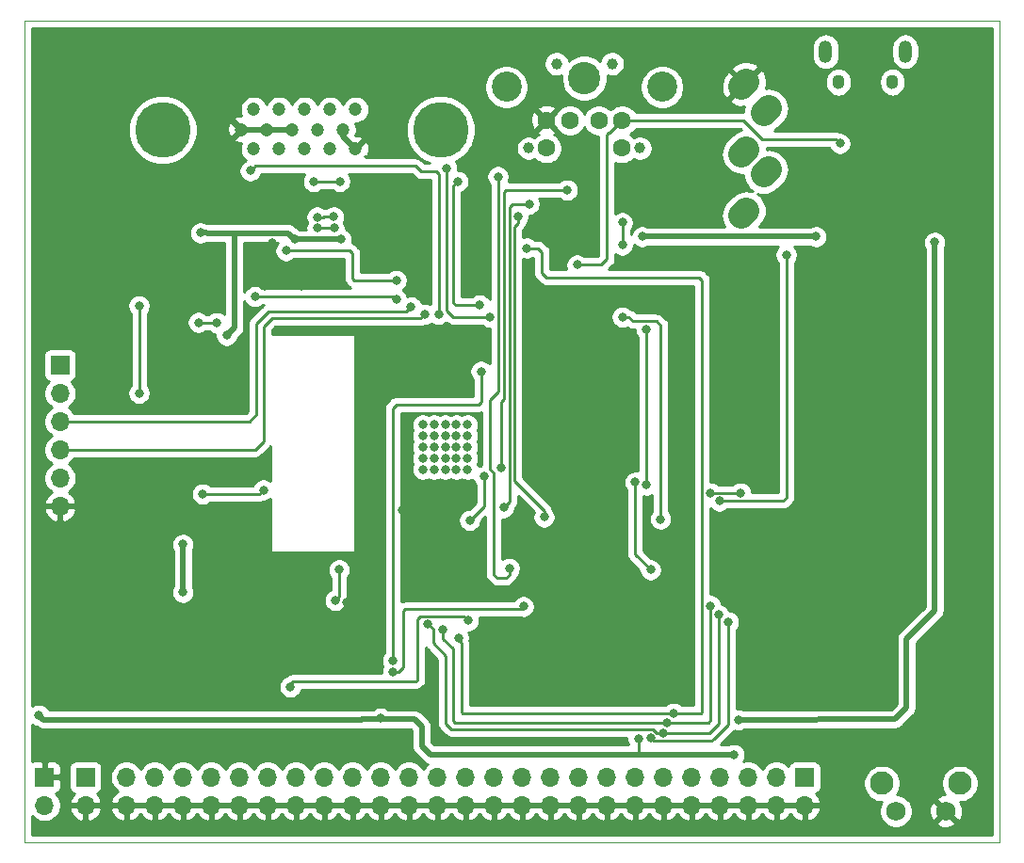
<source format=gbr>
G04 #@! TF.GenerationSoftware,KiCad,Pcbnew,(5.1.5)-3*
G04 #@! TF.CreationDate,2020-08-30T17:46:18+12:00*
G04 #@! TF.ProjectId,PocketTRS,506f636b-6574-4545-9253-2e6b69636164,rev?*
G04 #@! TF.SameCoordinates,Original*
G04 #@! TF.FileFunction,Copper,L2,Bot*
G04 #@! TF.FilePolarity,Positive*
%FSLAX46Y46*%
G04 Gerber Fmt 4.6, Leading zero omitted, Abs format (unit mm)*
G04 Created by KiCad (PCBNEW (5.1.5)-3) date 2020-08-30 17:46:18*
%MOMM*%
%LPD*%
G04 APERTURE LIST*
%ADD10C,0.050000*%
%ADD11C,1.198880*%
%ADD12C,5.001260*%
%ADD13O,1.100000X1.300000*%
%ADD14O,1.200000X2.000000*%
%ADD15C,0.800000*%
%ADD16O,1.700000X1.700000*%
%ADD17R,1.700000X1.700000*%
%ADD18C,2.100000*%
%ADD19C,1.750000*%
%ADD20C,2.400000*%
%ADD21C,1.000000*%
%ADD22C,2.900000*%
%ADD23C,2.700000*%
%ADD24C,1.600000*%
%ADD25C,0.250000*%
%ADD26C,0.500000*%
%ADD27C,0.254000*%
G04 APERTURE END LIST*
D10*
X252730000Y-64770000D02*
X252730000Y-61976000D01*
X165100000Y-61976000D02*
X165100000Y-64770000D01*
X252730000Y-135890000D02*
X165100000Y-135890000D01*
X252730000Y-64770000D02*
X252730000Y-135890000D01*
X165100000Y-135890000D02*
X165100000Y-64770000D01*
X165100000Y-61976000D02*
X252730000Y-61976000D01*
D11*
X194843400Y-69976400D03*
X192552320Y-69976400D03*
X190261240Y-69976400D03*
X187972700Y-69976400D03*
X185681620Y-69976400D03*
X193700400Y-71767700D03*
D12*
X202486260Y-71813420D03*
D11*
X184536080Y-71767700D03*
X186829700Y-71767700D03*
X189128400Y-71767700D03*
X191427100Y-71767700D03*
X194840860Y-73532400D03*
X192552320Y-73532400D03*
X185681620Y-73532400D03*
X187972700Y-73532400D03*
X190258700Y-73532400D03*
D12*
X177497740Y-71813420D03*
D13*
X238240000Y-67520000D03*
X243090000Y-67520000D03*
D14*
X237090000Y-64770000D03*
X244240000Y-64770000D03*
D15*
X200892000Y-98349000D03*
X201892000Y-98349000D03*
X202892000Y-98349000D03*
X203892000Y-98349000D03*
X204892000Y-98349000D03*
X200892000Y-100349000D03*
X201892000Y-100349000D03*
X202892000Y-100349000D03*
X203892000Y-100349000D03*
X204892000Y-100349000D03*
X204892000Y-99349000D03*
X203892000Y-99349000D03*
X202892000Y-99349000D03*
X201892000Y-99349000D03*
X200892000Y-99349000D03*
X200892000Y-101349000D03*
X201892000Y-101349000D03*
X202892000Y-101349000D03*
X203892000Y-101349000D03*
X204892000Y-101349000D03*
X204892000Y-102349000D03*
X203892000Y-102349000D03*
X202892000Y-102349000D03*
X201892000Y-102349000D03*
X200892000Y-102349000D03*
D16*
X174244000Y-132588000D03*
X174244000Y-130048000D03*
X176784000Y-132588000D03*
X176784000Y-130048000D03*
X179324000Y-132588000D03*
X179324000Y-130048000D03*
X181864000Y-132588000D03*
X181864000Y-130048000D03*
X184404000Y-132588000D03*
X184404000Y-130048000D03*
X186944000Y-132588000D03*
X186944000Y-130048000D03*
X189484000Y-132588000D03*
X189484000Y-130048000D03*
X192024000Y-132588000D03*
X192024000Y-130048000D03*
X194564000Y-132588000D03*
X194564000Y-130048000D03*
X197104000Y-132588000D03*
X197104000Y-130048000D03*
X199644000Y-132588000D03*
X199644000Y-130048000D03*
X202184000Y-132588000D03*
X202184000Y-130048000D03*
X204724000Y-132588000D03*
X204724000Y-130048000D03*
X207264000Y-132588000D03*
X207264000Y-130048000D03*
X209804000Y-132588000D03*
X209804000Y-130048000D03*
X212344000Y-132588000D03*
X212344000Y-130048000D03*
X214884000Y-132588000D03*
X214884000Y-130048000D03*
X217424000Y-132588000D03*
X217424000Y-130048000D03*
X219964000Y-132588000D03*
X219964000Y-130048000D03*
X222504000Y-132588000D03*
X222504000Y-130048000D03*
X225044000Y-132588000D03*
X225044000Y-130048000D03*
X227584000Y-132588000D03*
X227584000Y-130048000D03*
X230124000Y-132588000D03*
X230124000Y-130048000D03*
X232664000Y-132588000D03*
X232664000Y-130048000D03*
X235204000Y-132588000D03*
D17*
X235204000Y-130048000D03*
D16*
X168275000Y-105664000D03*
X168275000Y-103124000D03*
X168275000Y-100584000D03*
X168275000Y-98044000D03*
X168275000Y-95504000D03*
D17*
X168275000Y-92964000D03*
D16*
X170561000Y-132588000D03*
D17*
X170561000Y-130048000D03*
X166878000Y-130048000D03*
D16*
X166878000Y-132588000D03*
D18*
X249154000Y-130606000D03*
D19*
X247904000Y-133096000D03*
X243404000Y-133096000D03*
D18*
X242144000Y-130606000D03*
D20*
X229530868Y-67903132D02*
X229955132Y-67478868D01*
X231530868Y-70303132D02*
X231955132Y-69878868D01*
X231530868Y-75803132D02*
X231955132Y-75378868D01*
X229530868Y-79503132D02*
X229955132Y-79078868D01*
X229530868Y-74003132D02*
X229955132Y-73578868D01*
D21*
X212892000Y-65857000D03*
X217892000Y-65857000D03*
D22*
X215392000Y-67157000D03*
D23*
X208392000Y-67957000D03*
X222392000Y-67957000D03*
D21*
X210392000Y-73457000D03*
X220392000Y-73457000D03*
D24*
X214092000Y-70957000D03*
X216692000Y-70957000D03*
X211992000Y-70957000D03*
X218792000Y-70957000D03*
X211992000Y-73457000D03*
X218792000Y-73457000D03*
D15*
X220980000Y-89789000D03*
X220980000Y-103759000D03*
X244729000Y-86868000D03*
X246888000Y-72390000D03*
X242965000Y-72404000D03*
X236220000Y-82804000D03*
X223774000Y-82804000D03*
X232537000Y-94361000D03*
X176530000Y-79121000D03*
X222777000Y-113696700D03*
X194000000Y-114330600D03*
X191401700Y-114338100D03*
X231394000Y-128143000D03*
X213779100Y-111785400D03*
X186715400Y-85902800D03*
X189966000Y-85902200D03*
X186944000Y-76327000D03*
X195982000Y-111739000D03*
X220853000Y-121031000D03*
X239369600Y-70383400D03*
X204089000Y-113411000D03*
X226822000Y-72390000D03*
X200088500Y-81407000D03*
X199009000Y-106045000D03*
X187325000Y-81978500D03*
X185293000Y-115697000D03*
X224663000Y-97409000D03*
X224663000Y-97409000D03*
X227330000Y-97409000D03*
X238379000Y-73025000D03*
X214757000Y-83947000D03*
X228854000Y-128016000D03*
X220252000Y-126588074D03*
X229235000Y-124879000D03*
X246888000Y-81915000D03*
X166370000Y-124460000D03*
X197104000Y-124736000D03*
X236220000Y-81407000D03*
X220599000Y-81407000D03*
X180895000Y-81073000D03*
X179324000Y-109093000D03*
X179324000Y-113411000D03*
X183261000Y-90297000D03*
X189357000Y-81661000D03*
X193548000Y-81661000D03*
X213868000Y-77216000D03*
X205105000Y-106934000D03*
X206375000Y-102997000D03*
X207899000Y-102235000D03*
X210439000Y-78486000D03*
X208153000Y-105791000D03*
X208661000Y-111252000D03*
X207645000Y-76009500D03*
X206889000Y-88646000D03*
X203009500Y-75247500D03*
X201041000Y-88392000D03*
X199809100Y-87744300D03*
X219964000Y-103505000D03*
X221361000Y-111379000D03*
X180705000Y-89138000D03*
X182335000Y-89154000D03*
X193357500Y-111379000D03*
X193019116Y-114136000D03*
X181085500Y-104568000D03*
X186563000Y-104203500D03*
X226721500Y-104477971D03*
X229445971Y-104477971D03*
X188976000Y-121920000D03*
X204978000Y-115951000D03*
X223427000Y-124299000D03*
X210232000Y-82439500D03*
X204089000Y-117500980D03*
X198501000Y-85344000D03*
X188595000Y-82677000D03*
X185801000Y-86804500D03*
X198501000Y-87058500D03*
X185378931Y-75487667D03*
X202311000Y-88392000D03*
X227537029Y-105202971D03*
X233553000Y-83058000D03*
X198183500Y-119570500D03*
X206121000Y-93535500D03*
X228346000Y-116078000D03*
X221364840Y-126526260D03*
X222864178Y-125125580D03*
X226752990Y-114623010D03*
X202692000Y-116750000D03*
X191389000Y-80655005D03*
X192902995Y-80655005D03*
X218821000Y-80137000D03*
X218821000Y-82169000D03*
X218821000Y-88646000D03*
X222250000Y-106827991D03*
X222477272Y-126047701D03*
X227477990Y-115443000D03*
X201361368Y-116265033D03*
X211788500Y-106632500D03*
X191389000Y-79655002D03*
X192876000Y-79629000D03*
X209423000Y-79629000D03*
X198183500Y-120586500D03*
X209931000Y-114681000D03*
X175387000Y-87630000D03*
X175387000Y-95504000D03*
X205994000Y-87566500D03*
X193421000Y-76454000D03*
X191071500Y-76454000D03*
X204025500Y-76454000D03*
D25*
X220980000Y-103759000D02*
X220980000Y-89789000D01*
X220980000Y-104013000D02*
X220980000Y-103759000D01*
D26*
X184536080Y-71767700D02*
X186829700Y-71767700D01*
X186829700Y-71767700D02*
X189128400Y-71767700D01*
X193700400Y-72391940D02*
X194840860Y-73532400D01*
X193700400Y-71767700D02*
X193700400Y-72391940D01*
D25*
X218792000Y-70957000D02*
X229580000Y-70957000D01*
X229580000Y-70957000D02*
X229707000Y-70957000D01*
X229707000Y-70957000D02*
X231394000Y-72644000D01*
X231394000Y-72644000D02*
X237998000Y-72644000D01*
X237998000Y-72644000D02*
X238379000Y-73025000D01*
X217666999Y-72082001D02*
X218792000Y-70957000D01*
X216916000Y-83947000D02*
X217424000Y-83439000D01*
X217424000Y-72263000D02*
X217604999Y-72082001D01*
X214757000Y-83947000D02*
X216916000Y-83947000D01*
X217424000Y-83439000D02*
X217424000Y-72263000D01*
X217604999Y-72082001D02*
X217666999Y-72082001D01*
D26*
X195401000Y-124841000D02*
X195375000Y-124867000D01*
X200152000Y-124841000D02*
X196596000Y-124841000D01*
X200787000Y-125476000D02*
X200152000Y-124841000D01*
X201549000Y-128016000D02*
X200787000Y-127254000D01*
X200787000Y-127254000D02*
X200787000Y-125476000D01*
X195375000Y-124867000D02*
X168682000Y-124867000D01*
D25*
X220252000Y-127982000D02*
X220252000Y-126588074D01*
X220218000Y-128016000D02*
X220252000Y-127982000D01*
D26*
X220218000Y-128016000D02*
X201549000Y-128016000D01*
X228854000Y-128016000D02*
X220218000Y-128016000D01*
X168682000Y-124867000D02*
X166777000Y-124867000D01*
X166777000Y-124867000D02*
X166370000Y-124460000D01*
X244348000Y-123825000D02*
X243332000Y-124841000D01*
X243332000Y-124841000D02*
X229235000Y-124879000D01*
X244348000Y-117602000D02*
X244348000Y-123825000D01*
X246888000Y-115062000D02*
X244348000Y-117602000D01*
X246888000Y-81915000D02*
X246888000Y-115062000D01*
X196596000Y-124841000D02*
X195401000Y-124841000D01*
X236220000Y-81407000D02*
X220599000Y-81407000D01*
X179324000Y-109093000D02*
X179324000Y-113411000D01*
X183959500Y-89598500D02*
X183959500Y-81089500D01*
X183261000Y-90297000D02*
X183959500Y-89598500D01*
X181477185Y-81089500D02*
X183959500Y-81089500D01*
X181460685Y-81073000D02*
X181477185Y-81089500D01*
X180895000Y-81073000D02*
X181460685Y-81073000D01*
X188785500Y-81089500D02*
X189293500Y-81597500D01*
X183959500Y-81089500D02*
X188785500Y-81089500D01*
X189293500Y-81597500D02*
X189357000Y-81661000D01*
X189357000Y-81661000D02*
X193548000Y-81661000D01*
D25*
X206375000Y-105664000D02*
X206375000Y-102997000D01*
X205105000Y-106934000D02*
X206375000Y-105664000D01*
X208343500Y-77216000D02*
X208153000Y-77406500D01*
X213868000Y-77216000D02*
X208343500Y-77216000D01*
X208153000Y-77406500D02*
X208153000Y-77978000D01*
X208153000Y-77978000D02*
X208153000Y-78232000D01*
X208153000Y-78232000D02*
X208153000Y-83566000D01*
X208153000Y-83566000D02*
X208153000Y-88265000D01*
X208153000Y-88265000D02*
X208153000Y-88773000D01*
X208153000Y-88773000D02*
X208153000Y-93091000D01*
X208153000Y-93091000D02*
X208153000Y-96012000D01*
X208153000Y-96012000D02*
X207899000Y-96266000D01*
X207899000Y-96266000D02*
X207899000Y-102235000D01*
X208915000Y-78486000D02*
X208661000Y-78740000D01*
X210439000Y-78486000D02*
X208915000Y-78486000D01*
X208153000Y-105791000D02*
X208552999Y-105391001D01*
X208661000Y-78740000D02*
X208661000Y-105283000D01*
X208552999Y-105391001D02*
X208661000Y-105283000D01*
X207639490Y-77410600D02*
X207639490Y-77920010D01*
X207645000Y-77405090D02*
X207639490Y-77410600D01*
X207645000Y-76009500D02*
X207645000Y-77405090D01*
X207639490Y-84518500D02*
X207639490Y-77920010D01*
X207639490Y-77920010D02*
X207639490Y-77718490D01*
X208661000Y-111817685D02*
X208661000Y-111252000D01*
X208337685Y-112141000D02*
X208661000Y-111817685D01*
X207581500Y-112141000D02*
X208337685Y-112141000D01*
X207264000Y-111823500D02*
X207581500Y-112141000D01*
X207645000Y-84518500D02*
X207645000Y-95377000D01*
X206883000Y-96139000D02*
X206883000Y-102292002D01*
X207645000Y-95377000D02*
X206883000Y-96139000D01*
X206883000Y-102292002D02*
X207264000Y-102673002D01*
X207264000Y-102673002D02*
X207264000Y-111823500D01*
X203581000Y-88646000D02*
X206889000Y-88646000D01*
X203009500Y-88074500D02*
X203581000Y-88646000D01*
X203009500Y-75247500D02*
X203009500Y-88074500D01*
X186563000Y-89535000D02*
X187325000Y-88773000D01*
X187325000Y-88773000D02*
X192024000Y-88773000D01*
X192024000Y-88773000D02*
X200660000Y-88773000D01*
X200660000Y-88773000D02*
X201041000Y-88392000D01*
X185801000Y-100584000D02*
X186563000Y-99822000D01*
X168275000Y-100584000D02*
X185801000Y-100584000D01*
X186563000Y-99822000D02*
X186563000Y-89535000D01*
X199409101Y-88144299D02*
X187039301Y-88144299D01*
X199809100Y-87744300D02*
X199409101Y-88144299D01*
X187039301Y-88144299D02*
X185940700Y-89242900D01*
X168275000Y-98044000D02*
X185293000Y-98044000D01*
X185293000Y-98044000D02*
X185928000Y-97409000D01*
X185940700Y-89242900D02*
X185928000Y-97409000D01*
X219964000Y-103505000D02*
X219964000Y-104070685D01*
X219964000Y-104070685D02*
X219964000Y-109982000D01*
X219964000Y-109982000D02*
X221361000Y-111379000D01*
X181270685Y-89138000D02*
X181286685Y-89154000D01*
X180705000Y-89138000D02*
X181270685Y-89138000D01*
X181286685Y-89154000D02*
X182335000Y-89154000D01*
X193357500Y-111379000D02*
X193357500Y-111944685D01*
X193357500Y-111944685D02*
X193357500Y-113797616D01*
X193357500Y-113797616D02*
X193019116Y-114136000D01*
X181085500Y-104568000D02*
X186198500Y-104568000D01*
X186198500Y-104568000D02*
X186563000Y-104203500D01*
X226721500Y-104477971D02*
X229445971Y-104477971D01*
X188976000Y-121920000D02*
X188976000Y-121666000D01*
X188976000Y-121666000D02*
X189230000Y-121412000D01*
X189230000Y-121412000D02*
X200279000Y-121412000D01*
X200279000Y-121412000D02*
X200406000Y-121285000D01*
X200406000Y-121285000D02*
X200406000Y-115824000D01*
X200406000Y-115824000D02*
X200660000Y-115570000D01*
X201013367Y-115540032D02*
X204567032Y-115540032D01*
X200660000Y-115570000D02*
X200983399Y-115570000D01*
X200983399Y-115570000D02*
X201013367Y-115540032D01*
X204567032Y-115540032D02*
X204978000Y-115951000D01*
X223427000Y-124299000D02*
X225903500Y-124299000D01*
X225903500Y-124299000D02*
X225996500Y-124206000D01*
X225996500Y-124206000D02*
X225996500Y-114427000D01*
X225996500Y-114427000D02*
X225996500Y-85344000D01*
X225996500Y-85344000D02*
X225742500Y-85090000D01*
X210232000Y-82439500D02*
X211217500Y-82439500D01*
X211217500Y-82439500D02*
X211582000Y-82804000D01*
X211582000Y-82804000D02*
X211582000Y-84709000D01*
X225742500Y-85090000D02*
X211963000Y-85090000D01*
X211582000Y-84709000D02*
X211963000Y-85090000D01*
X223427000Y-124299000D02*
X204436000Y-124299000D01*
X204436000Y-124299000D02*
X204343000Y-124206000D01*
X204343000Y-124206000D02*
X204343000Y-120777000D01*
X204343000Y-120777000D02*
X204343000Y-117983000D01*
X204343000Y-117983000D02*
X204089000Y-117729000D01*
X204089000Y-117729000D02*
X204089000Y-117500980D01*
X194564000Y-82931000D02*
X194564000Y-85217000D01*
X194691000Y-85344000D02*
X198501000Y-85344000D01*
X194564000Y-85217000D02*
X194691000Y-85344000D01*
X188595000Y-82677000D02*
X194310000Y-82677000D01*
X194310000Y-82677000D02*
X194564000Y-82931000D01*
X185801000Y-86804500D02*
X198247000Y-86804500D01*
X198247000Y-86804500D02*
X198501000Y-87058500D01*
X185293000Y-75628500D02*
X185864500Y-75057000D01*
X200215500Y-75057000D02*
X200723500Y-75565000D01*
X185864500Y-75057000D02*
X200215500Y-75057000D01*
X202311000Y-88392000D02*
X202311000Y-75755500D01*
X202120500Y-75565000D02*
X200723500Y-75565000D01*
X202311000Y-75755500D02*
X202120500Y-75565000D01*
X227537029Y-105202971D02*
X233252029Y-105202971D01*
X233252029Y-105202971D02*
X233553000Y-104902000D01*
X233553000Y-104902000D02*
X233553000Y-83058000D01*
X206121000Y-96012000D02*
X206121000Y-93535500D01*
X198183500Y-96837500D02*
X198501000Y-96520000D01*
X205867000Y-96520000D02*
X206121000Y-96266000D01*
X198183500Y-119570500D02*
X198183500Y-96837500D01*
X198501000Y-96520000D02*
X205867000Y-96520000D01*
X206121000Y-96266000D02*
X206121000Y-96012000D01*
X228346000Y-125349000D02*
X228346000Y-116078000D01*
X227076000Y-126619000D02*
X228346000Y-125349000D01*
X226795298Y-126772702D02*
X227076000Y-126619000D01*
X221364840Y-126526260D02*
X221611282Y-126772702D01*
X221611282Y-126772702D02*
X226795298Y-126772702D01*
X226752990Y-116147010D02*
X226752990Y-124910010D01*
X226537420Y-125125580D02*
X222864178Y-125125580D01*
X226752990Y-124910010D02*
X226537420Y-125125580D01*
X226752990Y-116147010D02*
X226752990Y-115258010D01*
X226752990Y-115258010D02*
X226752990Y-114623010D01*
X203798001Y-125185001D02*
X203581000Y-124968000D01*
X222864178Y-125125580D02*
X222298493Y-125125580D01*
X222298493Y-125125580D02*
X222239072Y-125185001D01*
X222239072Y-125185001D02*
X203798001Y-125185001D01*
X203581000Y-124968000D02*
X203581000Y-118491000D01*
X203581000Y-118491000D02*
X202692000Y-117602000D01*
X202692000Y-117602000D02*
X202692000Y-116750000D01*
X191389000Y-80655005D02*
X192902995Y-80655005D01*
X218821000Y-80137000D02*
X218821000Y-80702685D01*
X218821000Y-80702685D02*
X218821000Y-82169000D01*
X219386685Y-88646000D02*
X219767685Y-89027000D01*
X218821000Y-88646000D02*
X219386685Y-88646000D01*
X219767685Y-89027000D02*
X221869000Y-89027000D01*
X221869000Y-89027000D02*
X222250000Y-89408000D01*
X222250000Y-89408000D02*
X222250000Y-106553000D01*
X222250000Y-106553000D02*
X222250000Y-106827991D01*
X227477990Y-115443000D02*
X227477990Y-125201010D01*
X226631299Y-126047701D02*
X222477272Y-126047701D01*
X227477990Y-125201010D02*
X226631299Y-126047701D01*
X221593886Y-125730000D02*
X221911587Y-126047701D01*
X203454000Y-125730000D02*
X221593886Y-125730000D01*
X201803000Y-116713000D02*
X201803000Y-117983000D01*
X201361368Y-116271368D02*
X201803000Y-116713000D01*
X202946000Y-119126000D02*
X202946000Y-125222000D01*
X221911587Y-126047701D02*
X222477272Y-126047701D01*
X202946000Y-125222000D02*
X203454000Y-125730000D01*
X201361368Y-116265033D02*
X201361368Y-116271368D01*
X201803000Y-117983000D02*
X202946000Y-119126000D01*
X191954685Y-79655002D02*
X191980687Y-79629000D01*
X191389000Y-79655002D02*
X191954685Y-79655002D01*
X191980687Y-79629000D02*
X192876000Y-79629000D01*
X211788500Y-106066815D02*
X211788500Y-106632500D01*
X209111010Y-80506675D02*
X209111010Y-103389325D01*
X209423000Y-80194685D02*
X209111010Y-80506675D01*
X209111010Y-103389325D02*
X211788500Y-106066815D01*
X209423000Y-79629000D02*
X209423000Y-80194685D01*
X209677000Y-114935000D02*
X209931000Y-114681000D01*
X199136000Y-115062000D02*
X199263000Y-114935000D01*
X199136000Y-119507000D02*
X199136000Y-115062000D01*
X199263000Y-114935000D02*
X209677000Y-114935000D01*
X199136000Y-119507000D02*
X199136000Y-120142000D01*
X199136000Y-120142000D02*
X198691500Y-120586500D01*
X198691500Y-120586500D02*
X198183500Y-120586500D01*
X175387000Y-87630000D02*
X175387000Y-95504000D01*
X205994000Y-87566500D02*
X203835000Y-87566500D01*
X203835000Y-87566500D02*
X203644500Y-87376000D01*
X203644500Y-87376000D02*
X203644500Y-81153000D01*
X193421000Y-76454000D02*
X191071500Y-76454000D01*
X203644500Y-77089000D02*
X203644500Y-77025500D01*
X203644500Y-77089000D02*
X203644500Y-76835000D01*
X203644500Y-81153000D02*
X203644500Y-77089000D01*
X204025500Y-76454000D02*
X203644500Y-76835000D01*
D27*
G36*
X252070000Y-64737581D02*
G01*
X252070000Y-64737582D01*
X252070001Y-135230000D01*
X165760000Y-135230000D01*
X165760000Y-133570107D01*
X165931368Y-133741475D01*
X166174589Y-133903990D01*
X166444842Y-134015932D01*
X166731740Y-134073000D01*
X167024260Y-134073000D01*
X167311158Y-134015932D01*
X167581411Y-133903990D01*
X167824632Y-133741475D01*
X168031475Y-133534632D01*
X168193990Y-133291411D01*
X168305932Y-133021158D01*
X168321102Y-132944890D01*
X169119524Y-132944890D01*
X169164175Y-133092099D01*
X169289359Y-133354920D01*
X169463412Y-133588269D01*
X169679645Y-133783178D01*
X169929748Y-133932157D01*
X170204109Y-134029481D01*
X170434000Y-133908814D01*
X170434000Y-132715000D01*
X170688000Y-132715000D01*
X170688000Y-133908814D01*
X170917891Y-134029481D01*
X171192252Y-133932157D01*
X171442355Y-133783178D01*
X171658588Y-133588269D01*
X171832641Y-133354920D01*
X171957825Y-133092099D01*
X172002475Y-132944891D01*
X172802519Y-132944891D01*
X172899843Y-133219252D01*
X173048822Y-133469355D01*
X173243731Y-133685588D01*
X173477080Y-133859641D01*
X173739901Y-133984825D01*
X173887110Y-134029476D01*
X174117000Y-133908155D01*
X174117000Y-132715000D01*
X174371000Y-132715000D01*
X174371000Y-133908155D01*
X174600890Y-134029476D01*
X174748099Y-133984825D01*
X175010920Y-133859641D01*
X175244269Y-133685588D01*
X175439178Y-133469355D01*
X175514000Y-133343745D01*
X175588822Y-133469355D01*
X175783731Y-133685588D01*
X176017080Y-133859641D01*
X176279901Y-133984825D01*
X176427110Y-134029476D01*
X176657000Y-133908155D01*
X176657000Y-132715000D01*
X176911000Y-132715000D01*
X176911000Y-133908155D01*
X177140890Y-134029476D01*
X177288099Y-133984825D01*
X177550920Y-133859641D01*
X177784269Y-133685588D01*
X177979178Y-133469355D01*
X178054000Y-133343745D01*
X178128822Y-133469355D01*
X178323731Y-133685588D01*
X178557080Y-133859641D01*
X178819901Y-133984825D01*
X178967110Y-134029476D01*
X179197000Y-133908155D01*
X179197000Y-132715000D01*
X179451000Y-132715000D01*
X179451000Y-133908155D01*
X179680890Y-134029476D01*
X179828099Y-133984825D01*
X180090920Y-133859641D01*
X180324269Y-133685588D01*
X180519178Y-133469355D01*
X180594000Y-133343745D01*
X180668822Y-133469355D01*
X180863731Y-133685588D01*
X181097080Y-133859641D01*
X181359901Y-133984825D01*
X181507110Y-134029476D01*
X181737000Y-133908155D01*
X181737000Y-132715000D01*
X181991000Y-132715000D01*
X181991000Y-133908155D01*
X182220890Y-134029476D01*
X182368099Y-133984825D01*
X182630920Y-133859641D01*
X182864269Y-133685588D01*
X183059178Y-133469355D01*
X183134000Y-133343745D01*
X183208822Y-133469355D01*
X183403731Y-133685588D01*
X183637080Y-133859641D01*
X183899901Y-133984825D01*
X184047110Y-134029476D01*
X184277000Y-133908155D01*
X184277000Y-132715000D01*
X184531000Y-132715000D01*
X184531000Y-133908155D01*
X184760890Y-134029476D01*
X184908099Y-133984825D01*
X185170920Y-133859641D01*
X185404269Y-133685588D01*
X185599178Y-133469355D01*
X185674000Y-133343745D01*
X185748822Y-133469355D01*
X185943731Y-133685588D01*
X186177080Y-133859641D01*
X186439901Y-133984825D01*
X186587110Y-134029476D01*
X186817000Y-133908155D01*
X186817000Y-132715000D01*
X187071000Y-132715000D01*
X187071000Y-133908155D01*
X187300890Y-134029476D01*
X187448099Y-133984825D01*
X187710920Y-133859641D01*
X187944269Y-133685588D01*
X188139178Y-133469355D01*
X188214000Y-133343745D01*
X188288822Y-133469355D01*
X188483731Y-133685588D01*
X188717080Y-133859641D01*
X188979901Y-133984825D01*
X189127110Y-134029476D01*
X189357000Y-133908155D01*
X189357000Y-132715000D01*
X189611000Y-132715000D01*
X189611000Y-133908155D01*
X189840890Y-134029476D01*
X189988099Y-133984825D01*
X190250920Y-133859641D01*
X190484269Y-133685588D01*
X190679178Y-133469355D01*
X190754000Y-133343745D01*
X190828822Y-133469355D01*
X191023731Y-133685588D01*
X191257080Y-133859641D01*
X191519901Y-133984825D01*
X191667110Y-134029476D01*
X191897000Y-133908155D01*
X191897000Y-132715000D01*
X192151000Y-132715000D01*
X192151000Y-133908155D01*
X192380890Y-134029476D01*
X192528099Y-133984825D01*
X192790920Y-133859641D01*
X193024269Y-133685588D01*
X193219178Y-133469355D01*
X193294000Y-133343745D01*
X193368822Y-133469355D01*
X193563731Y-133685588D01*
X193797080Y-133859641D01*
X194059901Y-133984825D01*
X194207110Y-134029476D01*
X194437000Y-133908155D01*
X194437000Y-132715000D01*
X194691000Y-132715000D01*
X194691000Y-133908155D01*
X194920890Y-134029476D01*
X195068099Y-133984825D01*
X195330920Y-133859641D01*
X195564269Y-133685588D01*
X195759178Y-133469355D01*
X195834000Y-133343745D01*
X195908822Y-133469355D01*
X196103731Y-133685588D01*
X196337080Y-133859641D01*
X196599901Y-133984825D01*
X196747110Y-134029476D01*
X196977000Y-133908155D01*
X196977000Y-132715000D01*
X197231000Y-132715000D01*
X197231000Y-133908155D01*
X197460890Y-134029476D01*
X197608099Y-133984825D01*
X197870920Y-133859641D01*
X198104269Y-133685588D01*
X198299178Y-133469355D01*
X198374000Y-133343745D01*
X198448822Y-133469355D01*
X198643731Y-133685588D01*
X198877080Y-133859641D01*
X199139901Y-133984825D01*
X199287110Y-134029476D01*
X199517000Y-133908155D01*
X199517000Y-132715000D01*
X199771000Y-132715000D01*
X199771000Y-133908155D01*
X200000890Y-134029476D01*
X200148099Y-133984825D01*
X200410920Y-133859641D01*
X200644269Y-133685588D01*
X200839178Y-133469355D01*
X200914000Y-133343745D01*
X200988822Y-133469355D01*
X201183731Y-133685588D01*
X201417080Y-133859641D01*
X201679901Y-133984825D01*
X201827110Y-134029476D01*
X202057000Y-133908155D01*
X202057000Y-132715000D01*
X202311000Y-132715000D01*
X202311000Y-133908155D01*
X202540890Y-134029476D01*
X202688099Y-133984825D01*
X202950920Y-133859641D01*
X203184269Y-133685588D01*
X203379178Y-133469355D01*
X203454000Y-133343745D01*
X203528822Y-133469355D01*
X203723731Y-133685588D01*
X203957080Y-133859641D01*
X204219901Y-133984825D01*
X204367110Y-134029476D01*
X204597000Y-133908155D01*
X204597000Y-132715000D01*
X204851000Y-132715000D01*
X204851000Y-133908155D01*
X205080890Y-134029476D01*
X205228099Y-133984825D01*
X205490920Y-133859641D01*
X205724269Y-133685588D01*
X205919178Y-133469355D01*
X205994000Y-133343745D01*
X206068822Y-133469355D01*
X206263731Y-133685588D01*
X206497080Y-133859641D01*
X206759901Y-133984825D01*
X206907110Y-134029476D01*
X207137000Y-133908155D01*
X207137000Y-132715000D01*
X207391000Y-132715000D01*
X207391000Y-133908155D01*
X207620890Y-134029476D01*
X207768099Y-133984825D01*
X208030920Y-133859641D01*
X208264269Y-133685588D01*
X208459178Y-133469355D01*
X208534000Y-133343745D01*
X208608822Y-133469355D01*
X208803731Y-133685588D01*
X209037080Y-133859641D01*
X209299901Y-133984825D01*
X209447110Y-134029476D01*
X209677000Y-133908155D01*
X209677000Y-132715000D01*
X209931000Y-132715000D01*
X209931000Y-133908155D01*
X210160890Y-134029476D01*
X210308099Y-133984825D01*
X210570920Y-133859641D01*
X210804269Y-133685588D01*
X210999178Y-133469355D01*
X211074000Y-133343745D01*
X211148822Y-133469355D01*
X211343731Y-133685588D01*
X211577080Y-133859641D01*
X211839901Y-133984825D01*
X211987110Y-134029476D01*
X212217000Y-133908155D01*
X212217000Y-132715000D01*
X212471000Y-132715000D01*
X212471000Y-133908155D01*
X212700890Y-134029476D01*
X212848099Y-133984825D01*
X213110920Y-133859641D01*
X213344269Y-133685588D01*
X213539178Y-133469355D01*
X213614000Y-133343745D01*
X213688822Y-133469355D01*
X213883731Y-133685588D01*
X214117080Y-133859641D01*
X214379901Y-133984825D01*
X214527110Y-134029476D01*
X214757000Y-133908155D01*
X214757000Y-132715000D01*
X215011000Y-132715000D01*
X215011000Y-133908155D01*
X215240890Y-134029476D01*
X215388099Y-133984825D01*
X215650920Y-133859641D01*
X215884269Y-133685588D01*
X216079178Y-133469355D01*
X216154000Y-133343745D01*
X216228822Y-133469355D01*
X216423731Y-133685588D01*
X216657080Y-133859641D01*
X216919901Y-133984825D01*
X217067110Y-134029476D01*
X217297000Y-133908155D01*
X217297000Y-132715000D01*
X217551000Y-132715000D01*
X217551000Y-133908155D01*
X217780890Y-134029476D01*
X217928099Y-133984825D01*
X218190920Y-133859641D01*
X218424269Y-133685588D01*
X218619178Y-133469355D01*
X218694000Y-133343745D01*
X218768822Y-133469355D01*
X218963731Y-133685588D01*
X219197080Y-133859641D01*
X219459901Y-133984825D01*
X219607110Y-134029476D01*
X219837000Y-133908155D01*
X219837000Y-132715000D01*
X220091000Y-132715000D01*
X220091000Y-133908155D01*
X220320890Y-134029476D01*
X220468099Y-133984825D01*
X220730920Y-133859641D01*
X220964269Y-133685588D01*
X221159178Y-133469355D01*
X221234000Y-133343745D01*
X221308822Y-133469355D01*
X221503731Y-133685588D01*
X221737080Y-133859641D01*
X221999901Y-133984825D01*
X222147110Y-134029476D01*
X222377000Y-133908155D01*
X222377000Y-132715000D01*
X222631000Y-132715000D01*
X222631000Y-133908155D01*
X222860890Y-134029476D01*
X223008099Y-133984825D01*
X223270920Y-133859641D01*
X223504269Y-133685588D01*
X223699178Y-133469355D01*
X223774000Y-133343745D01*
X223848822Y-133469355D01*
X224043731Y-133685588D01*
X224277080Y-133859641D01*
X224539901Y-133984825D01*
X224687110Y-134029476D01*
X224917000Y-133908155D01*
X224917000Y-132715000D01*
X225171000Y-132715000D01*
X225171000Y-133908155D01*
X225400890Y-134029476D01*
X225548099Y-133984825D01*
X225810920Y-133859641D01*
X226044269Y-133685588D01*
X226239178Y-133469355D01*
X226314000Y-133343745D01*
X226388822Y-133469355D01*
X226583731Y-133685588D01*
X226817080Y-133859641D01*
X227079901Y-133984825D01*
X227227110Y-134029476D01*
X227457000Y-133908155D01*
X227457000Y-132715000D01*
X227711000Y-132715000D01*
X227711000Y-133908155D01*
X227940890Y-134029476D01*
X228088099Y-133984825D01*
X228350920Y-133859641D01*
X228584269Y-133685588D01*
X228779178Y-133469355D01*
X228854000Y-133343745D01*
X228928822Y-133469355D01*
X229123731Y-133685588D01*
X229357080Y-133859641D01*
X229619901Y-133984825D01*
X229767110Y-134029476D01*
X229997000Y-133908155D01*
X229997000Y-132715000D01*
X230251000Y-132715000D01*
X230251000Y-133908155D01*
X230480890Y-134029476D01*
X230628099Y-133984825D01*
X230890920Y-133859641D01*
X231124269Y-133685588D01*
X231319178Y-133469355D01*
X231394000Y-133343745D01*
X231468822Y-133469355D01*
X231663731Y-133685588D01*
X231897080Y-133859641D01*
X232159901Y-133984825D01*
X232307110Y-134029476D01*
X232537000Y-133908155D01*
X232537000Y-132715000D01*
X232791000Y-132715000D01*
X232791000Y-133908155D01*
X233020890Y-134029476D01*
X233168099Y-133984825D01*
X233430920Y-133859641D01*
X233664269Y-133685588D01*
X233859178Y-133469355D01*
X233934000Y-133343745D01*
X234008822Y-133469355D01*
X234203731Y-133685588D01*
X234437080Y-133859641D01*
X234699901Y-133984825D01*
X234847110Y-134029476D01*
X235077000Y-133908155D01*
X235077000Y-132715000D01*
X235331000Y-132715000D01*
X235331000Y-133908155D01*
X235560890Y-134029476D01*
X235708099Y-133984825D01*
X235970920Y-133859641D01*
X236204269Y-133685588D01*
X236399178Y-133469355D01*
X236548157Y-133219252D01*
X236645481Y-132944891D01*
X236524814Y-132715000D01*
X235331000Y-132715000D01*
X235077000Y-132715000D01*
X232791000Y-132715000D01*
X232537000Y-132715000D01*
X230251000Y-132715000D01*
X229997000Y-132715000D01*
X227711000Y-132715000D01*
X227457000Y-132715000D01*
X225171000Y-132715000D01*
X224917000Y-132715000D01*
X222631000Y-132715000D01*
X222377000Y-132715000D01*
X220091000Y-132715000D01*
X219837000Y-132715000D01*
X217551000Y-132715000D01*
X217297000Y-132715000D01*
X215011000Y-132715000D01*
X214757000Y-132715000D01*
X212471000Y-132715000D01*
X212217000Y-132715000D01*
X209931000Y-132715000D01*
X209677000Y-132715000D01*
X207391000Y-132715000D01*
X207137000Y-132715000D01*
X204851000Y-132715000D01*
X204597000Y-132715000D01*
X202311000Y-132715000D01*
X202057000Y-132715000D01*
X199771000Y-132715000D01*
X199517000Y-132715000D01*
X197231000Y-132715000D01*
X196977000Y-132715000D01*
X194691000Y-132715000D01*
X194437000Y-132715000D01*
X192151000Y-132715000D01*
X191897000Y-132715000D01*
X189611000Y-132715000D01*
X189357000Y-132715000D01*
X187071000Y-132715000D01*
X186817000Y-132715000D01*
X184531000Y-132715000D01*
X184277000Y-132715000D01*
X181991000Y-132715000D01*
X181737000Y-132715000D01*
X179451000Y-132715000D01*
X179197000Y-132715000D01*
X176911000Y-132715000D01*
X176657000Y-132715000D01*
X174371000Y-132715000D01*
X174117000Y-132715000D01*
X172923186Y-132715000D01*
X172802519Y-132944891D01*
X172002475Y-132944891D01*
X172002476Y-132944890D01*
X171881155Y-132715000D01*
X170688000Y-132715000D01*
X170434000Y-132715000D01*
X169240845Y-132715000D01*
X169119524Y-132944890D01*
X168321102Y-132944890D01*
X168363000Y-132734260D01*
X168363000Y-132441740D01*
X168305932Y-132154842D01*
X168193990Y-131884589D01*
X168031475Y-131641368D01*
X167899620Y-131509513D01*
X167972180Y-131487502D01*
X168082494Y-131428537D01*
X168179185Y-131349185D01*
X168258537Y-131252494D01*
X168317502Y-131142180D01*
X168353812Y-131022482D01*
X168366072Y-130898000D01*
X168363000Y-130333750D01*
X168204250Y-130175000D01*
X167005000Y-130175000D01*
X167005000Y-130195000D01*
X166751000Y-130195000D01*
X166751000Y-130175000D01*
X166731000Y-130175000D01*
X166731000Y-129921000D01*
X166751000Y-129921000D01*
X166751000Y-128721750D01*
X167005000Y-128721750D01*
X167005000Y-129921000D01*
X168204250Y-129921000D01*
X168363000Y-129762250D01*
X168366072Y-129198000D01*
X169072928Y-129198000D01*
X169072928Y-130898000D01*
X169085188Y-131022482D01*
X169121498Y-131142180D01*
X169180463Y-131252494D01*
X169259815Y-131349185D01*
X169356506Y-131428537D01*
X169466820Y-131487502D01*
X169547466Y-131511966D01*
X169463412Y-131587731D01*
X169289359Y-131821080D01*
X169164175Y-132083901D01*
X169119524Y-132231110D01*
X169240845Y-132461000D01*
X170434000Y-132461000D01*
X170434000Y-132441000D01*
X170688000Y-132441000D01*
X170688000Y-132461000D01*
X171881155Y-132461000D01*
X172002476Y-132231110D01*
X171957825Y-132083901D01*
X171832641Y-131821080D01*
X171658588Y-131587731D01*
X171574534Y-131511966D01*
X171655180Y-131487502D01*
X171765494Y-131428537D01*
X171862185Y-131349185D01*
X171941537Y-131252494D01*
X172000502Y-131142180D01*
X172036812Y-131022482D01*
X172049072Y-130898000D01*
X172049072Y-129198000D01*
X172036812Y-129073518D01*
X172000502Y-128953820D01*
X171941537Y-128843506D01*
X171862185Y-128746815D01*
X171765494Y-128667463D01*
X171655180Y-128608498D01*
X171535482Y-128572188D01*
X171411000Y-128559928D01*
X169711000Y-128559928D01*
X169586518Y-128572188D01*
X169466820Y-128608498D01*
X169356506Y-128667463D01*
X169259815Y-128746815D01*
X169180463Y-128843506D01*
X169121498Y-128953820D01*
X169085188Y-129073518D01*
X169072928Y-129198000D01*
X168366072Y-129198000D01*
X168353812Y-129073518D01*
X168317502Y-128953820D01*
X168258537Y-128843506D01*
X168179185Y-128746815D01*
X168082494Y-128667463D01*
X167972180Y-128608498D01*
X167852482Y-128572188D01*
X167728000Y-128559928D01*
X167163750Y-128563000D01*
X167005000Y-128721750D01*
X166751000Y-128721750D01*
X166592250Y-128563000D01*
X166028000Y-128559928D01*
X165903518Y-128572188D01*
X165783820Y-128608498D01*
X165760000Y-128621230D01*
X165760000Y-125297195D01*
X165879744Y-125377205D01*
X166068102Y-125455226D01*
X166123995Y-125466344D01*
X166148183Y-125495817D01*
X166282941Y-125606411D01*
X166436687Y-125688589D01*
X166530354Y-125717003D01*
X166603509Y-125739195D01*
X166618306Y-125740652D01*
X166733523Y-125752000D01*
X166733531Y-125752000D01*
X166777000Y-125756281D01*
X166820469Y-125752000D01*
X195331531Y-125752000D01*
X195375000Y-125756281D01*
X195418469Y-125752000D01*
X195418477Y-125752000D01*
X195548490Y-125739195D01*
X195591987Y-125726000D01*
X196789485Y-125726000D01*
X196802102Y-125731226D01*
X197002061Y-125771000D01*
X197205939Y-125771000D01*
X197405898Y-125731226D01*
X197418515Y-125726000D01*
X199785422Y-125726000D01*
X199902001Y-125842579D01*
X199902000Y-127210531D01*
X199897719Y-127254000D01*
X199902000Y-127297469D01*
X199902000Y-127297476D01*
X199910835Y-127387183D01*
X199914805Y-127427490D01*
X199919651Y-127443465D01*
X199965411Y-127594312D01*
X200047589Y-127748058D01*
X200158183Y-127882817D01*
X200191956Y-127910534D01*
X200892470Y-128611049D01*
X200920183Y-128644817D01*
X200953951Y-128672530D01*
X200953953Y-128672532D01*
X200972248Y-128687546D01*
X201054941Y-128755411D01*
X201208687Y-128837589D01*
X201287017Y-128861351D01*
X201237368Y-128894525D01*
X201030525Y-129101368D01*
X200914000Y-129275760D01*
X200797475Y-129101368D01*
X200590632Y-128894525D01*
X200347411Y-128732010D01*
X200077158Y-128620068D01*
X199790260Y-128563000D01*
X199497740Y-128563000D01*
X199210842Y-128620068D01*
X198940589Y-128732010D01*
X198697368Y-128894525D01*
X198490525Y-129101368D01*
X198374000Y-129275760D01*
X198257475Y-129101368D01*
X198050632Y-128894525D01*
X197807411Y-128732010D01*
X197537158Y-128620068D01*
X197250260Y-128563000D01*
X196957740Y-128563000D01*
X196670842Y-128620068D01*
X196400589Y-128732010D01*
X196157368Y-128894525D01*
X195950525Y-129101368D01*
X195834000Y-129275760D01*
X195717475Y-129101368D01*
X195510632Y-128894525D01*
X195267411Y-128732010D01*
X194997158Y-128620068D01*
X194710260Y-128563000D01*
X194417740Y-128563000D01*
X194130842Y-128620068D01*
X193860589Y-128732010D01*
X193617368Y-128894525D01*
X193410525Y-129101368D01*
X193294000Y-129275760D01*
X193177475Y-129101368D01*
X192970632Y-128894525D01*
X192727411Y-128732010D01*
X192457158Y-128620068D01*
X192170260Y-128563000D01*
X191877740Y-128563000D01*
X191590842Y-128620068D01*
X191320589Y-128732010D01*
X191077368Y-128894525D01*
X190870525Y-129101368D01*
X190754000Y-129275760D01*
X190637475Y-129101368D01*
X190430632Y-128894525D01*
X190187411Y-128732010D01*
X189917158Y-128620068D01*
X189630260Y-128563000D01*
X189337740Y-128563000D01*
X189050842Y-128620068D01*
X188780589Y-128732010D01*
X188537368Y-128894525D01*
X188330525Y-129101368D01*
X188214000Y-129275760D01*
X188097475Y-129101368D01*
X187890632Y-128894525D01*
X187647411Y-128732010D01*
X187377158Y-128620068D01*
X187090260Y-128563000D01*
X186797740Y-128563000D01*
X186510842Y-128620068D01*
X186240589Y-128732010D01*
X185997368Y-128894525D01*
X185790525Y-129101368D01*
X185674000Y-129275760D01*
X185557475Y-129101368D01*
X185350632Y-128894525D01*
X185107411Y-128732010D01*
X184837158Y-128620068D01*
X184550260Y-128563000D01*
X184257740Y-128563000D01*
X183970842Y-128620068D01*
X183700589Y-128732010D01*
X183457368Y-128894525D01*
X183250525Y-129101368D01*
X183134000Y-129275760D01*
X183017475Y-129101368D01*
X182810632Y-128894525D01*
X182567411Y-128732010D01*
X182297158Y-128620068D01*
X182010260Y-128563000D01*
X181717740Y-128563000D01*
X181430842Y-128620068D01*
X181160589Y-128732010D01*
X180917368Y-128894525D01*
X180710525Y-129101368D01*
X180594000Y-129275760D01*
X180477475Y-129101368D01*
X180270632Y-128894525D01*
X180027411Y-128732010D01*
X179757158Y-128620068D01*
X179470260Y-128563000D01*
X179177740Y-128563000D01*
X178890842Y-128620068D01*
X178620589Y-128732010D01*
X178377368Y-128894525D01*
X178170525Y-129101368D01*
X178054000Y-129275760D01*
X177937475Y-129101368D01*
X177730632Y-128894525D01*
X177487411Y-128732010D01*
X177217158Y-128620068D01*
X176930260Y-128563000D01*
X176637740Y-128563000D01*
X176350842Y-128620068D01*
X176080589Y-128732010D01*
X175837368Y-128894525D01*
X175630525Y-129101368D01*
X175514000Y-129275760D01*
X175397475Y-129101368D01*
X175190632Y-128894525D01*
X174947411Y-128732010D01*
X174677158Y-128620068D01*
X174390260Y-128563000D01*
X174097740Y-128563000D01*
X173810842Y-128620068D01*
X173540589Y-128732010D01*
X173297368Y-128894525D01*
X173090525Y-129101368D01*
X172928010Y-129344589D01*
X172816068Y-129614842D01*
X172759000Y-129901740D01*
X172759000Y-130194260D01*
X172816068Y-130481158D01*
X172928010Y-130751411D01*
X173090525Y-130994632D01*
X173297368Y-131201475D01*
X173473406Y-131319100D01*
X173243731Y-131490412D01*
X173048822Y-131706645D01*
X172899843Y-131956748D01*
X172802519Y-132231109D01*
X172923186Y-132461000D01*
X174117000Y-132461000D01*
X174117000Y-132441000D01*
X174371000Y-132441000D01*
X174371000Y-132461000D01*
X176657000Y-132461000D01*
X176657000Y-132441000D01*
X176911000Y-132441000D01*
X176911000Y-132461000D01*
X179197000Y-132461000D01*
X179197000Y-132441000D01*
X179451000Y-132441000D01*
X179451000Y-132461000D01*
X181737000Y-132461000D01*
X181737000Y-132441000D01*
X181991000Y-132441000D01*
X181991000Y-132461000D01*
X184277000Y-132461000D01*
X184277000Y-132441000D01*
X184531000Y-132441000D01*
X184531000Y-132461000D01*
X186817000Y-132461000D01*
X186817000Y-132441000D01*
X187071000Y-132441000D01*
X187071000Y-132461000D01*
X189357000Y-132461000D01*
X189357000Y-132441000D01*
X189611000Y-132441000D01*
X189611000Y-132461000D01*
X191897000Y-132461000D01*
X191897000Y-132441000D01*
X192151000Y-132441000D01*
X192151000Y-132461000D01*
X194437000Y-132461000D01*
X194437000Y-132441000D01*
X194691000Y-132441000D01*
X194691000Y-132461000D01*
X196977000Y-132461000D01*
X196977000Y-132441000D01*
X197231000Y-132441000D01*
X197231000Y-132461000D01*
X199517000Y-132461000D01*
X199517000Y-132441000D01*
X199771000Y-132441000D01*
X199771000Y-132461000D01*
X202057000Y-132461000D01*
X202057000Y-132441000D01*
X202311000Y-132441000D01*
X202311000Y-132461000D01*
X204597000Y-132461000D01*
X204597000Y-132441000D01*
X204851000Y-132441000D01*
X204851000Y-132461000D01*
X207137000Y-132461000D01*
X207137000Y-132441000D01*
X207391000Y-132441000D01*
X207391000Y-132461000D01*
X209677000Y-132461000D01*
X209677000Y-132441000D01*
X209931000Y-132441000D01*
X209931000Y-132461000D01*
X212217000Y-132461000D01*
X212217000Y-132441000D01*
X212471000Y-132441000D01*
X212471000Y-132461000D01*
X214757000Y-132461000D01*
X214757000Y-132441000D01*
X215011000Y-132441000D01*
X215011000Y-132461000D01*
X217297000Y-132461000D01*
X217297000Y-132441000D01*
X217551000Y-132441000D01*
X217551000Y-132461000D01*
X219837000Y-132461000D01*
X219837000Y-132441000D01*
X220091000Y-132441000D01*
X220091000Y-132461000D01*
X222377000Y-132461000D01*
X222377000Y-132441000D01*
X222631000Y-132441000D01*
X222631000Y-132461000D01*
X224917000Y-132461000D01*
X224917000Y-132441000D01*
X225171000Y-132441000D01*
X225171000Y-132461000D01*
X227457000Y-132461000D01*
X227457000Y-132441000D01*
X227711000Y-132441000D01*
X227711000Y-132461000D01*
X229997000Y-132461000D01*
X229997000Y-132441000D01*
X230251000Y-132441000D01*
X230251000Y-132461000D01*
X232537000Y-132461000D01*
X232537000Y-132441000D01*
X232791000Y-132441000D01*
X232791000Y-132461000D01*
X235077000Y-132461000D01*
X235077000Y-132441000D01*
X235331000Y-132441000D01*
X235331000Y-132461000D01*
X236524814Y-132461000D01*
X236645481Y-132231109D01*
X236548157Y-131956748D01*
X236399178Y-131706645D01*
X236222374Y-131510498D01*
X236298180Y-131487502D01*
X236408494Y-131428537D01*
X236505185Y-131349185D01*
X236584537Y-131252494D01*
X236643502Y-131142180D01*
X236679812Y-131022482D01*
X236692072Y-130898000D01*
X236692072Y-130440042D01*
X240459000Y-130440042D01*
X240459000Y-130771958D01*
X240523754Y-131097496D01*
X240650772Y-131404147D01*
X240835175Y-131680125D01*
X241069875Y-131914825D01*
X241345853Y-132099228D01*
X241652504Y-132226246D01*
X241978042Y-132291000D01*
X242125823Y-132291000D01*
X242065856Y-132380747D01*
X241952029Y-132655549D01*
X241894000Y-132947278D01*
X241894000Y-133244722D01*
X241952029Y-133536451D01*
X242065856Y-133811253D01*
X242231107Y-134058569D01*
X242441431Y-134268893D01*
X242688747Y-134434144D01*
X242963549Y-134547971D01*
X243255278Y-134606000D01*
X243552722Y-134606000D01*
X243844451Y-134547971D01*
X244119253Y-134434144D01*
X244366569Y-134268893D01*
X244493222Y-134142240D01*
X247037365Y-134142240D01*
X247118025Y-134393868D01*
X247386329Y-134522267D01*
X247674526Y-134595855D01*
X247971543Y-134611804D01*
X248265963Y-134569501D01*
X248546474Y-134470572D01*
X248689975Y-134393868D01*
X248770635Y-134142240D01*
X247904000Y-133275605D01*
X247037365Y-134142240D01*
X244493222Y-134142240D01*
X244576893Y-134058569D01*
X244742144Y-133811253D01*
X244855971Y-133536451D01*
X244914000Y-133244722D01*
X244914000Y-133163543D01*
X246388196Y-133163543D01*
X246430499Y-133457963D01*
X246529428Y-133738474D01*
X246606132Y-133881975D01*
X246857760Y-133962635D01*
X247724395Y-133096000D01*
X246857760Y-132229365D01*
X246606132Y-132310025D01*
X246477733Y-132578329D01*
X246404145Y-132866526D01*
X246388196Y-133163543D01*
X244914000Y-133163543D01*
X244914000Y-132947278D01*
X244855971Y-132655549D01*
X244742144Y-132380747D01*
X244576893Y-132133431D01*
X244493222Y-132049760D01*
X247037365Y-132049760D01*
X247904000Y-132916395D01*
X247918143Y-132902253D01*
X248097748Y-133081858D01*
X248083605Y-133096000D01*
X248950240Y-133962635D01*
X249201868Y-133881975D01*
X249330267Y-133613671D01*
X249403855Y-133325474D01*
X249419804Y-133028457D01*
X249377501Y-132734037D01*
X249278572Y-132453526D01*
X249201868Y-132310025D01*
X249142517Y-132291000D01*
X249319958Y-132291000D01*
X249645496Y-132226246D01*
X249952147Y-132099228D01*
X250228125Y-131914825D01*
X250462825Y-131680125D01*
X250647228Y-131404147D01*
X250774246Y-131097496D01*
X250839000Y-130771958D01*
X250839000Y-130440042D01*
X250774246Y-130114504D01*
X250647228Y-129807853D01*
X250462825Y-129531875D01*
X250228125Y-129297175D01*
X249952147Y-129112772D01*
X249645496Y-128985754D01*
X249319958Y-128921000D01*
X248988042Y-128921000D01*
X248662504Y-128985754D01*
X248355853Y-129112772D01*
X248079875Y-129297175D01*
X247845175Y-129531875D01*
X247660772Y-129807853D01*
X247533754Y-130114504D01*
X247469000Y-130440042D01*
X247469000Y-130771958D01*
X247533754Y-131097496D01*
X247660772Y-131404147D01*
X247783490Y-131587806D01*
X247542037Y-131622499D01*
X247261526Y-131721428D01*
X247118025Y-131798132D01*
X247037365Y-132049760D01*
X244493222Y-132049760D01*
X244366569Y-131923107D01*
X244119253Y-131757856D01*
X243844451Y-131644029D01*
X243552722Y-131586000D01*
X243515717Y-131586000D01*
X243637228Y-131404147D01*
X243764246Y-131097496D01*
X243829000Y-130771958D01*
X243829000Y-130440042D01*
X243764246Y-130114504D01*
X243637228Y-129807853D01*
X243452825Y-129531875D01*
X243218125Y-129297175D01*
X242942147Y-129112772D01*
X242635496Y-128985754D01*
X242309958Y-128921000D01*
X241978042Y-128921000D01*
X241652504Y-128985754D01*
X241345853Y-129112772D01*
X241069875Y-129297175D01*
X240835175Y-129531875D01*
X240650772Y-129807853D01*
X240523754Y-130114504D01*
X240459000Y-130440042D01*
X236692072Y-130440042D01*
X236692072Y-129198000D01*
X236679812Y-129073518D01*
X236643502Y-128953820D01*
X236584537Y-128843506D01*
X236505185Y-128746815D01*
X236408494Y-128667463D01*
X236298180Y-128608498D01*
X236178482Y-128572188D01*
X236054000Y-128559928D01*
X234354000Y-128559928D01*
X234229518Y-128572188D01*
X234109820Y-128608498D01*
X233999506Y-128667463D01*
X233902815Y-128746815D01*
X233823463Y-128843506D01*
X233764498Y-128953820D01*
X233742487Y-129026380D01*
X233610632Y-128894525D01*
X233367411Y-128732010D01*
X233097158Y-128620068D01*
X232810260Y-128563000D01*
X232517740Y-128563000D01*
X232230842Y-128620068D01*
X231960589Y-128732010D01*
X231717368Y-128894525D01*
X231510525Y-129101368D01*
X231394000Y-129275760D01*
X231277475Y-129101368D01*
X231070632Y-128894525D01*
X230827411Y-128732010D01*
X230557158Y-128620068D01*
X230270260Y-128563000D01*
X229977740Y-128563000D01*
X229695820Y-128619078D01*
X229771205Y-128506256D01*
X229849226Y-128317898D01*
X229889000Y-128117939D01*
X229889000Y-127914061D01*
X229849226Y-127714102D01*
X229771205Y-127525744D01*
X229657937Y-127356226D01*
X229513774Y-127212063D01*
X229344256Y-127098795D01*
X229155898Y-127020774D01*
X228955939Y-126981000D01*
X228752061Y-126981000D01*
X228552102Y-127020774D01*
X228363744Y-127098795D01*
X228315546Y-127131000D01*
X227638801Y-127131000D01*
X228857004Y-125912798D01*
X228886001Y-125889001D01*
X228907000Y-125863414D01*
X228933102Y-125874226D01*
X229133061Y-125914000D01*
X229336939Y-125914000D01*
X229536898Y-125874226D01*
X229725256Y-125796205D01*
X229775632Y-125762545D01*
X243289715Y-125726117D01*
X243332000Y-125730281D01*
X243376665Y-125725882D01*
X243377862Y-125725879D01*
X243419939Y-125721620D01*
X243505490Y-125713195D01*
X243506643Y-125712845D01*
X243507840Y-125712724D01*
X243590031Y-125687549D01*
X243672313Y-125662588D01*
X243673374Y-125662021D01*
X243674526Y-125661668D01*
X243750288Y-125620910D01*
X243826059Y-125580410D01*
X243826989Y-125579647D01*
X243828050Y-125579076D01*
X243894258Y-125524440D01*
X243927046Y-125497532D01*
X243927896Y-125496682D01*
X243962509Y-125468119D01*
X243989372Y-125435206D01*
X244943049Y-124481530D01*
X244976817Y-124453817D01*
X245004543Y-124420034D01*
X245087410Y-124319060D01*
X245087411Y-124319059D01*
X245169589Y-124165313D01*
X245217688Y-124006754D01*
X245220195Y-123998491D01*
X245226737Y-123932063D01*
X245233000Y-123868477D01*
X245233000Y-123868469D01*
X245237281Y-123825000D01*
X245233000Y-123781531D01*
X245233000Y-117968578D01*
X247483049Y-115718530D01*
X247516817Y-115690817D01*
X247561482Y-115636394D01*
X247627410Y-115556060D01*
X247630512Y-115550257D01*
X247709589Y-115402313D01*
X247760195Y-115235490D01*
X247773000Y-115105477D01*
X247773000Y-115105467D01*
X247777281Y-115062001D01*
X247773000Y-115018535D01*
X247773000Y-82453454D01*
X247805205Y-82405256D01*
X247883226Y-82216898D01*
X247923000Y-82016939D01*
X247923000Y-81813061D01*
X247883226Y-81613102D01*
X247805205Y-81424744D01*
X247691937Y-81255226D01*
X247547774Y-81111063D01*
X247378256Y-80997795D01*
X247189898Y-80919774D01*
X246989939Y-80880000D01*
X246786061Y-80880000D01*
X246586102Y-80919774D01*
X246397744Y-80997795D01*
X246228226Y-81111063D01*
X246084063Y-81255226D01*
X245970795Y-81424744D01*
X245892774Y-81613102D01*
X245853000Y-81813061D01*
X245853000Y-82016939D01*
X245892774Y-82216898D01*
X245970795Y-82405256D01*
X246003000Y-82453454D01*
X246003001Y-114695420D01*
X243752956Y-116945466D01*
X243719183Y-116973183D01*
X243608589Y-117107942D01*
X243526411Y-117261688D01*
X243475805Y-117428511D01*
X243463000Y-117558524D01*
X243463000Y-117558531D01*
X243458719Y-117602000D01*
X243463000Y-117645469D01*
X243463001Y-123458420D01*
X242964433Y-123956989D01*
X229771287Y-123992552D01*
X229725256Y-123961795D01*
X229536898Y-123883774D01*
X229336939Y-123844000D01*
X229133061Y-123844000D01*
X229106000Y-123849383D01*
X229106000Y-116781711D01*
X229149937Y-116737774D01*
X229263205Y-116568256D01*
X229341226Y-116379898D01*
X229381000Y-116179939D01*
X229381000Y-115976061D01*
X229341226Y-115776102D01*
X229263205Y-115587744D01*
X229149937Y-115418226D01*
X229005774Y-115274063D01*
X228836256Y-115160795D01*
X228647898Y-115082774D01*
X228447939Y-115043000D01*
X228432581Y-115043000D01*
X228395195Y-114952744D01*
X228281927Y-114783226D01*
X228137764Y-114639063D01*
X227968246Y-114525795D01*
X227779888Y-114447774D01*
X227773144Y-114446432D01*
X227748216Y-114321112D01*
X227670195Y-114132754D01*
X227556927Y-113963236D01*
X227412764Y-113819073D01*
X227243246Y-113705805D01*
X227054888Y-113627784D01*
X226854929Y-113588010D01*
X226756500Y-113588010D01*
X226756500Y-105886153D01*
X226877255Y-106006908D01*
X227046773Y-106120176D01*
X227235131Y-106198197D01*
X227435090Y-106237971D01*
X227638968Y-106237971D01*
X227838927Y-106198197D01*
X228027285Y-106120176D01*
X228196803Y-106006908D01*
X228240740Y-105962971D01*
X233214707Y-105962971D01*
X233252029Y-105966647D01*
X233289351Y-105962971D01*
X233289362Y-105962971D01*
X233401015Y-105951974D01*
X233544276Y-105908517D01*
X233676305Y-105837945D01*
X233792030Y-105742972D01*
X233815833Y-105713968D01*
X234063998Y-105465803D01*
X234093001Y-105442001D01*
X234187974Y-105326276D01*
X234258546Y-105194247D01*
X234302003Y-105050986D01*
X234313000Y-104939333D01*
X234313000Y-104939324D01*
X234316676Y-104902001D01*
X234313000Y-104864678D01*
X234313000Y-83761711D01*
X234356937Y-83717774D01*
X234470205Y-83548256D01*
X234548226Y-83359898D01*
X234588000Y-83159939D01*
X234588000Y-82956061D01*
X234548226Y-82756102D01*
X234470205Y-82567744D01*
X234356937Y-82398226D01*
X234250711Y-82292000D01*
X235681546Y-82292000D01*
X235729744Y-82324205D01*
X235918102Y-82402226D01*
X236118061Y-82442000D01*
X236321939Y-82442000D01*
X236521898Y-82402226D01*
X236710256Y-82324205D01*
X236879774Y-82210937D01*
X237023937Y-82066774D01*
X237137205Y-81897256D01*
X237215226Y-81708898D01*
X237255000Y-81508939D01*
X237255000Y-81305061D01*
X237215226Y-81105102D01*
X237137205Y-80916744D01*
X237023937Y-80747226D01*
X236879774Y-80603063D01*
X236710256Y-80489795D01*
X236521898Y-80411774D01*
X236321939Y-80372000D01*
X236118061Y-80372000D01*
X235918102Y-80411774D01*
X235729744Y-80489795D01*
X235681546Y-80522000D01*
X231107080Y-80522000D01*
X231316410Y-80312670D01*
X231488260Y-80103271D01*
X231658653Y-79784489D01*
X231763580Y-79438591D01*
X231799010Y-79078868D01*
X231763580Y-78719146D01*
X231658653Y-78373247D01*
X231488260Y-78054465D01*
X231258950Y-77775050D01*
X230994449Y-77557980D01*
X231171146Y-77611580D01*
X231530868Y-77647010D01*
X231890590Y-77611580D01*
X232236489Y-77506653D01*
X232555271Y-77336260D01*
X232764671Y-77164410D01*
X233316410Y-76612670D01*
X233488260Y-76403271D01*
X233658653Y-76084489D01*
X233763580Y-75738591D01*
X233799010Y-75378868D01*
X233763580Y-75019146D01*
X233658653Y-74673247D01*
X233488260Y-74354465D01*
X233258950Y-74075050D01*
X232979535Y-73845740D01*
X232660753Y-73675347D01*
X232314854Y-73570420D01*
X231955132Y-73534990D01*
X231796230Y-73550641D01*
X231781787Y-73404000D01*
X237415711Y-73404000D01*
X237461795Y-73515256D01*
X237575063Y-73684774D01*
X237719226Y-73828937D01*
X237888744Y-73942205D01*
X238077102Y-74020226D01*
X238277061Y-74060000D01*
X238480939Y-74060000D01*
X238680898Y-74020226D01*
X238869256Y-73942205D01*
X239038774Y-73828937D01*
X239182937Y-73684774D01*
X239296205Y-73515256D01*
X239374226Y-73326898D01*
X239414000Y-73126939D01*
X239414000Y-72923061D01*
X239374226Y-72723102D01*
X239296205Y-72534744D01*
X239182937Y-72365226D01*
X239038774Y-72221063D01*
X238869256Y-72107795D01*
X238680898Y-72029774D01*
X238480939Y-71990000D01*
X238386681Y-71990000D01*
X238290247Y-71938454D01*
X238146986Y-71894997D01*
X238035333Y-71884000D01*
X238035322Y-71884000D01*
X237998000Y-71880324D01*
X237960678Y-71884000D01*
X232465956Y-71884000D01*
X232555271Y-71836260D01*
X232764671Y-71664410D01*
X233316410Y-71112670D01*
X233488260Y-70903271D01*
X233658653Y-70584489D01*
X233763580Y-70238591D01*
X233799010Y-69878868D01*
X233763580Y-69519146D01*
X233658653Y-69173247D01*
X233488260Y-68854465D01*
X233258950Y-68575050D01*
X232979535Y-68345740D01*
X232660753Y-68175347D01*
X232314854Y-68070420D01*
X231955132Y-68034990D01*
X231699885Y-68060130D01*
X231779649Y-67712300D01*
X231789843Y-67361793D01*
X237055000Y-67361793D01*
X237055000Y-67678206D01*
X237072147Y-67852299D01*
X237139906Y-68075673D01*
X237249942Y-68281535D01*
X237398025Y-68461975D01*
X237578464Y-68610058D01*
X237784326Y-68720094D01*
X238007700Y-68787853D01*
X238240000Y-68810733D01*
X238472299Y-68787853D01*
X238695673Y-68720094D01*
X238901535Y-68610058D01*
X239081975Y-68461975D01*
X239230058Y-68281536D01*
X239340094Y-68075674D01*
X239407853Y-67852300D01*
X239425000Y-67678207D01*
X239425000Y-67361794D01*
X239425000Y-67361793D01*
X241905000Y-67361793D01*
X241905000Y-67678206D01*
X241922147Y-67852299D01*
X241989906Y-68075673D01*
X242099942Y-68281535D01*
X242248025Y-68461975D01*
X242428464Y-68610058D01*
X242634326Y-68720094D01*
X242857700Y-68787853D01*
X243090000Y-68810733D01*
X243322299Y-68787853D01*
X243545673Y-68720094D01*
X243751535Y-68610058D01*
X243931975Y-68461975D01*
X244080058Y-68281536D01*
X244190094Y-68075674D01*
X244257853Y-67852300D01*
X244275000Y-67678207D01*
X244275000Y-67361794D01*
X244257853Y-67187701D01*
X244190094Y-66964327D01*
X244080058Y-66758465D01*
X243931975Y-66578025D01*
X243751536Y-66429942D01*
X243545674Y-66319906D01*
X243322300Y-66252147D01*
X243090000Y-66229267D01*
X242857701Y-66252147D01*
X242634327Y-66319906D01*
X242428465Y-66429942D01*
X242248026Y-66578025D01*
X242099942Y-66758464D01*
X241989906Y-66964326D01*
X241922147Y-67187700D01*
X241905000Y-67361793D01*
X239425000Y-67361793D01*
X239407853Y-67187701D01*
X239340094Y-66964327D01*
X239230058Y-66758465D01*
X239081975Y-66578025D01*
X238901536Y-66429942D01*
X238695674Y-66319906D01*
X238472300Y-66252147D01*
X238240000Y-66229267D01*
X238007701Y-66252147D01*
X237784327Y-66319906D01*
X237578465Y-66429942D01*
X237398026Y-66578025D01*
X237249942Y-66758464D01*
X237139906Y-66964326D01*
X237072147Y-67187700D01*
X237055000Y-67361793D01*
X231789843Y-67361793D01*
X231790132Y-67351869D01*
X231730097Y-66996318D01*
X231601851Y-66659311D01*
X231510767Y-66505613D01*
X231226815Y-66386790D01*
X229922605Y-67691000D01*
X229936748Y-67705142D01*
X229757142Y-67884748D01*
X229743000Y-67870605D01*
X228438790Y-69174815D01*
X228557613Y-69458767D01*
X228711311Y-69549851D01*
X229048318Y-69678097D01*
X229403869Y-69738132D01*
X229764300Y-69727649D01*
X229789632Y-69721840D01*
X229722420Y-69943410D01*
X229697715Y-70194238D01*
X229669678Y-70197000D01*
X220010043Y-70197000D01*
X219906637Y-70042241D01*
X219706759Y-69842363D01*
X219471727Y-69685320D01*
X219210574Y-69577147D01*
X218933335Y-69522000D01*
X218650665Y-69522000D01*
X218373426Y-69577147D01*
X218112273Y-69685320D01*
X217877241Y-69842363D01*
X217742000Y-69977604D01*
X217606759Y-69842363D01*
X217371727Y-69685320D01*
X217110574Y-69577147D01*
X216833335Y-69522000D01*
X216550665Y-69522000D01*
X216273426Y-69577147D01*
X216012273Y-69685320D01*
X215777241Y-69842363D01*
X215577363Y-70042241D01*
X215420320Y-70277273D01*
X215392000Y-70345644D01*
X215363680Y-70277273D01*
X215206637Y-70042241D01*
X215006759Y-69842363D01*
X214771727Y-69685320D01*
X214510574Y-69577147D01*
X214233335Y-69522000D01*
X213950665Y-69522000D01*
X213673426Y-69577147D01*
X213412273Y-69685320D01*
X213177241Y-69842363D01*
X212977363Y-70042241D01*
X212820320Y-70277273D01*
X212798391Y-70330214D01*
X212171605Y-70957000D01*
X212798391Y-71583786D01*
X212820320Y-71636727D01*
X212977363Y-71871759D01*
X213177241Y-72071637D01*
X213412273Y-72228680D01*
X213673426Y-72336853D01*
X213950665Y-72392000D01*
X214233335Y-72392000D01*
X214510574Y-72336853D01*
X214771727Y-72228680D01*
X215006759Y-72071637D01*
X215206637Y-71871759D01*
X215363680Y-71636727D01*
X215392000Y-71568356D01*
X215420320Y-71636727D01*
X215577363Y-71871759D01*
X215777241Y-72071637D01*
X216012273Y-72228680D01*
X216273426Y-72336853D01*
X216550665Y-72392000D01*
X216664001Y-72392000D01*
X216664000Y-83124198D01*
X216601199Y-83187000D01*
X215460711Y-83187000D01*
X215416774Y-83143063D01*
X215247256Y-83029795D01*
X215058898Y-82951774D01*
X214858939Y-82912000D01*
X214655061Y-82912000D01*
X214455102Y-82951774D01*
X214266744Y-83029795D01*
X214097226Y-83143063D01*
X213953063Y-83287226D01*
X213839795Y-83456744D01*
X213761774Y-83645102D01*
X213722000Y-83845061D01*
X213722000Y-84048939D01*
X213761774Y-84248898D01*
X213795368Y-84330000D01*
X212342000Y-84330000D01*
X212342000Y-82841323D01*
X212345676Y-82804000D01*
X212342000Y-82766677D01*
X212342000Y-82766667D01*
X212331003Y-82655014D01*
X212287546Y-82511753D01*
X212216974Y-82379724D01*
X212122001Y-82263999D01*
X212092998Y-82240197D01*
X211781304Y-81928503D01*
X211757501Y-81899499D01*
X211641776Y-81804526D01*
X211509747Y-81733954D01*
X211366486Y-81690497D01*
X211254833Y-81679500D01*
X211254822Y-81679500D01*
X211217500Y-81675824D01*
X211180178Y-81679500D01*
X210935711Y-81679500D01*
X210891774Y-81635563D01*
X210722256Y-81522295D01*
X210533898Y-81444274D01*
X210333939Y-81404500D01*
X210130061Y-81404500D01*
X209930102Y-81444274D01*
X209871010Y-81468751D01*
X209871010Y-80821477D01*
X209934002Y-80758485D01*
X209963001Y-80734686D01*
X210057974Y-80618961D01*
X210128546Y-80486932D01*
X210171987Y-80343724D01*
X210226937Y-80288774D01*
X210340205Y-80119256D01*
X210418226Y-79930898D01*
X210458000Y-79730939D01*
X210458000Y-79527061D01*
X210456794Y-79521000D01*
X210540939Y-79521000D01*
X210740898Y-79481226D01*
X210929256Y-79403205D01*
X211098774Y-79289937D01*
X211242937Y-79145774D01*
X211356205Y-78976256D01*
X211434226Y-78787898D01*
X211474000Y-78587939D01*
X211474000Y-78384061D01*
X211434226Y-78184102D01*
X211356205Y-77995744D01*
X211343013Y-77976000D01*
X213164289Y-77976000D01*
X213208226Y-78019937D01*
X213377744Y-78133205D01*
X213566102Y-78211226D01*
X213766061Y-78251000D01*
X213969939Y-78251000D01*
X214169898Y-78211226D01*
X214358256Y-78133205D01*
X214527774Y-78019937D01*
X214671937Y-77875774D01*
X214785205Y-77706256D01*
X214863226Y-77517898D01*
X214903000Y-77317939D01*
X214903000Y-77114061D01*
X214863226Y-76914102D01*
X214785205Y-76725744D01*
X214671937Y-76556226D01*
X214527774Y-76412063D01*
X214358256Y-76298795D01*
X214169898Y-76220774D01*
X213969939Y-76181000D01*
X213766061Y-76181000D01*
X213566102Y-76220774D01*
X213377744Y-76298795D01*
X213208226Y-76412063D01*
X213164289Y-76456000D01*
X208580329Y-76456000D01*
X208640226Y-76311398D01*
X208680000Y-76111439D01*
X208680000Y-75907561D01*
X208640226Y-75707602D01*
X208562205Y-75519244D01*
X208448937Y-75349726D01*
X208304774Y-75205563D01*
X208135256Y-75092295D01*
X207946898Y-75014274D01*
X207746939Y-74974500D01*
X207543061Y-74974500D01*
X207343102Y-75014274D01*
X207154744Y-75092295D01*
X206985226Y-75205563D01*
X206841063Y-75349726D01*
X206727795Y-75519244D01*
X206649774Y-75707602D01*
X206610000Y-75907561D01*
X206610000Y-76111439D01*
X206649774Y-76311398D01*
X206727795Y-76499756D01*
X206841063Y-76669274D01*
X206885001Y-76713212D01*
X206885001Y-77317315D01*
X206879490Y-77373268D01*
X206879490Y-77373278D01*
X206875814Y-77410600D01*
X206879490Y-77447922D01*
X206879490Y-77957343D01*
X206879491Y-77957353D01*
X206879490Y-84555832D01*
X206885000Y-84611775D01*
X206885000Y-87037026D01*
X206797937Y-86906726D01*
X206653774Y-86762563D01*
X206484256Y-86649295D01*
X206295898Y-86571274D01*
X206095939Y-86531500D01*
X205892061Y-86531500D01*
X205692102Y-86571274D01*
X205503744Y-86649295D01*
X205334226Y-86762563D01*
X205290289Y-86806500D01*
X204404500Y-86806500D01*
X204404500Y-77417289D01*
X204515756Y-77371205D01*
X204685274Y-77257937D01*
X204829437Y-77113774D01*
X204942705Y-76944256D01*
X205020726Y-76755898D01*
X205060500Y-76555939D01*
X205060500Y-76352061D01*
X205020726Y-76152102D01*
X204942705Y-75963744D01*
X204829437Y-75794226D01*
X204685274Y-75650063D01*
X204515756Y-75536795D01*
X204327398Y-75458774D01*
X204127439Y-75419000D01*
X204030664Y-75419000D01*
X204044500Y-75349439D01*
X204044500Y-75145561D01*
X204004726Y-74945602D01*
X203926705Y-74757244D01*
X203850039Y-74642506D01*
X203971538Y-74592179D01*
X204485108Y-74249023D01*
X204921863Y-73812268D01*
X205233939Y-73345212D01*
X209257000Y-73345212D01*
X209257000Y-73568788D01*
X209300617Y-73788067D01*
X209386176Y-73994624D01*
X209510388Y-74180520D01*
X209668480Y-74338612D01*
X209854376Y-74462824D01*
X210060933Y-74548383D01*
X210280212Y-74592000D01*
X210503788Y-74592000D01*
X210723067Y-74548383D01*
X210929624Y-74462824D01*
X210952885Y-74447281D01*
X211077241Y-74571637D01*
X211312273Y-74728680D01*
X211573426Y-74836853D01*
X211850665Y-74892000D01*
X212133335Y-74892000D01*
X212410574Y-74836853D01*
X212671727Y-74728680D01*
X212906759Y-74571637D01*
X213106637Y-74371759D01*
X213263680Y-74136727D01*
X213371853Y-73875574D01*
X213427000Y-73598335D01*
X213427000Y-73315665D01*
X213371853Y-73038426D01*
X213263680Y-72777273D01*
X213106637Y-72542241D01*
X212906759Y-72342363D01*
X212706131Y-72208308D01*
X212733514Y-72193671D01*
X212805097Y-71949702D01*
X211992000Y-71136605D01*
X211178903Y-71949702D01*
X211250486Y-72193671D01*
X211279341Y-72207324D01*
X211077241Y-72342363D01*
X210952885Y-72466719D01*
X210929624Y-72451176D01*
X210723067Y-72365617D01*
X210503788Y-72322000D01*
X210280212Y-72322000D01*
X210060933Y-72365617D01*
X209854376Y-72451176D01*
X209668480Y-72575388D01*
X209510388Y-72733480D01*
X209386176Y-72919376D01*
X209300617Y-73125933D01*
X209257000Y-73345212D01*
X205233939Y-73345212D01*
X205265019Y-73298698D01*
X205501390Y-72728050D01*
X205621890Y-72122253D01*
X205621890Y-71504587D01*
X205526995Y-71027512D01*
X210551783Y-71027512D01*
X210593213Y-71307130D01*
X210688397Y-71573292D01*
X210755329Y-71698514D01*
X210999298Y-71770097D01*
X211812395Y-70957000D01*
X210999298Y-70143903D01*
X210755329Y-70215486D01*
X210634429Y-70470996D01*
X210565700Y-70745184D01*
X210551783Y-71027512D01*
X205526995Y-71027512D01*
X205501390Y-70898790D01*
X205265019Y-70328142D01*
X205021907Y-69964298D01*
X211178903Y-69964298D01*
X211992000Y-70777395D01*
X212805097Y-69964298D01*
X212733514Y-69720329D01*
X212478004Y-69599429D01*
X212203816Y-69530700D01*
X211921488Y-69516783D01*
X211641870Y-69558213D01*
X211375708Y-69653397D01*
X211250486Y-69720329D01*
X211178903Y-69964298D01*
X205021907Y-69964298D01*
X204921863Y-69814572D01*
X204485108Y-69377817D01*
X203971538Y-69034661D01*
X203400890Y-68798290D01*
X202795093Y-68677790D01*
X202177427Y-68677790D01*
X201571630Y-68798290D01*
X201000982Y-69034661D01*
X200487412Y-69377817D01*
X200050657Y-69814572D01*
X199707501Y-70328142D01*
X199471130Y-70898790D01*
X199350630Y-71504587D01*
X199350630Y-72122253D01*
X199471130Y-72728050D01*
X199707501Y-73298698D01*
X200050657Y-73812268D01*
X200487412Y-74249023D01*
X201000982Y-74592179D01*
X201514775Y-74805000D01*
X201038302Y-74805000D01*
X200779303Y-74546002D01*
X200755501Y-74516999D01*
X200639776Y-74422026D01*
X200507747Y-74351454D01*
X200364486Y-74307997D01*
X200252833Y-74297000D01*
X200252822Y-74297000D01*
X200215500Y-74293324D01*
X200178178Y-74297000D01*
X195785068Y-74297000D01*
X195690225Y-74202157D01*
X195913750Y-74154920D01*
X196014582Y-73933648D01*
X196070309Y-73696956D01*
X196078788Y-73453940D01*
X196039695Y-73213940D01*
X195954531Y-72986178D01*
X195913750Y-72909880D01*
X195690223Y-72862642D01*
X195020465Y-73532400D01*
X195034608Y-73546543D01*
X194855003Y-73726148D01*
X194840860Y-73712005D01*
X194826718Y-73726148D01*
X194647113Y-73546543D01*
X194661255Y-73532400D01*
X194647113Y-73518258D01*
X194826718Y-73338653D01*
X194840860Y-73352795D01*
X195510618Y-72683037D01*
X195463380Y-72459510D01*
X195242108Y-72358678D01*
X195005416Y-72302951D01*
X194816068Y-72296345D01*
X194874122Y-72168948D01*
X194929849Y-71932256D01*
X194938328Y-71689240D01*
X194899235Y-71449240D01*
X194814071Y-71221478D01*
X194808385Y-71210840D01*
X194964982Y-71210840D01*
X195203473Y-71163401D01*
X195428127Y-71070347D01*
X195630310Y-70935252D01*
X195802252Y-70763310D01*
X195937347Y-70561127D01*
X196030401Y-70336473D01*
X196077840Y-70097982D01*
X196077840Y-69854818D01*
X196030401Y-69616327D01*
X195937347Y-69391673D01*
X195802252Y-69189490D01*
X195630310Y-69017548D01*
X195428127Y-68882453D01*
X195203473Y-68789399D01*
X194964982Y-68741960D01*
X194721818Y-68741960D01*
X194483327Y-68789399D01*
X194258673Y-68882453D01*
X194056490Y-69017548D01*
X193884548Y-69189490D01*
X193749453Y-69391673D01*
X193697860Y-69516231D01*
X193646267Y-69391673D01*
X193511172Y-69189490D01*
X193339230Y-69017548D01*
X193137047Y-68882453D01*
X192912393Y-68789399D01*
X192673902Y-68741960D01*
X192430738Y-68741960D01*
X192192247Y-68789399D01*
X191967593Y-68882453D01*
X191765410Y-69017548D01*
X191593468Y-69189490D01*
X191458373Y-69391673D01*
X191406780Y-69516231D01*
X191355187Y-69391673D01*
X191220092Y-69189490D01*
X191048150Y-69017548D01*
X190845967Y-68882453D01*
X190621313Y-68789399D01*
X190382822Y-68741960D01*
X190139658Y-68741960D01*
X189901167Y-68789399D01*
X189676513Y-68882453D01*
X189474330Y-69017548D01*
X189302388Y-69189490D01*
X189167293Y-69391673D01*
X189116970Y-69513164D01*
X189066647Y-69391673D01*
X188931552Y-69189490D01*
X188759610Y-69017548D01*
X188557427Y-68882453D01*
X188332773Y-68789399D01*
X188094282Y-68741960D01*
X187851118Y-68741960D01*
X187612627Y-68789399D01*
X187387973Y-68882453D01*
X187185790Y-69017548D01*
X187013848Y-69189490D01*
X186878753Y-69391673D01*
X186827160Y-69516231D01*
X186775567Y-69391673D01*
X186640472Y-69189490D01*
X186468530Y-69017548D01*
X186266347Y-68882453D01*
X186041693Y-68789399D01*
X185803202Y-68741960D01*
X185560038Y-68741960D01*
X185321547Y-68789399D01*
X185096893Y-68882453D01*
X184894710Y-69017548D01*
X184722768Y-69189490D01*
X184587673Y-69391673D01*
X184494619Y-69616327D01*
X184447180Y-69854818D01*
X184447180Y-70097982D01*
X184494619Y-70336473D01*
X184576402Y-70533916D01*
X184457620Y-70529772D01*
X184217620Y-70568865D01*
X183989858Y-70654029D01*
X183913560Y-70694810D01*
X183866322Y-70918337D01*
X184536080Y-71588095D01*
X184550223Y-71573953D01*
X184729828Y-71753558D01*
X184715685Y-71767700D01*
X184729828Y-71781843D01*
X184550223Y-71961448D01*
X184536080Y-71947305D01*
X183866322Y-72617063D01*
X183913560Y-72840590D01*
X184134832Y-72941422D01*
X184371524Y-72997149D01*
X184564392Y-73003878D01*
X184494619Y-73172327D01*
X184447180Y-73410818D01*
X184447180Y-73653982D01*
X184494619Y-73892473D01*
X184587673Y-74117127D01*
X184722768Y-74319310D01*
X184894710Y-74491252D01*
X184965581Y-74538606D01*
X184888675Y-74570462D01*
X184719157Y-74683730D01*
X184574994Y-74827893D01*
X184461726Y-74997411D01*
X184383705Y-75185769D01*
X184343931Y-75385728D01*
X184343931Y-75589606D01*
X184383705Y-75789565D01*
X184461726Y-75977923D01*
X184574994Y-76147441D01*
X184719157Y-76291604D01*
X184888675Y-76404872D01*
X185077033Y-76482893D01*
X185276992Y-76522667D01*
X185480870Y-76522667D01*
X185680829Y-76482893D01*
X185869187Y-76404872D01*
X186038705Y-76291604D01*
X186182868Y-76147441D01*
X186296136Y-75977923D01*
X186362793Y-75817000D01*
X190252346Y-75817000D01*
X190154295Y-75963744D01*
X190076274Y-76152102D01*
X190036500Y-76352061D01*
X190036500Y-76555939D01*
X190076274Y-76755898D01*
X190154295Y-76944256D01*
X190267563Y-77113774D01*
X190411726Y-77257937D01*
X190581244Y-77371205D01*
X190769602Y-77449226D01*
X190969561Y-77489000D01*
X191173439Y-77489000D01*
X191373398Y-77449226D01*
X191561756Y-77371205D01*
X191731274Y-77257937D01*
X191775211Y-77214000D01*
X192717289Y-77214000D01*
X192761226Y-77257937D01*
X192930744Y-77371205D01*
X193119102Y-77449226D01*
X193319061Y-77489000D01*
X193522939Y-77489000D01*
X193722898Y-77449226D01*
X193911256Y-77371205D01*
X194080774Y-77257937D01*
X194224937Y-77113774D01*
X194338205Y-76944256D01*
X194416226Y-76755898D01*
X194456000Y-76555939D01*
X194456000Y-76352061D01*
X194416226Y-76152102D01*
X194338205Y-75963744D01*
X194240154Y-75817000D01*
X199900699Y-75817000D01*
X200159700Y-76076002D01*
X200183499Y-76105001D01*
X200299224Y-76199974D01*
X200431253Y-76270546D01*
X200574514Y-76314003D01*
X200686167Y-76325000D01*
X200686176Y-76325000D01*
X200723499Y-76328676D01*
X200760822Y-76325000D01*
X201551001Y-76325000D01*
X201551000Y-87487988D01*
X201531256Y-87474795D01*
X201342898Y-87396774D01*
X201142939Y-87357000D01*
X200939061Y-87357000D01*
X200781900Y-87388261D01*
X200726305Y-87254044D01*
X200613037Y-87084526D01*
X200468874Y-86940363D01*
X200299356Y-86827095D01*
X200110998Y-86749074D01*
X199911039Y-86709300D01*
X199707161Y-86709300D01*
X199507202Y-86749074D01*
X199495172Y-86754057D01*
X199418205Y-86568244D01*
X199304937Y-86398726D01*
X199160774Y-86254563D01*
X199080985Y-86201250D01*
X199160774Y-86147937D01*
X199304937Y-86003774D01*
X199418205Y-85834256D01*
X199496226Y-85645898D01*
X199536000Y-85445939D01*
X199536000Y-85242061D01*
X199496226Y-85042102D01*
X199418205Y-84853744D01*
X199304937Y-84684226D01*
X199160774Y-84540063D01*
X198991256Y-84426795D01*
X198802898Y-84348774D01*
X198602939Y-84309000D01*
X198399061Y-84309000D01*
X198199102Y-84348774D01*
X198010744Y-84426795D01*
X197841226Y-84540063D01*
X197797289Y-84584000D01*
X195324000Y-84584000D01*
X195324000Y-82968322D01*
X195327676Y-82930999D01*
X195324000Y-82893676D01*
X195324000Y-82893667D01*
X195313003Y-82782014D01*
X195269546Y-82638753D01*
X195198974Y-82506724D01*
X195104001Y-82390999D01*
X195074998Y-82367197D01*
X194873804Y-82166003D01*
X194850001Y-82136999D01*
X194734276Y-82042026D01*
X194602247Y-81971454D01*
X194544980Y-81954082D01*
X194583000Y-81762939D01*
X194583000Y-81559061D01*
X194543226Y-81359102D01*
X194465205Y-81170744D01*
X194351937Y-81001226D01*
X194207774Y-80857063D01*
X194038256Y-80743795D01*
X193937995Y-80702265D01*
X193937995Y-80553066D01*
X193898221Y-80353107D01*
X193820200Y-80164749D01*
X193791504Y-80121802D01*
X193793205Y-80119256D01*
X193871226Y-79930898D01*
X193911000Y-79730939D01*
X193911000Y-79527061D01*
X193871226Y-79327102D01*
X193793205Y-79138744D01*
X193679937Y-78969226D01*
X193535774Y-78825063D01*
X193366256Y-78711795D01*
X193177898Y-78633774D01*
X192977939Y-78594000D01*
X192774061Y-78594000D01*
X192574102Y-78633774D01*
X192385744Y-78711795D01*
X192216226Y-78825063D01*
X192172289Y-78869000D01*
X192066709Y-78869000D01*
X192048774Y-78851065D01*
X191879256Y-78737797D01*
X191690898Y-78659776D01*
X191490939Y-78620002D01*
X191287061Y-78620002D01*
X191087102Y-78659776D01*
X190898744Y-78737797D01*
X190729226Y-78851065D01*
X190585063Y-78995228D01*
X190471795Y-79164746D01*
X190393774Y-79353104D01*
X190354000Y-79553063D01*
X190354000Y-79756941D01*
X190393774Y-79956900D01*
X190471795Y-80145258D01*
X190478307Y-80155004D01*
X190471795Y-80164749D01*
X190393774Y-80353107D01*
X190354000Y-80553066D01*
X190354000Y-80756944D01*
X190357790Y-80776000D01*
X189895454Y-80776000D01*
X189847256Y-80743795D01*
X189658898Y-80665774D01*
X189602043Y-80654465D01*
X189442032Y-80494454D01*
X189414317Y-80460683D01*
X189279559Y-80350089D01*
X189125813Y-80267911D01*
X188958990Y-80217305D01*
X188828977Y-80204500D01*
X188828969Y-80204500D01*
X188785500Y-80200219D01*
X188742031Y-80204500D01*
X184002977Y-80204500D01*
X183959500Y-80200218D01*
X183916024Y-80204500D01*
X181646356Y-80204500D01*
X181634175Y-80200805D01*
X181504162Y-80188000D01*
X181504154Y-80188000D01*
X181460685Y-80183719D01*
X181431368Y-80186606D01*
X181385256Y-80155795D01*
X181196898Y-80077774D01*
X180996939Y-80038000D01*
X180793061Y-80038000D01*
X180593102Y-80077774D01*
X180404744Y-80155795D01*
X180235226Y-80269063D01*
X180091063Y-80413226D01*
X179977795Y-80582744D01*
X179899774Y-80771102D01*
X179860000Y-80971061D01*
X179860000Y-81174939D01*
X179899774Y-81374898D01*
X179977795Y-81563256D01*
X180091063Y-81732774D01*
X180235226Y-81876937D01*
X180404744Y-81990205D01*
X180593102Y-82068226D01*
X180793061Y-82108000D01*
X180996939Y-82108000D01*
X181196898Y-82068226D01*
X181385256Y-81990205D01*
X181411965Y-81972359D01*
X181433708Y-81974500D01*
X181433716Y-81974500D01*
X181477185Y-81978781D01*
X181520654Y-81974500D01*
X183074501Y-81974500D01*
X183074500Y-88429789D01*
X182994774Y-88350063D01*
X182825256Y-88236795D01*
X182636898Y-88158774D01*
X182436939Y-88119000D01*
X182233061Y-88119000D01*
X182033102Y-88158774D01*
X181844744Y-88236795D01*
X181675226Y-88350063D01*
X181631289Y-88394000D01*
X181436164Y-88394000D01*
X181419724Y-88389013D01*
X181364774Y-88334063D01*
X181195256Y-88220795D01*
X181006898Y-88142774D01*
X180806939Y-88103000D01*
X180603061Y-88103000D01*
X180403102Y-88142774D01*
X180214744Y-88220795D01*
X180045226Y-88334063D01*
X179901063Y-88478226D01*
X179787795Y-88647744D01*
X179709774Y-88836102D01*
X179670000Y-89036061D01*
X179670000Y-89239939D01*
X179709774Y-89439898D01*
X179787795Y-89628256D01*
X179901063Y-89797774D01*
X180045226Y-89941937D01*
X180214744Y-90055205D01*
X180403102Y-90133226D01*
X180603061Y-90173000D01*
X180806939Y-90173000D01*
X181006898Y-90133226D01*
X181195256Y-90055205D01*
X181364774Y-89941937D01*
X181392711Y-89914000D01*
X181631289Y-89914000D01*
X181675226Y-89957937D01*
X181844744Y-90071205D01*
X182033102Y-90149226D01*
X182227428Y-90187880D01*
X182226000Y-90195061D01*
X182226000Y-90398939D01*
X182265774Y-90598898D01*
X182343795Y-90787256D01*
X182457063Y-90956774D01*
X182601226Y-91100937D01*
X182770744Y-91214205D01*
X182959102Y-91292226D01*
X183159061Y-91332000D01*
X183362939Y-91332000D01*
X183562898Y-91292226D01*
X183751256Y-91214205D01*
X183920774Y-91100937D01*
X184064937Y-90956774D01*
X184178205Y-90787256D01*
X184256226Y-90598898D01*
X184267535Y-90542044D01*
X184554550Y-90255029D01*
X184588317Y-90227317D01*
X184619764Y-90189000D01*
X184698910Y-90092560D01*
X184698911Y-90092559D01*
X184781089Y-89938813D01*
X184831695Y-89771990D01*
X184844500Y-89641977D01*
X184844500Y-89641967D01*
X184848781Y-89598501D01*
X184844500Y-89555035D01*
X184844500Y-87199890D01*
X184883795Y-87294756D01*
X184997063Y-87464274D01*
X185141226Y-87608437D01*
X185310744Y-87721705D01*
X185499102Y-87799726D01*
X185699061Y-87839500D01*
X185902939Y-87839500D01*
X186102898Y-87799726D01*
X186291256Y-87721705D01*
X186460774Y-87608437D01*
X186504711Y-87564500D01*
X186547793Y-87564500D01*
X186528297Y-87580500D01*
X186528293Y-87580504D01*
X186499300Y-87604298D01*
X186475506Y-87633291D01*
X185430117Y-88678681D01*
X185401540Y-88702060D01*
X185377318Y-88731481D01*
X185376901Y-88731898D01*
X185353601Y-88760289D01*
X185306387Y-88817637D01*
X185306106Y-88818161D01*
X185305726Y-88818624D01*
X185270659Y-88884229D01*
X185235610Y-88949556D01*
X185235436Y-88950126D01*
X185235154Y-88950654D01*
X185213631Y-89021608D01*
X185191930Y-89092750D01*
X185191870Y-89093347D01*
X185191698Y-89093915D01*
X185184476Y-89167243D01*
X185180759Y-89204385D01*
X185180758Y-89204988D01*
X185177024Y-89242900D01*
X185180642Y-89279633D01*
X185168490Y-97093709D01*
X184978199Y-97284000D01*
X169553178Y-97284000D01*
X169428475Y-97097368D01*
X169221632Y-96890525D01*
X169047240Y-96774000D01*
X169221632Y-96657475D01*
X169428475Y-96450632D01*
X169590990Y-96207411D01*
X169702932Y-95937158D01*
X169760000Y-95650260D01*
X169760000Y-95357740D01*
X169702932Y-95070842D01*
X169590990Y-94800589D01*
X169428475Y-94557368D01*
X169296620Y-94425513D01*
X169369180Y-94403502D01*
X169479494Y-94344537D01*
X169576185Y-94265185D01*
X169655537Y-94168494D01*
X169714502Y-94058180D01*
X169750812Y-93938482D01*
X169763072Y-93814000D01*
X169763072Y-92114000D01*
X169750812Y-91989518D01*
X169714502Y-91869820D01*
X169655537Y-91759506D01*
X169576185Y-91662815D01*
X169479494Y-91583463D01*
X169369180Y-91524498D01*
X169249482Y-91488188D01*
X169125000Y-91475928D01*
X167425000Y-91475928D01*
X167300518Y-91488188D01*
X167180820Y-91524498D01*
X167070506Y-91583463D01*
X166973815Y-91662815D01*
X166894463Y-91759506D01*
X166835498Y-91869820D01*
X166799188Y-91989518D01*
X166786928Y-92114000D01*
X166786928Y-93814000D01*
X166799188Y-93938482D01*
X166835498Y-94058180D01*
X166894463Y-94168494D01*
X166973815Y-94265185D01*
X167070506Y-94344537D01*
X167180820Y-94403502D01*
X167253380Y-94425513D01*
X167121525Y-94557368D01*
X166959010Y-94800589D01*
X166847068Y-95070842D01*
X166790000Y-95357740D01*
X166790000Y-95650260D01*
X166847068Y-95937158D01*
X166959010Y-96207411D01*
X167121525Y-96450632D01*
X167328368Y-96657475D01*
X167502760Y-96774000D01*
X167328368Y-96890525D01*
X167121525Y-97097368D01*
X166959010Y-97340589D01*
X166847068Y-97610842D01*
X166790000Y-97897740D01*
X166790000Y-98190260D01*
X166847068Y-98477158D01*
X166959010Y-98747411D01*
X167121525Y-98990632D01*
X167328368Y-99197475D01*
X167502760Y-99314000D01*
X167328368Y-99430525D01*
X167121525Y-99637368D01*
X166959010Y-99880589D01*
X166847068Y-100150842D01*
X166790000Y-100437740D01*
X166790000Y-100730260D01*
X166847068Y-101017158D01*
X166959010Y-101287411D01*
X167121525Y-101530632D01*
X167328368Y-101737475D01*
X167502760Y-101854000D01*
X167328368Y-101970525D01*
X167121525Y-102177368D01*
X166959010Y-102420589D01*
X166847068Y-102690842D01*
X166790000Y-102977740D01*
X166790000Y-103270260D01*
X166847068Y-103557158D01*
X166959010Y-103827411D01*
X167121525Y-104070632D01*
X167328368Y-104277475D01*
X167510534Y-104399195D01*
X167393645Y-104468822D01*
X167177412Y-104663731D01*
X167003359Y-104897080D01*
X166878175Y-105159901D01*
X166833524Y-105307110D01*
X166954845Y-105537000D01*
X168148000Y-105537000D01*
X168148000Y-105517000D01*
X168402000Y-105517000D01*
X168402000Y-105537000D01*
X169595155Y-105537000D01*
X169716476Y-105307110D01*
X169671825Y-105159901D01*
X169546641Y-104897080D01*
X169372588Y-104663731D01*
X169156355Y-104468822D01*
X169039466Y-104399195D01*
X169221632Y-104277475D01*
X169428475Y-104070632D01*
X169590990Y-103827411D01*
X169702932Y-103557158D01*
X169760000Y-103270260D01*
X169760000Y-102977740D01*
X169702932Y-102690842D01*
X169590990Y-102420589D01*
X169428475Y-102177368D01*
X169221632Y-101970525D01*
X169047240Y-101854000D01*
X169221632Y-101737475D01*
X169428475Y-101530632D01*
X169553178Y-101344000D01*
X185763678Y-101344000D01*
X185801000Y-101347676D01*
X185838322Y-101344000D01*
X185838333Y-101344000D01*
X185949986Y-101333003D01*
X186093247Y-101289546D01*
X186225276Y-101218974D01*
X186341001Y-101124001D01*
X186364803Y-101094998D01*
X187074004Y-100385798D01*
X187103001Y-100362001D01*
X187197974Y-100246276D01*
X187198000Y-100246227D01*
X187198000Y-103383010D01*
X187053256Y-103286295D01*
X186864898Y-103208274D01*
X186664939Y-103168500D01*
X186461061Y-103168500D01*
X186261102Y-103208274D01*
X186072744Y-103286295D01*
X185903226Y-103399563D01*
X185759063Y-103543726D01*
X185645795Y-103713244D01*
X185606545Y-103808000D01*
X181789211Y-103808000D01*
X181745274Y-103764063D01*
X181575756Y-103650795D01*
X181387398Y-103572774D01*
X181187439Y-103533000D01*
X180983561Y-103533000D01*
X180783602Y-103572774D01*
X180595244Y-103650795D01*
X180425726Y-103764063D01*
X180281563Y-103908226D01*
X180168295Y-104077744D01*
X180090274Y-104266102D01*
X180050500Y-104466061D01*
X180050500Y-104669939D01*
X180090274Y-104869898D01*
X180168295Y-105058256D01*
X180281563Y-105227774D01*
X180425726Y-105371937D01*
X180595244Y-105485205D01*
X180783602Y-105563226D01*
X180983561Y-105603000D01*
X181187439Y-105603000D01*
X181387398Y-105563226D01*
X181575756Y-105485205D01*
X181745274Y-105371937D01*
X181789211Y-105328000D01*
X186161178Y-105328000D01*
X186198500Y-105331676D01*
X186235822Y-105328000D01*
X186235833Y-105328000D01*
X186347486Y-105317003D01*
X186490747Y-105273546D01*
X186556312Y-105238500D01*
X186664939Y-105238500D01*
X186864898Y-105198726D01*
X187053256Y-105120705D01*
X187198000Y-105023990D01*
X187198000Y-109729917D01*
X187200453Y-109754758D01*
X187207693Y-109778579D01*
X187219440Y-109800529D01*
X187235244Y-109819766D01*
X187254498Y-109835550D01*
X187276460Y-109847275D01*
X187300288Y-109854490D01*
X187325066Y-109856917D01*
X194691066Y-109853083D01*
X194715776Y-109850643D01*
X194739601Y-109843416D01*
X194761557Y-109831680D01*
X194780803Y-109815886D01*
X194796597Y-109796640D01*
X194808333Y-109774684D01*
X194815560Y-109750859D01*
X194818000Y-109726083D01*
X194818000Y-90297000D01*
X194815547Y-90272159D01*
X194808307Y-90248338D01*
X194796560Y-90226388D01*
X194780756Y-90207151D01*
X194761502Y-90191367D01*
X194739540Y-90179642D01*
X194715712Y-90172427D01*
X194690934Y-90170000D01*
X187324934Y-90173834D01*
X187323000Y-90174025D01*
X187323000Y-89849801D01*
X187639802Y-89533000D01*
X200622678Y-89533000D01*
X200660000Y-89536676D01*
X200697322Y-89533000D01*
X200697333Y-89533000D01*
X200808986Y-89522003D01*
X200952247Y-89478546D01*
X201048681Y-89427000D01*
X201142939Y-89427000D01*
X201342898Y-89387226D01*
X201531256Y-89309205D01*
X201676000Y-89212490D01*
X201820744Y-89309205D01*
X202009102Y-89387226D01*
X202209061Y-89427000D01*
X202412939Y-89427000D01*
X202612898Y-89387226D01*
X202801256Y-89309205D01*
X202970774Y-89195937D01*
X203013455Y-89153256D01*
X203017200Y-89157002D01*
X203040999Y-89186001D01*
X203069997Y-89209799D01*
X203156723Y-89280974D01*
X203288753Y-89351546D01*
X203432014Y-89395003D01*
X203543667Y-89406000D01*
X203543676Y-89406000D01*
X203580999Y-89409676D01*
X203618322Y-89406000D01*
X206185289Y-89406000D01*
X206229226Y-89449937D01*
X206398744Y-89563205D01*
X206587102Y-89641226D01*
X206787061Y-89681000D01*
X206885000Y-89681000D01*
X206885001Y-92835790D01*
X206780774Y-92731563D01*
X206611256Y-92618295D01*
X206422898Y-92540274D01*
X206222939Y-92500500D01*
X206019061Y-92500500D01*
X205819102Y-92540274D01*
X205630744Y-92618295D01*
X205461226Y-92731563D01*
X205317063Y-92875726D01*
X205203795Y-93045244D01*
X205125774Y-93233602D01*
X205086000Y-93433561D01*
X205086000Y-93637439D01*
X205125774Y-93837398D01*
X205203795Y-94025756D01*
X205317063Y-94195274D01*
X205361001Y-94239212D01*
X205361000Y-95760000D01*
X198538323Y-95760000D01*
X198501000Y-95756324D01*
X198463677Y-95760000D01*
X198463667Y-95760000D01*
X198352014Y-95770997D01*
X198208753Y-95814454D01*
X198076724Y-95885026D01*
X197960999Y-95979999D01*
X197937196Y-96009003D01*
X197672498Y-96273701D01*
X197643500Y-96297499D01*
X197619702Y-96326497D01*
X197619701Y-96326498D01*
X197548526Y-96413224D01*
X197477954Y-96545254D01*
X197456474Y-96616068D01*
X197434498Y-96688514D01*
X197433091Y-96702799D01*
X197419824Y-96837500D01*
X197423501Y-96874833D01*
X197423500Y-118866789D01*
X197379563Y-118910726D01*
X197266295Y-119080244D01*
X197188274Y-119268602D01*
X197148500Y-119468561D01*
X197148500Y-119672439D01*
X197188274Y-119872398D01*
X197266295Y-120060756D01*
X197278151Y-120078500D01*
X197266295Y-120096244D01*
X197188274Y-120284602D01*
X197148500Y-120484561D01*
X197148500Y-120652000D01*
X189267322Y-120652000D01*
X189229999Y-120648324D01*
X189192676Y-120652000D01*
X189192667Y-120652000D01*
X189081014Y-120662997D01*
X188937753Y-120706454D01*
X188805724Y-120777026D01*
X188689999Y-120871999D01*
X188666196Y-120901003D01*
X188620026Y-120947173D01*
X188485744Y-121002795D01*
X188316226Y-121116063D01*
X188172063Y-121260226D01*
X188058795Y-121429744D01*
X187980774Y-121618102D01*
X187941000Y-121818061D01*
X187941000Y-122021939D01*
X187980774Y-122221898D01*
X188058795Y-122410256D01*
X188172063Y-122579774D01*
X188316226Y-122723937D01*
X188485744Y-122837205D01*
X188674102Y-122915226D01*
X188874061Y-122955000D01*
X189077939Y-122955000D01*
X189277898Y-122915226D01*
X189466256Y-122837205D01*
X189635774Y-122723937D01*
X189779937Y-122579774D01*
X189893205Y-122410256D01*
X189971226Y-122221898D01*
X189981151Y-122172000D01*
X200241678Y-122172000D01*
X200279000Y-122175676D01*
X200316322Y-122172000D01*
X200316333Y-122172000D01*
X200427986Y-122161003D01*
X200571247Y-122117546D01*
X200703276Y-122046974D01*
X200819001Y-121952001D01*
X200842804Y-121922997D01*
X200916998Y-121848803D01*
X200946001Y-121825001D01*
X201040974Y-121709276D01*
X201111546Y-121577247D01*
X201155003Y-121433986D01*
X201166000Y-121322333D01*
X201166000Y-121322323D01*
X201169676Y-121285001D01*
X201166000Y-121247678D01*
X201166000Y-118403486D01*
X201168026Y-118407276D01*
X201206099Y-118453667D01*
X201263000Y-118523001D01*
X201291998Y-118546799D01*
X202186000Y-119440802D01*
X202186001Y-125184668D01*
X202182324Y-125222000D01*
X202186001Y-125259333D01*
X202196998Y-125370986D01*
X202202137Y-125387927D01*
X202240454Y-125514246D01*
X202311026Y-125646276D01*
X202381114Y-125731677D01*
X202406000Y-125762001D01*
X202434998Y-125785799D01*
X202890200Y-126241002D01*
X202913999Y-126270001D01*
X203029724Y-126364974D01*
X203161753Y-126435546D01*
X203305014Y-126479003D01*
X203416667Y-126490000D01*
X203416676Y-126490000D01*
X203453999Y-126493676D01*
X203491322Y-126490000D01*
X219217000Y-126490000D01*
X219217000Y-126690013D01*
X219256774Y-126889972D01*
X219334795Y-127078330D01*
X219369988Y-127131000D01*
X201915579Y-127131000D01*
X201672000Y-126887422D01*
X201672000Y-125519469D01*
X201676281Y-125476000D01*
X201672000Y-125432531D01*
X201672000Y-125432523D01*
X201659195Y-125302510D01*
X201647494Y-125263937D01*
X201608589Y-125135686D01*
X201526411Y-124981941D01*
X201443532Y-124880953D01*
X201443530Y-124880951D01*
X201415817Y-124847183D01*
X201382049Y-124819470D01*
X200808532Y-124245954D01*
X200780817Y-124212183D01*
X200646059Y-124101589D01*
X200492313Y-124019411D01*
X200325490Y-123968805D01*
X200195477Y-123956000D01*
X200195469Y-123956000D01*
X200152000Y-123951719D01*
X200108531Y-123956000D01*
X197787711Y-123956000D01*
X197763774Y-123932063D01*
X197594256Y-123818795D01*
X197405898Y-123740774D01*
X197205939Y-123701000D01*
X197002061Y-123701000D01*
X196802102Y-123740774D01*
X196613744Y-123818795D01*
X196444226Y-123932063D01*
X196420289Y-123956000D01*
X195444469Y-123956000D01*
X195401000Y-123951719D01*
X195357531Y-123956000D01*
X195357523Y-123956000D01*
X195227510Y-123968805D01*
X195184013Y-123982000D01*
X167292282Y-123982000D01*
X167287205Y-123969744D01*
X167173937Y-123800226D01*
X167029774Y-123656063D01*
X166860256Y-123542795D01*
X166671898Y-123464774D01*
X166471939Y-123425000D01*
X166268061Y-123425000D01*
X166068102Y-123464774D01*
X165879744Y-123542795D01*
X165760000Y-123622805D01*
X165760000Y-108991061D01*
X178289000Y-108991061D01*
X178289000Y-109194939D01*
X178328774Y-109394898D01*
X178406795Y-109583256D01*
X178439000Y-109631455D01*
X178439001Y-112872544D01*
X178406795Y-112920744D01*
X178328774Y-113109102D01*
X178289000Y-113309061D01*
X178289000Y-113512939D01*
X178328774Y-113712898D01*
X178406795Y-113901256D01*
X178520063Y-114070774D01*
X178664226Y-114214937D01*
X178833744Y-114328205D01*
X179022102Y-114406226D01*
X179222061Y-114446000D01*
X179425939Y-114446000D01*
X179625898Y-114406226D01*
X179814256Y-114328205D01*
X179983774Y-114214937D01*
X180127937Y-114070774D01*
X180152467Y-114034061D01*
X191984116Y-114034061D01*
X191984116Y-114237939D01*
X192023890Y-114437898D01*
X192101911Y-114626256D01*
X192215179Y-114795774D01*
X192359342Y-114939937D01*
X192528860Y-115053205D01*
X192717218Y-115131226D01*
X192917177Y-115171000D01*
X193121055Y-115171000D01*
X193321014Y-115131226D01*
X193509372Y-115053205D01*
X193678890Y-114939937D01*
X193823053Y-114795774D01*
X193936321Y-114626256D01*
X194014342Y-114437898D01*
X194054116Y-114237939D01*
X194054116Y-114106570D01*
X194063046Y-114089863D01*
X194106503Y-113946602D01*
X194117500Y-113834949D01*
X194117500Y-113834940D01*
X194121176Y-113797617D01*
X194117500Y-113760294D01*
X194117500Y-112082711D01*
X194161437Y-112038774D01*
X194274705Y-111869256D01*
X194352726Y-111680898D01*
X194392500Y-111480939D01*
X194392500Y-111277061D01*
X194352726Y-111077102D01*
X194274705Y-110888744D01*
X194161437Y-110719226D01*
X194017274Y-110575063D01*
X193847756Y-110461795D01*
X193659398Y-110383774D01*
X193459439Y-110344000D01*
X193255561Y-110344000D01*
X193055602Y-110383774D01*
X192867244Y-110461795D01*
X192697726Y-110575063D01*
X192553563Y-110719226D01*
X192440295Y-110888744D01*
X192362274Y-111077102D01*
X192322500Y-111277061D01*
X192322500Y-111480939D01*
X192362274Y-111680898D01*
X192440295Y-111869256D01*
X192553563Y-112038774D01*
X192597500Y-112082711D01*
X192597501Y-113190363D01*
X192528860Y-113218795D01*
X192359342Y-113332063D01*
X192215179Y-113476226D01*
X192101911Y-113645744D01*
X192023890Y-113834102D01*
X191984116Y-114034061D01*
X180152467Y-114034061D01*
X180241205Y-113901256D01*
X180319226Y-113712898D01*
X180359000Y-113512939D01*
X180359000Y-113309061D01*
X180319226Y-113109102D01*
X180241205Y-112920744D01*
X180209000Y-112872546D01*
X180209000Y-109631454D01*
X180241205Y-109583256D01*
X180319226Y-109394898D01*
X180359000Y-109194939D01*
X180359000Y-108991061D01*
X180319226Y-108791102D01*
X180241205Y-108602744D01*
X180127937Y-108433226D01*
X179983774Y-108289063D01*
X179814256Y-108175795D01*
X179625898Y-108097774D01*
X179425939Y-108058000D01*
X179222061Y-108058000D01*
X179022102Y-108097774D01*
X178833744Y-108175795D01*
X178664226Y-108289063D01*
X178520063Y-108433226D01*
X178406795Y-108602744D01*
X178328774Y-108791102D01*
X178289000Y-108991061D01*
X165760000Y-108991061D01*
X165760000Y-106020890D01*
X166833524Y-106020890D01*
X166878175Y-106168099D01*
X167003359Y-106430920D01*
X167177412Y-106664269D01*
X167393645Y-106859178D01*
X167643748Y-107008157D01*
X167918109Y-107105481D01*
X168148000Y-106984814D01*
X168148000Y-105791000D01*
X168402000Y-105791000D01*
X168402000Y-106984814D01*
X168631891Y-107105481D01*
X168906252Y-107008157D01*
X169156355Y-106859178D01*
X169372588Y-106664269D01*
X169546641Y-106430920D01*
X169671825Y-106168099D01*
X169716476Y-106020890D01*
X169595155Y-105791000D01*
X168402000Y-105791000D01*
X168148000Y-105791000D01*
X166954845Y-105791000D01*
X166833524Y-106020890D01*
X165760000Y-106020890D01*
X165760000Y-87528061D01*
X174352000Y-87528061D01*
X174352000Y-87731939D01*
X174391774Y-87931898D01*
X174469795Y-88120256D01*
X174583063Y-88289774D01*
X174627000Y-88333711D01*
X174627001Y-94800288D01*
X174583063Y-94844226D01*
X174469795Y-95013744D01*
X174391774Y-95202102D01*
X174352000Y-95402061D01*
X174352000Y-95605939D01*
X174391774Y-95805898D01*
X174469795Y-95994256D01*
X174583063Y-96163774D01*
X174727226Y-96307937D01*
X174896744Y-96421205D01*
X175085102Y-96499226D01*
X175285061Y-96539000D01*
X175488939Y-96539000D01*
X175688898Y-96499226D01*
X175877256Y-96421205D01*
X176046774Y-96307937D01*
X176190937Y-96163774D01*
X176304205Y-95994256D01*
X176382226Y-95805898D01*
X176422000Y-95605939D01*
X176422000Y-95402061D01*
X176382226Y-95202102D01*
X176304205Y-95013744D01*
X176190937Y-94844226D01*
X176147000Y-94800289D01*
X176147000Y-88333711D01*
X176190937Y-88289774D01*
X176304205Y-88120256D01*
X176382226Y-87931898D01*
X176422000Y-87731939D01*
X176422000Y-87528061D01*
X176382226Y-87328102D01*
X176304205Y-87139744D01*
X176190937Y-86970226D01*
X176046774Y-86826063D01*
X175877256Y-86712795D01*
X175688898Y-86634774D01*
X175488939Y-86595000D01*
X175285061Y-86595000D01*
X175085102Y-86634774D01*
X174896744Y-86712795D01*
X174727226Y-86826063D01*
X174583063Y-86970226D01*
X174469795Y-87139744D01*
X174391774Y-87328102D01*
X174352000Y-87528061D01*
X165760000Y-87528061D01*
X165760000Y-71504587D01*
X174362110Y-71504587D01*
X174362110Y-72122253D01*
X174482610Y-72728050D01*
X174718981Y-73298698D01*
X175062137Y-73812268D01*
X175498892Y-74249023D01*
X176012462Y-74592179D01*
X176583110Y-74828550D01*
X177188907Y-74949050D01*
X177806573Y-74949050D01*
X178412370Y-74828550D01*
X178983018Y-74592179D01*
X179496588Y-74249023D01*
X179933343Y-73812268D01*
X180276499Y-73298698D01*
X180512870Y-72728050D01*
X180633370Y-72122253D01*
X180633370Y-71846160D01*
X183298152Y-71846160D01*
X183337245Y-72086160D01*
X183422409Y-72313922D01*
X183463190Y-72390220D01*
X183686717Y-72437458D01*
X184356475Y-71767700D01*
X183686717Y-71097942D01*
X183463190Y-71145180D01*
X183362358Y-71366452D01*
X183306631Y-71603144D01*
X183298152Y-71846160D01*
X180633370Y-71846160D01*
X180633370Y-71504587D01*
X180512870Y-70898790D01*
X180276499Y-70328142D01*
X179933343Y-69814572D01*
X179496588Y-69377817D01*
X178983018Y-69034661D01*
X178412370Y-68798290D01*
X177806573Y-68677790D01*
X177188907Y-68677790D01*
X176583110Y-68798290D01*
X176012462Y-69034661D01*
X175498892Y-69377817D01*
X175062137Y-69814572D01*
X174718981Y-70328142D01*
X174482610Y-70898790D01*
X174362110Y-71504587D01*
X165760000Y-71504587D01*
X165760000Y-67761495D01*
X206407000Y-67761495D01*
X206407000Y-68152505D01*
X206483282Y-68536003D01*
X206632915Y-68897250D01*
X206850149Y-69222364D01*
X207126636Y-69498851D01*
X207451750Y-69716085D01*
X207812997Y-69865718D01*
X208196495Y-69942000D01*
X208587505Y-69942000D01*
X208971003Y-69865718D01*
X209332250Y-69716085D01*
X209657364Y-69498851D01*
X209933851Y-69222364D01*
X210151085Y-68897250D01*
X210300718Y-68536003D01*
X210377000Y-68152505D01*
X210377000Y-67761495D01*
X210300718Y-67377997D01*
X210151085Y-67016750D01*
X209933851Y-66691636D01*
X209657364Y-66415149D01*
X209332250Y-66197915D01*
X208971003Y-66048282D01*
X208587505Y-65972000D01*
X208196495Y-65972000D01*
X207812997Y-66048282D01*
X207451750Y-66197915D01*
X207126636Y-66415149D01*
X206850149Y-66691636D01*
X206632915Y-67016750D01*
X206483282Y-67377997D01*
X206407000Y-67761495D01*
X165760000Y-67761495D01*
X165760000Y-65745212D01*
X211757000Y-65745212D01*
X211757000Y-65968788D01*
X211800617Y-66188067D01*
X211886176Y-66394624D01*
X212010388Y-66580520D01*
X212168480Y-66738612D01*
X212354376Y-66862824D01*
X212560933Y-66948383D01*
X212780212Y-66992000D01*
X213003788Y-66992000D01*
X213223067Y-66948383D01*
X213315244Y-66910202D01*
X213307000Y-66951645D01*
X213307000Y-67362355D01*
X213387126Y-67765172D01*
X213544297Y-68144618D01*
X213772475Y-68486110D01*
X214062890Y-68776525D01*
X214404382Y-69004703D01*
X214783828Y-69161874D01*
X215186645Y-69242000D01*
X215597355Y-69242000D01*
X216000172Y-69161874D01*
X216379618Y-69004703D01*
X216721110Y-68776525D01*
X217011525Y-68486110D01*
X217239703Y-68144618D01*
X217396874Y-67765172D01*
X217397605Y-67761495D01*
X220407000Y-67761495D01*
X220407000Y-68152505D01*
X220483282Y-68536003D01*
X220632915Y-68897250D01*
X220850149Y-69222364D01*
X221126636Y-69498851D01*
X221451750Y-69716085D01*
X221812997Y-69865718D01*
X222196495Y-69942000D01*
X222587505Y-69942000D01*
X222971003Y-69865718D01*
X223332250Y-69716085D01*
X223657364Y-69498851D01*
X223933851Y-69222364D01*
X224151085Y-68897250D01*
X224300718Y-68536003D01*
X224377000Y-68152505D01*
X224377000Y-68030131D01*
X227695868Y-68030131D01*
X227755903Y-68385682D01*
X227884149Y-68722689D01*
X227975233Y-68876387D01*
X228259185Y-68995210D01*
X229563395Y-67691000D01*
X228355656Y-66483262D01*
X228143524Y-66695394D01*
X227934564Y-66989257D01*
X227786948Y-67318239D01*
X227706351Y-67669700D01*
X227695868Y-68030131D01*
X224377000Y-68030131D01*
X224377000Y-67761495D01*
X224300718Y-67377997D01*
X224151085Y-67016750D01*
X223933851Y-66691636D01*
X223657364Y-66415149D01*
X223490503Y-66303656D01*
X228535262Y-66303656D01*
X229743000Y-67511395D01*
X231047210Y-66207185D01*
X230928387Y-65923233D01*
X230774689Y-65832149D01*
X230437682Y-65703903D01*
X230082131Y-65643868D01*
X229721700Y-65654351D01*
X229370239Y-65734948D01*
X229041257Y-65882564D01*
X228747394Y-66091524D01*
X228535262Y-66303656D01*
X223490503Y-66303656D01*
X223332250Y-66197915D01*
X222971003Y-66048282D01*
X222587505Y-65972000D01*
X222196495Y-65972000D01*
X221812997Y-66048282D01*
X221451750Y-66197915D01*
X221126636Y-66415149D01*
X220850149Y-66691636D01*
X220632915Y-67016750D01*
X220483282Y-67377997D01*
X220407000Y-67761495D01*
X217397605Y-67761495D01*
X217477000Y-67362355D01*
X217477000Y-66951645D01*
X217468756Y-66910202D01*
X217560933Y-66948383D01*
X217780212Y-66992000D01*
X218003788Y-66992000D01*
X218223067Y-66948383D01*
X218429624Y-66862824D01*
X218615520Y-66738612D01*
X218773612Y-66580520D01*
X218897824Y-66394624D01*
X218983383Y-66188067D01*
X219027000Y-65968788D01*
X219027000Y-65745212D01*
X218983383Y-65525933D01*
X218897824Y-65319376D01*
X218773612Y-65133480D01*
X218615520Y-64975388D01*
X218429624Y-64851176D01*
X218223067Y-64765617D01*
X218003788Y-64722000D01*
X217780212Y-64722000D01*
X217560933Y-64765617D01*
X217354376Y-64851176D01*
X217168480Y-64975388D01*
X217010388Y-65133480D01*
X216886176Y-65319376D01*
X216800617Y-65525933D01*
X216785511Y-65601876D01*
X216721110Y-65537475D01*
X216379618Y-65309297D01*
X216000172Y-65152126D01*
X215597355Y-65072000D01*
X215186645Y-65072000D01*
X214783828Y-65152126D01*
X214404382Y-65309297D01*
X214062890Y-65537475D01*
X213998489Y-65601876D01*
X213983383Y-65525933D01*
X213897824Y-65319376D01*
X213773612Y-65133480D01*
X213615520Y-64975388D01*
X213429624Y-64851176D01*
X213223067Y-64765617D01*
X213003788Y-64722000D01*
X212780212Y-64722000D01*
X212560933Y-64765617D01*
X212354376Y-64851176D01*
X212168480Y-64975388D01*
X212010388Y-65133480D01*
X211886176Y-65319376D01*
X211800617Y-65525933D01*
X211757000Y-65745212D01*
X165760000Y-65745212D01*
X165760000Y-64309335D01*
X235855000Y-64309335D01*
X235855000Y-65230664D01*
X235872870Y-65412101D01*
X235943489Y-65644900D01*
X236058167Y-65859448D01*
X236212498Y-66047502D01*
X236400551Y-66201833D01*
X236615099Y-66316511D01*
X236847898Y-66387130D01*
X237090000Y-66410975D01*
X237332101Y-66387130D01*
X237564900Y-66316511D01*
X237779448Y-66201833D01*
X237967502Y-66047502D01*
X238121833Y-65859449D01*
X238236511Y-65644901D01*
X238307130Y-65412102D01*
X238325000Y-65230665D01*
X238325000Y-64309336D01*
X238325000Y-64309335D01*
X243005000Y-64309335D01*
X243005000Y-65230664D01*
X243022870Y-65412101D01*
X243093489Y-65644900D01*
X243208167Y-65859448D01*
X243362498Y-66047502D01*
X243550551Y-66201833D01*
X243765099Y-66316511D01*
X243997898Y-66387130D01*
X244240000Y-66410975D01*
X244482101Y-66387130D01*
X244714900Y-66316511D01*
X244929448Y-66201833D01*
X245117502Y-66047502D01*
X245271833Y-65859449D01*
X245386511Y-65644901D01*
X245457130Y-65412102D01*
X245475000Y-65230665D01*
X245475000Y-64309336D01*
X245457130Y-64127899D01*
X245386511Y-63895099D01*
X245271833Y-63680551D01*
X245117502Y-63492498D01*
X244929449Y-63338167D01*
X244714901Y-63223489D01*
X244482102Y-63152870D01*
X244240000Y-63129025D01*
X243997899Y-63152870D01*
X243765100Y-63223489D01*
X243550552Y-63338167D01*
X243362499Y-63492498D01*
X243208168Y-63680551D01*
X243093489Y-63895099D01*
X243022870Y-64127898D01*
X243005000Y-64309335D01*
X238325000Y-64309335D01*
X238307130Y-64127899D01*
X238236511Y-63895099D01*
X238121833Y-63680551D01*
X237967502Y-63492498D01*
X237779449Y-63338167D01*
X237564901Y-63223489D01*
X237332102Y-63152870D01*
X237090000Y-63129025D01*
X236847899Y-63152870D01*
X236615100Y-63223489D01*
X236400552Y-63338167D01*
X236212499Y-63492498D01*
X236058168Y-63680551D01*
X235943489Y-63895099D01*
X235872870Y-64127898D01*
X235855000Y-64309335D01*
X165760000Y-64309335D01*
X165760000Y-62636000D01*
X252070001Y-62636000D01*
X252070000Y-64737581D01*
G37*
X252070000Y-64737581D02*
X252070000Y-64737582D01*
X252070001Y-135230000D01*
X165760000Y-135230000D01*
X165760000Y-133570107D01*
X165931368Y-133741475D01*
X166174589Y-133903990D01*
X166444842Y-134015932D01*
X166731740Y-134073000D01*
X167024260Y-134073000D01*
X167311158Y-134015932D01*
X167581411Y-133903990D01*
X167824632Y-133741475D01*
X168031475Y-133534632D01*
X168193990Y-133291411D01*
X168305932Y-133021158D01*
X168321102Y-132944890D01*
X169119524Y-132944890D01*
X169164175Y-133092099D01*
X169289359Y-133354920D01*
X169463412Y-133588269D01*
X169679645Y-133783178D01*
X169929748Y-133932157D01*
X170204109Y-134029481D01*
X170434000Y-133908814D01*
X170434000Y-132715000D01*
X170688000Y-132715000D01*
X170688000Y-133908814D01*
X170917891Y-134029481D01*
X171192252Y-133932157D01*
X171442355Y-133783178D01*
X171658588Y-133588269D01*
X171832641Y-133354920D01*
X171957825Y-133092099D01*
X172002475Y-132944891D01*
X172802519Y-132944891D01*
X172899843Y-133219252D01*
X173048822Y-133469355D01*
X173243731Y-133685588D01*
X173477080Y-133859641D01*
X173739901Y-133984825D01*
X173887110Y-134029476D01*
X174117000Y-133908155D01*
X174117000Y-132715000D01*
X174371000Y-132715000D01*
X174371000Y-133908155D01*
X174600890Y-134029476D01*
X174748099Y-133984825D01*
X175010920Y-133859641D01*
X175244269Y-133685588D01*
X175439178Y-133469355D01*
X175514000Y-133343745D01*
X175588822Y-133469355D01*
X175783731Y-133685588D01*
X176017080Y-133859641D01*
X176279901Y-133984825D01*
X176427110Y-134029476D01*
X176657000Y-133908155D01*
X176657000Y-132715000D01*
X176911000Y-132715000D01*
X176911000Y-133908155D01*
X177140890Y-134029476D01*
X177288099Y-133984825D01*
X177550920Y-133859641D01*
X177784269Y-133685588D01*
X177979178Y-133469355D01*
X178054000Y-133343745D01*
X178128822Y-133469355D01*
X178323731Y-133685588D01*
X178557080Y-133859641D01*
X178819901Y-133984825D01*
X178967110Y-134029476D01*
X179197000Y-133908155D01*
X179197000Y-132715000D01*
X179451000Y-132715000D01*
X179451000Y-133908155D01*
X179680890Y-134029476D01*
X179828099Y-133984825D01*
X180090920Y-133859641D01*
X180324269Y-133685588D01*
X180519178Y-133469355D01*
X180594000Y-133343745D01*
X180668822Y-133469355D01*
X180863731Y-133685588D01*
X181097080Y-133859641D01*
X181359901Y-133984825D01*
X181507110Y-134029476D01*
X181737000Y-133908155D01*
X181737000Y-132715000D01*
X181991000Y-132715000D01*
X181991000Y-133908155D01*
X182220890Y-134029476D01*
X182368099Y-133984825D01*
X182630920Y-133859641D01*
X182864269Y-133685588D01*
X183059178Y-133469355D01*
X183134000Y-133343745D01*
X183208822Y-133469355D01*
X183403731Y-133685588D01*
X183637080Y-133859641D01*
X183899901Y-133984825D01*
X184047110Y-134029476D01*
X184277000Y-133908155D01*
X184277000Y-132715000D01*
X184531000Y-132715000D01*
X184531000Y-133908155D01*
X184760890Y-134029476D01*
X184908099Y-133984825D01*
X185170920Y-133859641D01*
X185404269Y-133685588D01*
X185599178Y-133469355D01*
X185674000Y-133343745D01*
X185748822Y-133469355D01*
X185943731Y-133685588D01*
X186177080Y-133859641D01*
X186439901Y-133984825D01*
X186587110Y-134029476D01*
X186817000Y-133908155D01*
X186817000Y-132715000D01*
X187071000Y-132715000D01*
X187071000Y-133908155D01*
X187300890Y-134029476D01*
X187448099Y-133984825D01*
X187710920Y-133859641D01*
X187944269Y-133685588D01*
X188139178Y-133469355D01*
X188214000Y-133343745D01*
X188288822Y-133469355D01*
X188483731Y-133685588D01*
X188717080Y-133859641D01*
X188979901Y-133984825D01*
X189127110Y-134029476D01*
X189357000Y-133908155D01*
X189357000Y-132715000D01*
X189611000Y-132715000D01*
X189611000Y-133908155D01*
X189840890Y-134029476D01*
X189988099Y-133984825D01*
X190250920Y-133859641D01*
X190484269Y-133685588D01*
X190679178Y-133469355D01*
X190754000Y-133343745D01*
X190828822Y-133469355D01*
X191023731Y-133685588D01*
X191257080Y-133859641D01*
X191519901Y-133984825D01*
X191667110Y-134029476D01*
X191897000Y-133908155D01*
X191897000Y-132715000D01*
X192151000Y-132715000D01*
X192151000Y-133908155D01*
X192380890Y-134029476D01*
X192528099Y-133984825D01*
X192790920Y-133859641D01*
X193024269Y-133685588D01*
X193219178Y-133469355D01*
X193294000Y-133343745D01*
X193368822Y-133469355D01*
X193563731Y-133685588D01*
X193797080Y-133859641D01*
X194059901Y-133984825D01*
X194207110Y-134029476D01*
X194437000Y-133908155D01*
X194437000Y-132715000D01*
X194691000Y-132715000D01*
X194691000Y-133908155D01*
X194920890Y-134029476D01*
X195068099Y-133984825D01*
X195330920Y-133859641D01*
X195564269Y-133685588D01*
X195759178Y-133469355D01*
X195834000Y-133343745D01*
X195908822Y-133469355D01*
X196103731Y-133685588D01*
X196337080Y-133859641D01*
X196599901Y-133984825D01*
X196747110Y-134029476D01*
X196977000Y-133908155D01*
X196977000Y-132715000D01*
X197231000Y-132715000D01*
X197231000Y-133908155D01*
X197460890Y-134029476D01*
X197608099Y-133984825D01*
X197870920Y-133859641D01*
X198104269Y-133685588D01*
X198299178Y-133469355D01*
X198374000Y-133343745D01*
X198448822Y-133469355D01*
X198643731Y-133685588D01*
X198877080Y-133859641D01*
X199139901Y-133984825D01*
X199287110Y-134029476D01*
X199517000Y-133908155D01*
X199517000Y-132715000D01*
X199771000Y-132715000D01*
X199771000Y-133908155D01*
X200000890Y-134029476D01*
X200148099Y-133984825D01*
X200410920Y-133859641D01*
X200644269Y-133685588D01*
X200839178Y-133469355D01*
X200914000Y-133343745D01*
X200988822Y-133469355D01*
X201183731Y-133685588D01*
X201417080Y-133859641D01*
X201679901Y-133984825D01*
X201827110Y-134029476D01*
X202057000Y-133908155D01*
X202057000Y-132715000D01*
X202311000Y-132715000D01*
X202311000Y-133908155D01*
X202540890Y-134029476D01*
X202688099Y-133984825D01*
X202950920Y-133859641D01*
X203184269Y-133685588D01*
X203379178Y-133469355D01*
X203454000Y-133343745D01*
X203528822Y-133469355D01*
X203723731Y-133685588D01*
X203957080Y-133859641D01*
X204219901Y-133984825D01*
X204367110Y-134029476D01*
X204597000Y-133908155D01*
X204597000Y-132715000D01*
X204851000Y-132715000D01*
X204851000Y-133908155D01*
X205080890Y-134029476D01*
X205228099Y-133984825D01*
X205490920Y-133859641D01*
X205724269Y-133685588D01*
X205919178Y-133469355D01*
X205994000Y-133343745D01*
X206068822Y-133469355D01*
X206263731Y-133685588D01*
X206497080Y-133859641D01*
X206759901Y-133984825D01*
X206907110Y-134029476D01*
X207137000Y-133908155D01*
X207137000Y-132715000D01*
X207391000Y-132715000D01*
X207391000Y-133908155D01*
X207620890Y-134029476D01*
X207768099Y-133984825D01*
X208030920Y-133859641D01*
X208264269Y-133685588D01*
X208459178Y-133469355D01*
X208534000Y-133343745D01*
X208608822Y-133469355D01*
X208803731Y-133685588D01*
X209037080Y-133859641D01*
X209299901Y-133984825D01*
X209447110Y-134029476D01*
X209677000Y-133908155D01*
X209677000Y-132715000D01*
X209931000Y-132715000D01*
X209931000Y-133908155D01*
X210160890Y-134029476D01*
X210308099Y-133984825D01*
X210570920Y-133859641D01*
X210804269Y-133685588D01*
X210999178Y-133469355D01*
X211074000Y-133343745D01*
X211148822Y-133469355D01*
X211343731Y-133685588D01*
X211577080Y-133859641D01*
X211839901Y-133984825D01*
X211987110Y-134029476D01*
X212217000Y-133908155D01*
X212217000Y-132715000D01*
X212471000Y-132715000D01*
X212471000Y-133908155D01*
X212700890Y-134029476D01*
X212848099Y-133984825D01*
X213110920Y-133859641D01*
X213344269Y-133685588D01*
X213539178Y-133469355D01*
X213614000Y-133343745D01*
X213688822Y-133469355D01*
X213883731Y-133685588D01*
X214117080Y-133859641D01*
X214379901Y-133984825D01*
X214527110Y-134029476D01*
X214757000Y-133908155D01*
X214757000Y-132715000D01*
X215011000Y-132715000D01*
X215011000Y-133908155D01*
X215240890Y-134029476D01*
X215388099Y-133984825D01*
X215650920Y-133859641D01*
X215884269Y-133685588D01*
X216079178Y-133469355D01*
X216154000Y-133343745D01*
X216228822Y-133469355D01*
X216423731Y-133685588D01*
X216657080Y-133859641D01*
X216919901Y-133984825D01*
X217067110Y-134029476D01*
X217297000Y-133908155D01*
X217297000Y-132715000D01*
X217551000Y-132715000D01*
X217551000Y-133908155D01*
X217780890Y-134029476D01*
X217928099Y-133984825D01*
X218190920Y-133859641D01*
X218424269Y-133685588D01*
X218619178Y-133469355D01*
X218694000Y-133343745D01*
X218768822Y-133469355D01*
X218963731Y-133685588D01*
X219197080Y-133859641D01*
X219459901Y-133984825D01*
X219607110Y-134029476D01*
X219837000Y-133908155D01*
X219837000Y-132715000D01*
X220091000Y-132715000D01*
X220091000Y-133908155D01*
X220320890Y-134029476D01*
X220468099Y-133984825D01*
X220730920Y-133859641D01*
X220964269Y-133685588D01*
X221159178Y-133469355D01*
X221234000Y-133343745D01*
X221308822Y-133469355D01*
X221503731Y-133685588D01*
X221737080Y-133859641D01*
X221999901Y-133984825D01*
X222147110Y-134029476D01*
X222377000Y-133908155D01*
X222377000Y-132715000D01*
X222631000Y-132715000D01*
X222631000Y-133908155D01*
X222860890Y-134029476D01*
X223008099Y-133984825D01*
X223270920Y-133859641D01*
X223504269Y-133685588D01*
X223699178Y-133469355D01*
X223774000Y-133343745D01*
X223848822Y-133469355D01*
X224043731Y-133685588D01*
X224277080Y-133859641D01*
X224539901Y-133984825D01*
X224687110Y-134029476D01*
X224917000Y-133908155D01*
X224917000Y-132715000D01*
X225171000Y-132715000D01*
X225171000Y-133908155D01*
X225400890Y-134029476D01*
X225548099Y-133984825D01*
X225810920Y-133859641D01*
X226044269Y-133685588D01*
X226239178Y-133469355D01*
X226314000Y-133343745D01*
X226388822Y-133469355D01*
X226583731Y-133685588D01*
X226817080Y-133859641D01*
X227079901Y-133984825D01*
X227227110Y-134029476D01*
X227457000Y-133908155D01*
X227457000Y-132715000D01*
X227711000Y-132715000D01*
X227711000Y-133908155D01*
X227940890Y-134029476D01*
X228088099Y-133984825D01*
X228350920Y-133859641D01*
X228584269Y-133685588D01*
X228779178Y-133469355D01*
X228854000Y-133343745D01*
X228928822Y-133469355D01*
X229123731Y-133685588D01*
X229357080Y-133859641D01*
X229619901Y-133984825D01*
X229767110Y-134029476D01*
X229997000Y-133908155D01*
X229997000Y-132715000D01*
X230251000Y-132715000D01*
X230251000Y-133908155D01*
X230480890Y-134029476D01*
X230628099Y-133984825D01*
X230890920Y-133859641D01*
X231124269Y-133685588D01*
X231319178Y-133469355D01*
X231394000Y-133343745D01*
X231468822Y-133469355D01*
X231663731Y-133685588D01*
X231897080Y-133859641D01*
X232159901Y-133984825D01*
X232307110Y-134029476D01*
X232537000Y-133908155D01*
X232537000Y-132715000D01*
X232791000Y-132715000D01*
X232791000Y-133908155D01*
X233020890Y-134029476D01*
X233168099Y-133984825D01*
X233430920Y-133859641D01*
X233664269Y-133685588D01*
X233859178Y-133469355D01*
X233934000Y-133343745D01*
X234008822Y-133469355D01*
X234203731Y-133685588D01*
X234437080Y-133859641D01*
X234699901Y-133984825D01*
X234847110Y-134029476D01*
X235077000Y-133908155D01*
X235077000Y-132715000D01*
X235331000Y-132715000D01*
X235331000Y-133908155D01*
X235560890Y-134029476D01*
X235708099Y-133984825D01*
X235970920Y-133859641D01*
X236204269Y-133685588D01*
X236399178Y-133469355D01*
X236548157Y-133219252D01*
X236645481Y-132944891D01*
X236524814Y-132715000D01*
X235331000Y-132715000D01*
X235077000Y-132715000D01*
X232791000Y-132715000D01*
X232537000Y-132715000D01*
X230251000Y-132715000D01*
X229997000Y-132715000D01*
X227711000Y-132715000D01*
X227457000Y-132715000D01*
X225171000Y-132715000D01*
X224917000Y-132715000D01*
X222631000Y-132715000D01*
X222377000Y-132715000D01*
X220091000Y-132715000D01*
X219837000Y-132715000D01*
X217551000Y-132715000D01*
X217297000Y-132715000D01*
X215011000Y-132715000D01*
X214757000Y-132715000D01*
X212471000Y-132715000D01*
X212217000Y-132715000D01*
X209931000Y-132715000D01*
X209677000Y-132715000D01*
X207391000Y-132715000D01*
X207137000Y-132715000D01*
X204851000Y-132715000D01*
X204597000Y-132715000D01*
X202311000Y-132715000D01*
X202057000Y-132715000D01*
X199771000Y-132715000D01*
X199517000Y-132715000D01*
X197231000Y-132715000D01*
X196977000Y-132715000D01*
X194691000Y-132715000D01*
X194437000Y-132715000D01*
X192151000Y-132715000D01*
X191897000Y-132715000D01*
X189611000Y-132715000D01*
X189357000Y-132715000D01*
X187071000Y-132715000D01*
X186817000Y-132715000D01*
X184531000Y-132715000D01*
X184277000Y-132715000D01*
X181991000Y-132715000D01*
X181737000Y-132715000D01*
X179451000Y-132715000D01*
X179197000Y-132715000D01*
X176911000Y-132715000D01*
X176657000Y-132715000D01*
X174371000Y-132715000D01*
X174117000Y-132715000D01*
X172923186Y-132715000D01*
X172802519Y-132944891D01*
X172002475Y-132944891D01*
X172002476Y-132944890D01*
X171881155Y-132715000D01*
X170688000Y-132715000D01*
X170434000Y-132715000D01*
X169240845Y-132715000D01*
X169119524Y-132944890D01*
X168321102Y-132944890D01*
X168363000Y-132734260D01*
X168363000Y-132441740D01*
X168305932Y-132154842D01*
X168193990Y-131884589D01*
X168031475Y-131641368D01*
X167899620Y-131509513D01*
X167972180Y-131487502D01*
X168082494Y-131428537D01*
X168179185Y-131349185D01*
X168258537Y-131252494D01*
X168317502Y-131142180D01*
X168353812Y-131022482D01*
X168366072Y-130898000D01*
X168363000Y-130333750D01*
X168204250Y-130175000D01*
X167005000Y-130175000D01*
X167005000Y-130195000D01*
X166751000Y-130195000D01*
X166751000Y-130175000D01*
X166731000Y-130175000D01*
X166731000Y-129921000D01*
X166751000Y-129921000D01*
X166751000Y-128721750D01*
X167005000Y-128721750D01*
X167005000Y-129921000D01*
X168204250Y-129921000D01*
X168363000Y-129762250D01*
X168366072Y-129198000D01*
X169072928Y-129198000D01*
X169072928Y-130898000D01*
X169085188Y-131022482D01*
X169121498Y-131142180D01*
X169180463Y-131252494D01*
X169259815Y-131349185D01*
X169356506Y-131428537D01*
X169466820Y-131487502D01*
X169547466Y-131511966D01*
X169463412Y-131587731D01*
X169289359Y-131821080D01*
X169164175Y-132083901D01*
X169119524Y-132231110D01*
X169240845Y-132461000D01*
X170434000Y-132461000D01*
X170434000Y-132441000D01*
X170688000Y-132441000D01*
X170688000Y-132461000D01*
X171881155Y-132461000D01*
X172002476Y-132231110D01*
X171957825Y-132083901D01*
X171832641Y-131821080D01*
X171658588Y-131587731D01*
X171574534Y-131511966D01*
X171655180Y-131487502D01*
X171765494Y-131428537D01*
X171862185Y-131349185D01*
X171941537Y-131252494D01*
X172000502Y-131142180D01*
X172036812Y-131022482D01*
X172049072Y-130898000D01*
X172049072Y-129198000D01*
X172036812Y-129073518D01*
X172000502Y-128953820D01*
X171941537Y-128843506D01*
X171862185Y-128746815D01*
X171765494Y-128667463D01*
X171655180Y-128608498D01*
X171535482Y-128572188D01*
X171411000Y-128559928D01*
X169711000Y-128559928D01*
X169586518Y-128572188D01*
X169466820Y-128608498D01*
X169356506Y-128667463D01*
X169259815Y-128746815D01*
X169180463Y-128843506D01*
X169121498Y-128953820D01*
X169085188Y-129073518D01*
X169072928Y-129198000D01*
X168366072Y-129198000D01*
X168353812Y-129073518D01*
X168317502Y-128953820D01*
X168258537Y-128843506D01*
X168179185Y-128746815D01*
X168082494Y-128667463D01*
X167972180Y-128608498D01*
X167852482Y-128572188D01*
X167728000Y-128559928D01*
X167163750Y-128563000D01*
X167005000Y-128721750D01*
X166751000Y-128721750D01*
X166592250Y-128563000D01*
X166028000Y-128559928D01*
X165903518Y-128572188D01*
X165783820Y-128608498D01*
X165760000Y-128621230D01*
X165760000Y-125297195D01*
X165879744Y-125377205D01*
X166068102Y-125455226D01*
X166123995Y-125466344D01*
X166148183Y-125495817D01*
X166282941Y-125606411D01*
X166436687Y-125688589D01*
X166530354Y-125717003D01*
X166603509Y-125739195D01*
X166618306Y-125740652D01*
X166733523Y-125752000D01*
X166733531Y-125752000D01*
X166777000Y-125756281D01*
X166820469Y-125752000D01*
X195331531Y-125752000D01*
X195375000Y-125756281D01*
X195418469Y-125752000D01*
X195418477Y-125752000D01*
X195548490Y-125739195D01*
X195591987Y-125726000D01*
X196789485Y-125726000D01*
X196802102Y-125731226D01*
X197002061Y-125771000D01*
X197205939Y-125771000D01*
X197405898Y-125731226D01*
X197418515Y-125726000D01*
X199785422Y-125726000D01*
X199902001Y-125842579D01*
X199902000Y-127210531D01*
X199897719Y-127254000D01*
X199902000Y-127297469D01*
X199902000Y-127297476D01*
X199910835Y-127387183D01*
X199914805Y-127427490D01*
X199919651Y-127443465D01*
X199965411Y-127594312D01*
X200047589Y-127748058D01*
X200158183Y-127882817D01*
X200191956Y-127910534D01*
X200892470Y-128611049D01*
X200920183Y-128644817D01*
X200953951Y-128672530D01*
X200953953Y-128672532D01*
X200972248Y-128687546D01*
X201054941Y-128755411D01*
X201208687Y-128837589D01*
X201287017Y-128861351D01*
X201237368Y-128894525D01*
X201030525Y-129101368D01*
X200914000Y-129275760D01*
X200797475Y-129101368D01*
X200590632Y-128894525D01*
X200347411Y-128732010D01*
X200077158Y-128620068D01*
X199790260Y-128563000D01*
X199497740Y-128563000D01*
X199210842Y-128620068D01*
X198940589Y-128732010D01*
X198697368Y-128894525D01*
X198490525Y-129101368D01*
X198374000Y-129275760D01*
X198257475Y-129101368D01*
X198050632Y-128894525D01*
X197807411Y-128732010D01*
X197537158Y-128620068D01*
X197250260Y-128563000D01*
X196957740Y-128563000D01*
X196670842Y-128620068D01*
X196400589Y-128732010D01*
X196157368Y-128894525D01*
X195950525Y-129101368D01*
X195834000Y-129275760D01*
X195717475Y-129101368D01*
X195510632Y-128894525D01*
X195267411Y-128732010D01*
X194997158Y-128620068D01*
X194710260Y-128563000D01*
X194417740Y-128563000D01*
X194130842Y-128620068D01*
X193860589Y-128732010D01*
X193617368Y-128894525D01*
X193410525Y-129101368D01*
X193294000Y-129275760D01*
X193177475Y-129101368D01*
X192970632Y-128894525D01*
X192727411Y-128732010D01*
X192457158Y-128620068D01*
X192170260Y-128563000D01*
X191877740Y-128563000D01*
X191590842Y-128620068D01*
X191320589Y-128732010D01*
X191077368Y-128894525D01*
X190870525Y-129101368D01*
X190754000Y-129275760D01*
X190637475Y-129101368D01*
X190430632Y-128894525D01*
X190187411Y-128732010D01*
X189917158Y-128620068D01*
X189630260Y-128563000D01*
X189337740Y-128563000D01*
X189050842Y-128620068D01*
X188780589Y-128732010D01*
X188537368Y-128894525D01*
X188330525Y-129101368D01*
X188214000Y-129275760D01*
X188097475Y-129101368D01*
X187890632Y-128894525D01*
X187647411Y-128732010D01*
X187377158Y-128620068D01*
X187090260Y-128563000D01*
X186797740Y-128563000D01*
X186510842Y-128620068D01*
X186240589Y-128732010D01*
X185997368Y-128894525D01*
X185790525Y-129101368D01*
X185674000Y-129275760D01*
X185557475Y-129101368D01*
X185350632Y-128894525D01*
X185107411Y-128732010D01*
X184837158Y-128620068D01*
X184550260Y-128563000D01*
X184257740Y-128563000D01*
X183970842Y-128620068D01*
X183700589Y-128732010D01*
X183457368Y-128894525D01*
X183250525Y-129101368D01*
X183134000Y-129275760D01*
X183017475Y-129101368D01*
X182810632Y-128894525D01*
X182567411Y-128732010D01*
X182297158Y-128620068D01*
X182010260Y-128563000D01*
X181717740Y-128563000D01*
X181430842Y-128620068D01*
X181160589Y-128732010D01*
X180917368Y-128894525D01*
X180710525Y-129101368D01*
X180594000Y-129275760D01*
X180477475Y-129101368D01*
X180270632Y-128894525D01*
X180027411Y-128732010D01*
X179757158Y-128620068D01*
X179470260Y-128563000D01*
X179177740Y-128563000D01*
X178890842Y-128620068D01*
X178620589Y-128732010D01*
X178377368Y-128894525D01*
X178170525Y-129101368D01*
X178054000Y-129275760D01*
X177937475Y-129101368D01*
X177730632Y-128894525D01*
X177487411Y-128732010D01*
X177217158Y-128620068D01*
X176930260Y-128563000D01*
X176637740Y-128563000D01*
X176350842Y-128620068D01*
X176080589Y-128732010D01*
X175837368Y-128894525D01*
X175630525Y-129101368D01*
X175514000Y-129275760D01*
X175397475Y-129101368D01*
X175190632Y-128894525D01*
X174947411Y-128732010D01*
X174677158Y-128620068D01*
X174390260Y-128563000D01*
X174097740Y-128563000D01*
X173810842Y-128620068D01*
X173540589Y-128732010D01*
X173297368Y-128894525D01*
X173090525Y-129101368D01*
X172928010Y-129344589D01*
X172816068Y-129614842D01*
X172759000Y-129901740D01*
X172759000Y-130194260D01*
X172816068Y-130481158D01*
X172928010Y-130751411D01*
X173090525Y-130994632D01*
X173297368Y-131201475D01*
X173473406Y-131319100D01*
X173243731Y-131490412D01*
X173048822Y-131706645D01*
X172899843Y-131956748D01*
X172802519Y-132231109D01*
X172923186Y-132461000D01*
X174117000Y-132461000D01*
X174117000Y-132441000D01*
X174371000Y-132441000D01*
X174371000Y-132461000D01*
X176657000Y-132461000D01*
X176657000Y-132441000D01*
X176911000Y-132441000D01*
X176911000Y-132461000D01*
X179197000Y-132461000D01*
X179197000Y-132441000D01*
X179451000Y-132441000D01*
X179451000Y-132461000D01*
X181737000Y-132461000D01*
X181737000Y-132441000D01*
X181991000Y-132441000D01*
X181991000Y-132461000D01*
X184277000Y-132461000D01*
X184277000Y-132441000D01*
X184531000Y-132441000D01*
X184531000Y-132461000D01*
X186817000Y-132461000D01*
X186817000Y-132441000D01*
X187071000Y-132441000D01*
X187071000Y-132461000D01*
X189357000Y-132461000D01*
X189357000Y-132441000D01*
X189611000Y-132441000D01*
X189611000Y-132461000D01*
X191897000Y-132461000D01*
X191897000Y-132441000D01*
X192151000Y-132441000D01*
X192151000Y-132461000D01*
X194437000Y-132461000D01*
X194437000Y-132441000D01*
X194691000Y-132441000D01*
X194691000Y-132461000D01*
X196977000Y-132461000D01*
X196977000Y-132441000D01*
X197231000Y-132441000D01*
X197231000Y-132461000D01*
X199517000Y-132461000D01*
X199517000Y-132441000D01*
X199771000Y-132441000D01*
X199771000Y-132461000D01*
X202057000Y-132461000D01*
X202057000Y-132441000D01*
X202311000Y-132441000D01*
X202311000Y-132461000D01*
X204597000Y-132461000D01*
X204597000Y-132441000D01*
X204851000Y-132441000D01*
X204851000Y-132461000D01*
X207137000Y-132461000D01*
X207137000Y-132441000D01*
X207391000Y-132441000D01*
X207391000Y-132461000D01*
X209677000Y-132461000D01*
X209677000Y-132441000D01*
X209931000Y-132441000D01*
X209931000Y-132461000D01*
X212217000Y-132461000D01*
X212217000Y-132441000D01*
X212471000Y-132441000D01*
X212471000Y-132461000D01*
X214757000Y-132461000D01*
X214757000Y-132441000D01*
X215011000Y-132441000D01*
X215011000Y-132461000D01*
X217297000Y-132461000D01*
X217297000Y-132441000D01*
X217551000Y-132441000D01*
X217551000Y-132461000D01*
X219837000Y-132461000D01*
X219837000Y-132441000D01*
X220091000Y-132441000D01*
X220091000Y-132461000D01*
X222377000Y-132461000D01*
X222377000Y-132441000D01*
X222631000Y-132441000D01*
X222631000Y-132461000D01*
X224917000Y-132461000D01*
X224917000Y-132441000D01*
X225171000Y-132441000D01*
X225171000Y-132461000D01*
X227457000Y-132461000D01*
X227457000Y-132441000D01*
X227711000Y-132441000D01*
X227711000Y-132461000D01*
X229997000Y-132461000D01*
X229997000Y-132441000D01*
X230251000Y-132441000D01*
X230251000Y-132461000D01*
X232537000Y-132461000D01*
X232537000Y-132441000D01*
X232791000Y-132441000D01*
X232791000Y-132461000D01*
X235077000Y-132461000D01*
X235077000Y-132441000D01*
X235331000Y-132441000D01*
X235331000Y-132461000D01*
X236524814Y-132461000D01*
X236645481Y-132231109D01*
X236548157Y-131956748D01*
X236399178Y-131706645D01*
X236222374Y-131510498D01*
X236298180Y-131487502D01*
X236408494Y-131428537D01*
X236505185Y-131349185D01*
X236584537Y-131252494D01*
X236643502Y-131142180D01*
X236679812Y-131022482D01*
X236692072Y-130898000D01*
X236692072Y-130440042D01*
X240459000Y-130440042D01*
X240459000Y-130771958D01*
X240523754Y-131097496D01*
X240650772Y-131404147D01*
X240835175Y-131680125D01*
X241069875Y-131914825D01*
X241345853Y-132099228D01*
X241652504Y-132226246D01*
X241978042Y-132291000D01*
X242125823Y-132291000D01*
X242065856Y-132380747D01*
X241952029Y-132655549D01*
X241894000Y-132947278D01*
X241894000Y-133244722D01*
X241952029Y-133536451D01*
X242065856Y-133811253D01*
X242231107Y-134058569D01*
X242441431Y-134268893D01*
X242688747Y-134434144D01*
X242963549Y-134547971D01*
X243255278Y-134606000D01*
X243552722Y-134606000D01*
X243844451Y-134547971D01*
X244119253Y-134434144D01*
X244366569Y-134268893D01*
X244493222Y-134142240D01*
X247037365Y-134142240D01*
X247118025Y-134393868D01*
X247386329Y-134522267D01*
X247674526Y-134595855D01*
X247971543Y-134611804D01*
X248265963Y-134569501D01*
X248546474Y-134470572D01*
X248689975Y-134393868D01*
X248770635Y-134142240D01*
X247904000Y-133275605D01*
X247037365Y-134142240D01*
X244493222Y-134142240D01*
X244576893Y-134058569D01*
X244742144Y-133811253D01*
X244855971Y-133536451D01*
X244914000Y-133244722D01*
X244914000Y-133163543D01*
X246388196Y-133163543D01*
X246430499Y-133457963D01*
X246529428Y-133738474D01*
X246606132Y-133881975D01*
X246857760Y-133962635D01*
X247724395Y-133096000D01*
X246857760Y-132229365D01*
X246606132Y-132310025D01*
X246477733Y-132578329D01*
X246404145Y-132866526D01*
X246388196Y-133163543D01*
X244914000Y-133163543D01*
X244914000Y-132947278D01*
X244855971Y-132655549D01*
X244742144Y-132380747D01*
X244576893Y-132133431D01*
X244493222Y-132049760D01*
X247037365Y-132049760D01*
X247904000Y-132916395D01*
X247918143Y-132902253D01*
X248097748Y-133081858D01*
X248083605Y-133096000D01*
X248950240Y-133962635D01*
X249201868Y-133881975D01*
X249330267Y-133613671D01*
X249403855Y-133325474D01*
X249419804Y-133028457D01*
X249377501Y-132734037D01*
X249278572Y-132453526D01*
X249201868Y-132310025D01*
X249142517Y-132291000D01*
X249319958Y-132291000D01*
X249645496Y-132226246D01*
X249952147Y-132099228D01*
X250228125Y-131914825D01*
X250462825Y-131680125D01*
X250647228Y-131404147D01*
X250774246Y-131097496D01*
X250839000Y-130771958D01*
X250839000Y-130440042D01*
X250774246Y-130114504D01*
X250647228Y-129807853D01*
X250462825Y-129531875D01*
X250228125Y-129297175D01*
X249952147Y-129112772D01*
X249645496Y-128985754D01*
X249319958Y-128921000D01*
X248988042Y-128921000D01*
X248662504Y-128985754D01*
X248355853Y-129112772D01*
X248079875Y-129297175D01*
X247845175Y-129531875D01*
X247660772Y-129807853D01*
X247533754Y-130114504D01*
X247469000Y-130440042D01*
X247469000Y-130771958D01*
X247533754Y-131097496D01*
X247660772Y-131404147D01*
X247783490Y-131587806D01*
X247542037Y-131622499D01*
X247261526Y-131721428D01*
X247118025Y-131798132D01*
X247037365Y-132049760D01*
X244493222Y-132049760D01*
X244366569Y-131923107D01*
X244119253Y-131757856D01*
X243844451Y-131644029D01*
X243552722Y-131586000D01*
X243515717Y-131586000D01*
X243637228Y-131404147D01*
X243764246Y-131097496D01*
X243829000Y-130771958D01*
X243829000Y-130440042D01*
X243764246Y-130114504D01*
X243637228Y-129807853D01*
X243452825Y-129531875D01*
X243218125Y-129297175D01*
X242942147Y-129112772D01*
X242635496Y-128985754D01*
X242309958Y-128921000D01*
X241978042Y-128921000D01*
X241652504Y-128985754D01*
X241345853Y-129112772D01*
X241069875Y-129297175D01*
X240835175Y-129531875D01*
X240650772Y-129807853D01*
X240523754Y-130114504D01*
X240459000Y-130440042D01*
X236692072Y-130440042D01*
X236692072Y-129198000D01*
X236679812Y-129073518D01*
X236643502Y-128953820D01*
X236584537Y-128843506D01*
X236505185Y-128746815D01*
X236408494Y-128667463D01*
X236298180Y-128608498D01*
X236178482Y-128572188D01*
X236054000Y-128559928D01*
X234354000Y-128559928D01*
X234229518Y-128572188D01*
X234109820Y-128608498D01*
X233999506Y-128667463D01*
X233902815Y-128746815D01*
X233823463Y-128843506D01*
X233764498Y-128953820D01*
X233742487Y-129026380D01*
X233610632Y-128894525D01*
X233367411Y-128732010D01*
X233097158Y-128620068D01*
X232810260Y-128563000D01*
X232517740Y-128563000D01*
X232230842Y-128620068D01*
X231960589Y-128732010D01*
X231717368Y-128894525D01*
X231510525Y-129101368D01*
X231394000Y-129275760D01*
X231277475Y-129101368D01*
X231070632Y-128894525D01*
X230827411Y-128732010D01*
X230557158Y-128620068D01*
X230270260Y-128563000D01*
X229977740Y-128563000D01*
X229695820Y-128619078D01*
X229771205Y-128506256D01*
X229849226Y-128317898D01*
X229889000Y-128117939D01*
X229889000Y-127914061D01*
X229849226Y-127714102D01*
X229771205Y-127525744D01*
X229657937Y-127356226D01*
X229513774Y-127212063D01*
X229344256Y-127098795D01*
X229155898Y-127020774D01*
X228955939Y-126981000D01*
X228752061Y-126981000D01*
X228552102Y-127020774D01*
X228363744Y-127098795D01*
X228315546Y-127131000D01*
X227638801Y-127131000D01*
X228857004Y-125912798D01*
X228886001Y-125889001D01*
X228907000Y-125863414D01*
X228933102Y-125874226D01*
X229133061Y-125914000D01*
X229336939Y-125914000D01*
X229536898Y-125874226D01*
X229725256Y-125796205D01*
X229775632Y-125762545D01*
X243289715Y-125726117D01*
X243332000Y-125730281D01*
X243376665Y-125725882D01*
X243377862Y-125725879D01*
X243419939Y-125721620D01*
X243505490Y-125713195D01*
X243506643Y-125712845D01*
X243507840Y-125712724D01*
X243590031Y-125687549D01*
X243672313Y-125662588D01*
X243673374Y-125662021D01*
X243674526Y-125661668D01*
X243750288Y-125620910D01*
X243826059Y-125580410D01*
X243826989Y-125579647D01*
X243828050Y-125579076D01*
X243894258Y-125524440D01*
X243927046Y-125497532D01*
X243927896Y-125496682D01*
X243962509Y-125468119D01*
X243989372Y-125435206D01*
X244943049Y-124481530D01*
X244976817Y-124453817D01*
X245004543Y-124420034D01*
X245087410Y-124319060D01*
X245087411Y-124319059D01*
X245169589Y-124165313D01*
X245217688Y-124006754D01*
X245220195Y-123998491D01*
X245226737Y-123932063D01*
X245233000Y-123868477D01*
X245233000Y-123868469D01*
X245237281Y-123825000D01*
X245233000Y-123781531D01*
X245233000Y-117968578D01*
X247483049Y-115718530D01*
X247516817Y-115690817D01*
X247561482Y-115636394D01*
X247627410Y-115556060D01*
X247630512Y-115550257D01*
X247709589Y-115402313D01*
X247760195Y-115235490D01*
X247773000Y-115105477D01*
X247773000Y-115105467D01*
X247777281Y-115062001D01*
X247773000Y-115018535D01*
X247773000Y-82453454D01*
X247805205Y-82405256D01*
X247883226Y-82216898D01*
X247923000Y-82016939D01*
X247923000Y-81813061D01*
X247883226Y-81613102D01*
X247805205Y-81424744D01*
X247691937Y-81255226D01*
X247547774Y-81111063D01*
X247378256Y-80997795D01*
X247189898Y-80919774D01*
X246989939Y-80880000D01*
X246786061Y-80880000D01*
X246586102Y-80919774D01*
X246397744Y-80997795D01*
X246228226Y-81111063D01*
X246084063Y-81255226D01*
X245970795Y-81424744D01*
X245892774Y-81613102D01*
X245853000Y-81813061D01*
X245853000Y-82016939D01*
X245892774Y-82216898D01*
X245970795Y-82405256D01*
X246003000Y-82453454D01*
X246003001Y-114695420D01*
X243752956Y-116945466D01*
X243719183Y-116973183D01*
X243608589Y-117107942D01*
X243526411Y-117261688D01*
X243475805Y-117428511D01*
X243463000Y-117558524D01*
X243463000Y-117558531D01*
X243458719Y-117602000D01*
X243463000Y-117645469D01*
X243463001Y-123458420D01*
X242964433Y-123956989D01*
X229771287Y-123992552D01*
X229725256Y-123961795D01*
X229536898Y-123883774D01*
X229336939Y-123844000D01*
X229133061Y-123844000D01*
X229106000Y-123849383D01*
X229106000Y-116781711D01*
X229149937Y-116737774D01*
X229263205Y-116568256D01*
X229341226Y-116379898D01*
X229381000Y-116179939D01*
X229381000Y-115976061D01*
X229341226Y-115776102D01*
X229263205Y-115587744D01*
X229149937Y-115418226D01*
X229005774Y-115274063D01*
X228836256Y-115160795D01*
X228647898Y-115082774D01*
X228447939Y-115043000D01*
X228432581Y-115043000D01*
X228395195Y-114952744D01*
X228281927Y-114783226D01*
X228137764Y-114639063D01*
X227968246Y-114525795D01*
X227779888Y-114447774D01*
X227773144Y-114446432D01*
X227748216Y-114321112D01*
X227670195Y-114132754D01*
X227556927Y-113963236D01*
X227412764Y-113819073D01*
X227243246Y-113705805D01*
X227054888Y-113627784D01*
X226854929Y-113588010D01*
X226756500Y-113588010D01*
X226756500Y-105886153D01*
X226877255Y-106006908D01*
X227046773Y-106120176D01*
X227235131Y-106198197D01*
X227435090Y-106237971D01*
X227638968Y-106237971D01*
X227838927Y-106198197D01*
X228027285Y-106120176D01*
X228196803Y-106006908D01*
X228240740Y-105962971D01*
X233214707Y-105962971D01*
X233252029Y-105966647D01*
X233289351Y-105962971D01*
X233289362Y-105962971D01*
X233401015Y-105951974D01*
X233544276Y-105908517D01*
X233676305Y-105837945D01*
X233792030Y-105742972D01*
X233815833Y-105713968D01*
X234063998Y-105465803D01*
X234093001Y-105442001D01*
X234187974Y-105326276D01*
X234258546Y-105194247D01*
X234302003Y-105050986D01*
X234313000Y-104939333D01*
X234313000Y-104939324D01*
X234316676Y-104902001D01*
X234313000Y-104864678D01*
X234313000Y-83761711D01*
X234356937Y-83717774D01*
X234470205Y-83548256D01*
X234548226Y-83359898D01*
X234588000Y-83159939D01*
X234588000Y-82956061D01*
X234548226Y-82756102D01*
X234470205Y-82567744D01*
X234356937Y-82398226D01*
X234250711Y-82292000D01*
X235681546Y-82292000D01*
X235729744Y-82324205D01*
X235918102Y-82402226D01*
X236118061Y-82442000D01*
X236321939Y-82442000D01*
X236521898Y-82402226D01*
X236710256Y-82324205D01*
X236879774Y-82210937D01*
X237023937Y-82066774D01*
X237137205Y-81897256D01*
X237215226Y-81708898D01*
X237255000Y-81508939D01*
X237255000Y-81305061D01*
X237215226Y-81105102D01*
X237137205Y-80916744D01*
X237023937Y-80747226D01*
X236879774Y-80603063D01*
X236710256Y-80489795D01*
X236521898Y-80411774D01*
X236321939Y-80372000D01*
X236118061Y-80372000D01*
X235918102Y-80411774D01*
X235729744Y-80489795D01*
X235681546Y-80522000D01*
X231107080Y-80522000D01*
X231316410Y-80312670D01*
X231488260Y-80103271D01*
X231658653Y-79784489D01*
X231763580Y-79438591D01*
X231799010Y-79078868D01*
X231763580Y-78719146D01*
X231658653Y-78373247D01*
X231488260Y-78054465D01*
X231258950Y-77775050D01*
X230994449Y-77557980D01*
X231171146Y-77611580D01*
X231530868Y-77647010D01*
X231890590Y-77611580D01*
X232236489Y-77506653D01*
X232555271Y-77336260D01*
X232764671Y-77164410D01*
X233316410Y-76612670D01*
X233488260Y-76403271D01*
X233658653Y-76084489D01*
X233763580Y-75738591D01*
X233799010Y-75378868D01*
X233763580Y-75019146D01*
X233658653Y-74673247D01*
X233488260Y-74354465D01*
X233258950Y-74075050D01*
X232979535Y-73845740D01*
X232660753Y-73675347D01*
X232314854Y-73570420D01*
X231955132Y-73534990D01*
X231796230Y-73550641D01*
X231781787Y-73404000D01*
X237415711Y-73404000D01*
X237461795Y-73515256D01*
X237575063Y-73684774D01*
X237719226Y-73828937D01*
X237888744Y-73942205D01*
X238077102Y-74020226D01*
X238277061Y-74060000D01*
X238480939Y-74060000D01*
X238680898Y-74020226D01*
X238869256Y-73942205D01*
X239038774Y-73828937D01*
X239182937Y-73684774D01*
X239296205Y-73515256D01*
X239374226Y-73326898D01*
X239414000Y-73126939D01*
X239414000Y-72923061D01*
X239374226Y-72723102D01*
X239296205Y-72534744D01*
X239182937Y-72365226D01*
X239038774Y-72221063D01*
X238869256Y-72107795D01*
X238680898Y-72029774D01*
X238480939Y-71990000D01*
X238386681Y-71990000D01*
X238290247Y-71938454D01*
X238146986Y-71894997D01*
X238035333Y-71884000D01*
X238035322Y-71884000D01*
X237998000Y-71880324D01*
X237960678Y-71884000D01*
X232465956Y-71884000D01*
X232555271Y-71836260D01*
X232764671Y-71664410D01*
X233316410Y-71112670D01*
X233488260Y-70903271D01*
X233658653Y-70584489D01*
X233763580Y-70238591D01*
X233799010Y-69878868D01*
X233763580Y-69519146D01*
X233658653Y-69173247D01*
X233488260Y-68854465D01*
X233258950Y-68575050D01*
X232979535Y-68345740D01*
X232660753Y-68175347D01*
X232314854Y-68070420D01*
X231955132Y-68034990D01*
X231699885Y-68060130D01*
X231779649Y-67712300D01*
X231789843Y-67361793D01*
X237055000Y-67361793D01*
X237055000Y-67678206D01*
X237072147Y-67852299D01*
X237139906Y-68075673D01*
X237249942Y-68281535D01*
X237398025Y-68461975D01*
X237578464Y-68610058D01*
X237784326Y-68720094D01*
X238007700Y-68787853D01*
X238240000Y-68810733D01*
X238472299Y-68787853D01*
X238695673Y-68720094D01*
X238901535Y-68610058D01*
X239081975Y-68461975D01*
X239230058Y-68281536D01*
X239340094Y-68075674D01*
X239407853Y-67852300D01*
X239425000Y-67678207D01*
X239425000Y-67361794D01*
X239425000Y-67361793D01*
X241905000Y-67361793D01*
X241905000Y-67678206D01*
X241922147Y-67852299D01*
X241989906Y-68075673D01*
X242099942Y-68281535D01*
X242248025Y-68461975D01*
X242428464Y-68610058D01*
X242634326Y-68720094D01*
X242857700Y-68787853D01*
X243090000Y-68810733D01*
X243322299Y-68787853D01*
X243545673Y-68720094D01*
X243751535Y-68610058D01*
X243931975Y-68461975D01*
X244080058Y-68281536D01*
X244190094Y-68075674D01*
X244257853Y-67852300D01*
X244275000Y-67678207D01*
X244275000Y-67361794D01*
X244257853Y-67187701D01*
X244190094Y-66964327D01*
X244080058Y-66758465D01*
X243931975Y-66578025D01*
X243751536Y-66429942D01*
X243545674Y-66319906D01*
X243322300Y-66252147D01*
X243090000Y-66229267D01*
X242857701Y-66252147D01*
X242634327Y-66319906D01*
X242428465Y-66429942D01*
X242248026Y-66578025D01*
X242099942Y-66758464D01*
X241989906Y-66964326D01*
X241922147Y-67187700D01*
X241905000Y-67361793D01*
X239425000Y-67361793D01*
X239407853Y-67187701D01*
X239340094Y-66964327D01*
X239230058Y-66758465D01*
X239081975Y-66578025D01*
X238901536Y-66429942D01*
X238695674Y-66319906D01*
X238472300Y-66252147D01*
X238240000Y-66229267D01*
X238007701Y-66252147D01*
X237784327Y-66319906D01*
X237578465Y-66429942D01*
X237398026Y-66578025D01*
X237249942Y-66758464D01*
X237139906Y-66964326D01*
X237072147Y-67187700D01*
X237055000Y-67361793D01*
X231789843Y-67361793D01*
X231790132Y-67351869D01*
X231730097Y-66996318D01*
X231601851Y-66659311D01*
X231510767Y-66505613D01*
X231226815Y-66386790D01*
X229922605Y-67691000D01*
X229936748Y-67705142D01*
X229757142Y-67884748D01*
X229743000Y-67870605D01*
X228438790Y-69174815D01*
X228557613Y-69458767D01*
X228711311Y-69549851D01*
X229048318Y-69678097D01*
X229403869Y-69738132D01*
X229764300Y-69727649D01*
X229789632Y-69721840D01*
X229722420Y-69943410D01*
X229697715Y-70194238D01*
X229669678Y-70197000D01*
X220010043Y-70197000D01*
X219906637Y-70042241D01*
X219706759Y-69842363D01*
X219471727Y-69685320D01*
X219210574Y-69577147D01*
X218933335Y-69522000D01*
X218650665Y-69522000D01*
X218373426Y-69577147D01*
X218112273Y-69685320D01*
X217877241Y-69842363D01*
X217742000Y-69977604D01*
X217606759Y-69842363D01*
X217371727Y-69685320D01*
X217110574Y-69577147D01*
X216833335Y-69522000D01*
X216550665Y-69522000D01*
X216273426Y-69577147D01*
X216012273Y-69685320D01*
X215777241Y-69842363D01*
X215577363Y-70042241D01*
X215420320Y-70277273D01*
X215392000Y-70345644D01*
X215363680Y-70277273D01*
X215206637Y-70042241D01*
X215006759Y-69842363D01*
X214771727Y-69685320D01*
X214510574Y-69577147D01*
X214233335Y-69522000D01*
X213950665Y-69522000D01*
X213673426Y-69577147D01*
X213412273Y-69685320D01*
X213177241Y-69842363D01*
X212977363Y-70042241D01*
X212820320Y-70277273D01*
X212798391Y-70330214D01*
X212171605Y-70957000D01*
X212798391Y-71583786D01*
X212820320Y-71636727D01*
X212977363Y-71871759D01*
X213177241Y-72071637D01*
X213412273Y-72228680D01*
X213673426Y-72336853D01*
X213950665Y-72392000D01*
X214233335Y-72392000D01*
X214510574Y-72336853D01*
X214771727Y-72228680D01*
X215006759Y-72071637D01*
X215206637Y-71871759D01*
X215363680Y-71636727D01*
X215392000Y-71568356D01*
X215420320Y-71636727D01*
X215577363Y-71871759D01*
X215777241Y-72071637D01*
X216012273Y-72228680D01*
X216273426Y-72336853D01*
X216550665Y-72392000D01*
X216664001Y-72392000D01*
X216664000Y-83124198D01*
X216601199Y-83187000D01*
X215460711Y-83187000D01*
X215416774Y-83143063D01*
X215247256Y-83029795D01*
X215058898Y-82951774D01*
X214858939Y-82912000D01*
X214655061Y-82912000D01*
X214455102Y-82951774D01*
X214266744Y-83029795D01*
X214097226Y-83143063D01*
X213953063Y-83287226D01*
X213839795Y-83456744D01*
X213761774Y-83645102D01*
X213722000Y-83845061D01*
X213722000Y-84048939D01*
X213761774Y-84248898D01*
X213795368Y-84330000D01*
X212342000Y-84330000D01*
X212342000Y-82841323D01*
X212345676Y-82804000D01*
X212342000Y-82766677D01*
X212342000Y-82766667D01*
X212331003Y-82655014D01*
X212287546Y-82511753D01*
X212216974Y-82379724D01*
X212122001Y-82263999D01*
X212092998Y-82240197D01*
X211781304Y-81928503D01*
X211757501Y-81899499D01*
X211641776Y-81804526D01*
X211509747Y-81733954D01*
X211366486Y-81690497D01*
X211254833Y-81679500D01*
X211254822Y-81679500D01*
X211217500Y-81675824D01*
X211180178Y-81679500D01*
X210935711Y-81679500D01*
X210891774Y-81635563D01*
X210722256Y-81522295D01*
X210533898Y-81444274D01*
X210333939Y-81404500D01*
X210130061Y-81404500D01*
X209930102Y-81444274D01*
X209871010Y-81468751D01*
X209871010Y-80821477D01*
X209934002Y-80758485D01*
X209963001Y-80734686D01*
X210057974Y-80618961D01*
X210128546Y-80486932D01*
X210171987Y-80343724D01*
X210226937Y-80288774D01*
X210340205Y-80119256D01*
X210418226Y-79930898D01*
X210458000Y-79730939D01*
X210458000Y-79527061D01*
X210456794Y-79521000D01*
X210540939Y-79521000D01*
X210740898Y-79481226D01*
X210929256Y-79403205D01*
X211098774Y-79289937D01*
X211242937Y-79145774D01*
X211356205Y-78976256D01*
X211434226Y-78787898D01*
X211474000Y-78587939D01*
X211474000Y-78384061D01*
X211434226Y-78184102D01*
X211356205Y-77995744D01*
X211343013Y-77976000D01*
X213164289Y-77976000D01*
X213208226Y-78019937D01*
X213377744Y-78133205D01*
X213566102Y-78211226D01*
X213766061Y-78251000D01*
X213969939Y-78251000D01*
X214169898Y-78211226D01*
X214358256Y-78133205D01*
X214527774Y-78019937D01*
X214671937Y-77875774D01*
X214785205Y-77706256D01*
X214863226Y-77517898D01*
X214903000Y-77317939D01*
X214903000Y-77114061D01*
X214863226Y-76914102D01*
X214785205Y-76725744D01*
X214671937Y-76556226D01*
X214527774Y-76412063D01*
X214358256Y-76298795D01*
X214169898Y-76220774D01*
X213969939Y-76181000D01*
X213766061Y-76181000D01*
X213566102Y-76220774D01*
X213377744Y-76298795D01*
X213208226Y-76412063D01*
X213164289Y-76456000D01*
X208580329Y-76456000D01*
X208640226Y-76311398D01*
X208680000Y-76111439D01*
X208680000Y-75907561D01*
X208640226Y-75707602D01*
X208562205Y-75519244D01*
X208448937Y-75349726D01*
X208304774Y-75205563D01*
X208135256Y-75092295D01*
X207946898Y-75014274D01*
X207746939Y-74974500D01*
X207543061Y-74974500D01*
X207343102Y-75014274D01*
X207154744Y-75092295D01*
X206985226Y-75205563D01*
X206841063Y-75349726D01*
X206727795Y-75519244D01*
X206649774Y-75707602D01*
X206610000Y-75907561D01*
X206610000Y-76111439D01*
X206649774Y-76311398D01*
X206727795Y-76499756D01*
X206841063Y-76669274D01*
X206885001Y-76713212D01*
X206885001Y-77317315D01*
X206879490Y-77373268D01*
X206879490Y-77373278D01*
X206875814Y-77410600D01*
X206879490Y-77447922D01*
X206879490Y-77957343D01*
X206879491Y-77957353D01*
X206879490Y-84555832D01*
X206885000Y-84611775D01*
X206885000Y-87037026D01*
X206797937Y-86906726D01*
X206653774Y-86762563D01*
X206484256Y-86649295D01*
X206295898Y-86571274D01*
X206095939Y-86531500D01*
X205892061Y-86531500D01*
X205692102Y-86571274D01*
X205503744Y-86649295D01*
X205334226Y-86762563D01*
X205290289Y-86806500D01*
X204404500Y-86806500D01*
X204404500Y-77417289D01*
X204515756Y-77371205D01*
X204685274Y-77257937D01*
X204829437Y-77113774D01*
X204942705Y-76944256D01*
X205020726Y-76755898D01*
X205060500Y-76555939D01*
X205060500Y-76352061D01*
X205020726Y-76152102D01*
X204942705Y-75963744D01*
X204829437Y-75794226D01*
X204685274Y-75650063D01*
X204515756Y-75536795D01*
X204327398Y-75458774D01*
X204127439Y-75419000D01*
X204030664Y-75419000D01*
X204044500Y-75349439D01*
X204044500Y-75145561D01*
X204004726Y-74945602D01*
X203926705Y-74757244D01*
X203850039Y-74642506D01*
X203971538Y-74592179D01*
X204485108Y-74249023D01*
X204921863Y-73812268D01*
X205233939Y-73345212D01*
X209257000Y-73345212D01*
X209257000Y-73568788D01*
X209300617Y-73788067D01*
X209386176Y-73994624D01*
X209510388Y-74180520D01*
X209668480Y-74338612D01*
X209854376Y-74462824D01*
X210060933Y-74548383D01*
X210280212Y-74592000D01*
X210503788Y-74592000D01*
X210723067Y-74548383D01*
X210929624Y-74462824D01*
X210952885Y-74447281D01*
X211077241Y-74571637D01*
X211312273Y-74728680D01*
X211573426Y-74836853D01*
X211850665Y-74892000D01*
X212133335Y-74892000D01*
X212410574Y-74836853D01*
X212671727Y-74728680D01*
X212906759Y-74571637D01*
X213106637Y-74371759D01*
X213263680Y-74136727D01*
X213371853Y-73875574D01*
X213427000Y-73598335D01*
X213427000Y-73315665D01*
X213371853Y-73038426D01*
X213263680Y-72777273D01*
X213106637Y-72542241D01*
X212906759Y-72342363D01*
X212706131Y-72208308D01*
X212733514Y-72193671D01*
X212805097Y-71949702D01*
X211992000Y-71136605D01*
X211178903Y-71949702D01*
X211250486Y-72193671D01*
X211279341Y-72207324D01*
X211077241Y-72342363D01*
X210952885Y-72466719D01*
X210929624Y-72451176D01*
X210723067Y-72365617D01*
X210503788Y-72322000D01*
X210280212Y-72322000D01*
X210060933Y-72365617D01*
X209854376Y-72451176D01*
X209668480Y-72575388D01*
X209510388Y-72733480D01*
X209386176Y-72919376D01*
X209300617Y-73125933D01*
X209257000Y-73345212D01*
X205233939Y-73345212D01*
X205265019Y-73298698D01*
X205501390Y-72728050D01*
X205621890Y-72122253D01*
X205621890Y-71504587D01*
X205526995Y-71027512D01*
X210551783Y-71027512D01*
X210593213Y-71307130D01*
X210688397Y-71573292D01*
X210755329Y-71698514D01*
X210999298Y-71770097D01*
X211812395Y-70957000D01*
X210999298Y-70143903D01*
X210755329Y-70215486D01*
X210634429Y-70470996D01*
X210565700Y-70745184D01*
X210551783Y-71027512D01*
X205526995Y-71027512D01*
X205501390Y-70898790D01*
X205265019Y-70328142D01*
X205021907Y-69964298D01*
X211178903Y-69964298D01*
X211992000Y-70777395D01*
X212805097Y-69964298D01*
X212733514Y-69720329D01*
X212478004Y-69599429D01*
X212203816Y-69530700D01*
X211921488Y-69516783D01*
X211641870Y-69558213D01*
X211375708Y-69653397D01*
X211250486Y-69720329D01*
X211178903Y-69964298D01*
X205021907Y-69964298D01*
X204921863Y-69814572D01*
X204485108Y-69377817D01*
X203971538Y-69034661D01*
X203400890Y-68798290D01*
X202795093Y-68677790D01*
X202177427Y-68677790D01*
X201571630Y-68798290D01*
X201000982Y-69034661D01*
X200487412Y-69377817D01*
X200050657Y-69814572D01*
X199707501Y-70328142D01*
X199471130Y-70898790D01*
X199350630Y-71504587D01*
X199350630Y-72122253D01*
X199471130Y-72728050D01*
X199707501Y-73298698D01*
X200050657Y-73812268D01*
X200487412Y-74249023D01*
X201000982Y-74592179D01*
X201514775Y-74805000D01*
X201038302Y-74805000D01*
X200779303Y-74546002D01*
X200755501Y-74516999D01*
X200639776Y-74422026D01*
X200507747Y-74351454D01*
X200364486Y-74307997D01*
X200252833Y-74297000D01*
X200252822Y-74297000D01*
X200215500Y-74293324D01*
X200178178Y-74297000D01*
X195785068Y-74297000D01*
X195690225Y-74202157D01*
X195913750Y-74154920D01*
X196014582Y-73933648D01*
X196070309Y-73696956D01*
X196078788Y-73453940D01*
X196039695Y-73213940D01*
X195954531Y-72986178D01*
X195913750Y-72909880D01*
X195690223Y-72862642D01*
X195020465Y-73532400D01*
X195034608Y-73546543D01*
X194855003Y-73726148D01*
X194840860Y-73712005D01*
X194826718Y-73726148D01*
X194647113Y-73546543D01*
X194661255Y-73532400D01*
X194647113Y-73518258D01*
X194826718Y-73338653D01*
X194840860Y-73352795D01*
X195510618Y-72683037D01*
X195463380Y-72459510D01*
X195242108Y-72358678D01*
X195005416Y-72302951D01*
X194816068Y-72296345D01*
X194874122Y-72168948D01*
X194929849Y-71932256D01*
X194938328Y-71689240D01*
X194899235Y-71449240D01*
X194814071Y-71221478D01*
X194808385Y-71210840D01*
X194964982Y-71210840D01*
X195203473Y-71163401D01*
X195428127Y-71070347D01*
X195630310Y-70935252D01*
X195802252Y-70763310D01*
X195937347Y-70561127D01*
X196030401Y-70336473D01*
X196077840Y-70097982D01*
X196077840Y-69854818D01*
X196030401Y-69616327D01*
X195937347Y-69391673D01*
X195802252Y-69189490D01*
X195630310Y-69017548D01*
X195428127Y-68882453D01*
X195203473Y-68789399D01*
X194964982Y-68741960D01*
X194721818Y-68741960D01*
X194483327Y-68789399D01*
X194258673Y-68882453D01*
X194056490Y-69017548D01*
X193884548Y-69189490D01*
X193749453Y-69391673D01*
X193697860Y-69516231D01*
X193646267Y-69391673D01*
X193511172Y-69189490D01*
X193339230Y-69017548D01*
X193137047Y-68882453D01*
X192912393Y-68789399D01*
X192673902Y-68741960D01*
X192430738Y-68741960D01*
X192192247Y-68789399D01*
X191967593Y-68882453D01*
X191765410Y-69017548D01*
X191593468Y-69189490D01*
X191458373Y-69391673D01*
X191406780Y-69516231D01*
X191355187Y-69391673D01*
X191220092Y-69189490D01*
X191048150Y-69017548D01*
X190845967Y-68882453D01*
X190621313Y-68789399D01*
X190382822Y-68741960D01*
X190139658Y-68741960D01*
X189901167Y-68789399D01*
X189676513Y-68882453D01*
X189474330Y-69017548D01*
X189302388Y-69189490D01*
X189167293Y-69391673D01*
X189116970Y-69513164D01*
X189066647Y-69391673D01*
X188931552Y-69189490D01*
X188759610Y-69017548D01*
X188557427Y-68882453D01*
X188332773Y-68789399D01*
X188094282Y-68741960D01*
X187851118Y-68741960D01*
X187612627Y-68789399D01*
X187387973Y-68882453D01*
X187185790Y-69017548D01*
X187013848Y-69189490D01*
X186878753Y-69391673D01*
X186827160Y-69516231D01*
X186775567Y-69391673D01*
X186640472Y-69189490D01*
X186468530Y-69017548D01*
X186266347Y-68882453D01*
X186041693Y-68789399D01*
X185803202Y-68741960D01*
X185560038Y-68741960D01*
X185321547Y-68789399D01*
X185096893Y-68882453D01*
X184894710Y-69017548D01*
X184722768Y-69189490D01*
X184587673Y-69391673D01*
X184494619Y-69616327D01*
X184447180Y-69854818D01*
X184447180Y-70097982D01*
X184494619Y-70336473D01*
X184576402Y-70533916D01*
X184457620Y-70529772D01*
X184217620Y-70568865D01*
X183989858Y-70654029D01*
X183913560Y-70694810D01*
X183866322Y-70918337D01*
X184536080Y-71588095D01*
X184550223Y-71573953D01*
X184729828Y-71753558D01*
X184715685Y-71767700D01*
X184729828Y-71781843D01*
X184550223Y-71961448D01*
X184536080Y-71947305D01*
X183866322Y-72617063D01*
X183913560Y-72840590D01*
X184134832Y-72941422D01*
X184371524Y-72997149D01*
X184564392Y-73003878D01*
X184494619Y-73172327D01*
X184447180Y-73410818D01*
X184447180Y-73653982D01*
X184494619Y-73892473D01*
X184587673Y-74117127D01*
X184722768Y-74319310D01*
X184894710Y-74491252D01*
X184965581Y-74538606D01*
X184888675Y-74570462D01*
X184719157Y-74683730D01*
X184574994Y-74827893D01*
X184461726Y-74997411D01*
X184383705Y-75185769D01*
X184343931Y-75385728D01*
X184343931Y-75589606D01*
X184383705Y-75789565D01*
X184461726Y-75977923D01*
X184574994Y-76147441D01*
X184719157Y-76291604D01*
X184888675Y-76404872D01*
X185077033Y-76482893D01*
X185276992Y-76522667D01*
X185480870Y-76522667D01*
X185680829Y-76482893D01*
X185869187Y-76404872D01*
X186038705Y-76291604D01*
X186182868Y-76147441D01*
X186296136Y-75977923D01*
X186362793Y-75817000D01*
X190252346Y-75817000D01*
X190154295Y-75963744D01*
X190076274Y-76152102D01*
X190036500Y-76352061D01*
X190036500Y-76555939D01*
X190076274Y-76755898D01*
X190154295Y-76944256D01*
X190267563Y-77113774D01*
X190411726Y-77257937D01*
X190581244Y-77371205D01*
X190769602Y-77449226D01*
X190969561Y-77489000D01*
X191173439Y-77489000D01*
X191373398Y-77449226D01*
X191561756Y-77371205D01*
X191731274Y-77257937D01*
X191775211Y-77214000D01*
X192717289Y-77214000D01*
X192761226Y-77257937D01*
X192930744Y-77371205D01*
X193119102Y-77449226D01*
X193319061Y-77489000D01*
X193522939Y-77489000D01*
X193722898Y-77449226D01*
X193911256Y-77371205D01*
X194080774Y-77257937D01*
X194224937Y-77113774D01*
X194338205Y-76944256D01*
X194416226Y-76755898D01*
X194456000Y-76555939D01*
X194456000Y-76352061D01*
X194416226Y-76152102D01*
X194338205Y-75963744D01*
X194240154Y-75817000D01*
X199900699Y-75817000D01*
X200159700Y-76076002D01*
X200183499Y-76105001D01*
X200299224Y-76199974D01*
X200431253Y-76270546D01*
X200574514Y-76314003D01*
X200686167Y-76325000D01*
X200686176Y-76325000D01*
X200723499Y-76328676D01*
X200760822Y-76325000D01*
X201551001Y-76325000D01*
X201551000Y-87487988D01*
X201531256Y-87474795D01*
X201342898Y-87396774D01*
X201142939Y-87357000D01*
X200939061Y-87357000D01*
X200781900Y-87388261D01*
X200726305Y-87254044D01*
X200613037Y-87084526D01*
X200468874Y-86940363D01*
X200299356Y-86827095D01*
X200110998Y-86749074D01*
X199911039Y-86709300D01*
X199707161Y-86709300D01*
X199507202Y-86749074D01*
X199495172Y-86754057D01*
X199418205Y-86568244D01*
X199304937Y-86398726D01*
X199160774Y-86254563D01*
X199080985Y-86201250D01*
X199160774Y-86147937D01*
X199304937Y-86003774D01*
X199418205Y-85834256D01*
X199496226Y-85645898D01*
X199536000Y-85445939D01*
X199536000Y-85242061D01*
X199496226Y-85042102D01*
X199418205Y-84853744D01*
X199304937Y-84684226D01*
X199160774Y-84540063D01*
X198991256Y-84426795D01*
X198802898Y-84348774D01*
X198602939Y-84309000D01*
X198399061Y-84309000D01*
X198199102Y-84348774D01*
X198010744Y-84426795D01*
X197841226Y-84540063D01*
X197797289Y-84584000D01*
X195324000Y-84584000D01*
X195324000Y-82968322D01*
X195327676Y-82930999D01*
X195324000Y-82893676D01*
X195324000Y-82893667D01*
X195313003Y-82782014D01*
X195269546Y-82638753D01*
X195198974Y-82506724D01*
X195104001Y-82390999D01*
X195074998Y-82367197D01*
X194873804Y-82166003D01*
X194850001Y-82136999D01*
X194734276Y-82042026D01*
X194602247Y-81971454D01*
X194544980Y-81954082D01*
X194583000Y-81762939D01*
X194583000Y-81559061D01*
X194543226Y-81359102D01*
X194465205Y-81170744D01*
X194351937Y-81001226D01*
X194207774Y-80857063D01*
X194038256Y-80743795D01*
X193937995Y-80702265D01*
X193937995Y-80553066D01*
X193898221Y-80353107D01*
X193820200Y-80164749D01*
X193791504Y-80121802D01*
X193793205Y-80119256D01*
X193871226Y-79930898D01*
X193911000Y-79730939D01*
X193911000Y-79527061D01*
X193871226Y-79327102D01*
X193793205Y-79138744D01*
X193679937Y-78969226D01*
X193535774Y-78825063D01*
X193366256Y-78711795D01*
X193177898Y-78633774D01*
X192977939Y-78594000D01*
X192774061Y-78594000D01*
X192574102Y-78633774D01*
X192385744Y-78711795D01*
X192216226Y-78825063D01*
X192172289Y-78869000D01*
X192066709Y-78869000D01*
X192048774Y-78851065D01*
X191879256Y-78737797D01*
X191690898Y-78659776D01*
X191490939Y-78620002D01*
X191287061Y-78620002D01*
X191087102Y-78659776D01*
X190898744Y-78737797D01*
X190729226Y-78851065D01*
X190585063Y-78995228D01*
X190471795Y-79164746D01*
X190393774Y-79353104D01*
X190354000Y-79553063D01*
X190354000Y-79756941D01*
X190393774Y-79956900D01*
X190471795Y-80145258D01*
X190478307Y-80155004D01*
X190471795Y-80164749D01*
X190393774Y-80353107D01*
X190354000Y-80553066D01*
X190354000Y-80756944D01*
X190357790Y-80776000D01*
X189895454Y-80776000D01*
X189847256Y-80743795D01*
X189658898Y-80665774D01*
X189602043Y-80654465D01*
X189442032Y-80494454D01*
X189414317Y-80460683D01*
X189279559Y-80350089D01*
X189125813Y-80267911D01*
X188958990Y-80217305D01*
X188828977Y-80204500D01*
X188828969Y-80204500D01*
X188785500Y-80200219D01*
X188742031Y-80204500D01*
X184002977Y-80204500D01*
X183959500Y-80200218D01*
X183916024Y-80204500D01*
X181646356Y-80204500D01*
X181634175Y-80200805D01*
X181504162Y-80188000D01*
X181504154Y-80188000D01*
X181460685Y-80183719D01*
X181431368Y-80186606D01*
X181385256Y-80155795D01*
X181196898Y-80077774D01*
X180996939Y-80038000D01*
X180793061Y-80038000D01*
X180593102Y-80077774D01*
X180404744Y-80155795D01*
X180235226Y-80269063D01*
X180091063Y-80413226D01*
X179977795Y-80582744D01*
X179899774Y-80771102D01*
X179860000Y-80971061D01*
X179860000Y-81174939D01*
X179899774Y-81374898D01*
X179977795Y-81563256D01*
X180091063Y-81732774D01*
X180235226Y-81876937D01*
X180404744Y-81990205D01*
X180593102Y-82068226D01*
X180793061Y-82108000D01*
X180996939Y-82108000D01*
X181196898Y-82068226D01*
X181385256Y-81990205D01*
X181411965Y-81972359D01*
X181433708Y-81974500D01*
X181433716Y-81974500D01*
X181477185Y-81978781D01*
X181520654Y-81974500D01*
X183074501Y-81974500D01*
X183074500Y-88429789D01*
X182994774Y-88350063D01*
X182825256Y-88236795D01*
X182636898Y-88158774D01*
X182436939Y-88119000D01*
X182233061Y-88119000D01*
X182033102Y-88158774D01*
X181844744Y-88236795D01*
X181675226Y-88350063D01*
X181631289Y-88394000D01*
X181436164Y-88394000D01*
X181419724Y-88389013D01*
X181364774Y-88334063D01*
X181195256Y-88220795D01*
X181006898Y-88142774D01*
X180806939Y-88103000D01*
X180603061Y-88103000D01*
X180403102Y-88142774D01*
X180214744Y-88220795D01*
X180045226Y-88334063D01*
X179901063Y-88478226D01*
X179787795Y-88647744D01*
X179709774Y-88836102D01*
X179670000Y-89036061D01*
X179670000Y-89239939D01*
X179709774Y-89439898D01*
X179787795Y-89628256D01*
X179901063Y-89797774D01*
X180045226Y-89941937D01*
X180214744Y-90055205D01*
X180403102Y-90133226D01*
X180603061Y-90173000D01*
X180806939Y-90173000D01*
X181006898Y-90133226D01*
X181195256Y-90055205D01*
X181364774Y-89941937D01*
X181392711Y-89914000D01*
X181631289Y-89914000D01*
X181675226Y-89957937D01*
X181844744Y-90071205D01*
X182033102Y-90149226D01*
X182227428Y-90187880D01*
X182226000Y-90195061D01*
X182226000Y-90398939D01*
X182265774Y-90598898D01*
X182343795Y-90787256D01*
X182457063Y-90956774D01*
X182601226Y-91100937D01*
X182770744Y-91214205D01*
X182959102Y-91292226D01*
X183159061Y-91332000D01*
X183362939Y-91332000D01*
X183562898Y-91292226D01*
X183751256Y-91214205D01*
X183920774Y-91100937D01*
X184064937Y-90956774D01*
X184178205Y-90787256D01*
X184256226Y-90598898D01*
X184267535Y-90542044D01*
X184554550Y-90255029D01*
X184588317Y-90227317D01*
X184619764Y-90189000D01*
X184698910Y-90092560D01*
X184698911Y-90092559D01*
X184781089Y-89938813D01*
X184831695Y-89771990D01*
X184844500Y-89641977D01*
X184844500Y-89641967D01*
X184848781Y-89598501D01*
X184844500Y-89555035D01*
X184844500Y-87199890D01*
X184883795Y-87294756D01*
X184997063Y-87464274D01*
X185141226Y-87608437D01*
X185310744Y-87721705D01*
X185499102Y-87799726D01*
X185699061Y-87839500D01*
X185902939Y-87839500D01*
X186102898Y-87799726D01*
X186291256Y-87721705D01*
X186460774Y-87608437D01*
X186504711Y-87564500D01*
X186547793Y-87564500D01*
X186528297Y-87580500D01*
X186528293Y-87580504D01*
X186499300Y-87604298D01*
X186475506Y-87633291D01*
X185430117Y-88678681D01*
X185401540Y-88702060D01*
X185377318Y-88731481D01*
X185376901Y-88731898D01*
X185353601Y-88760289D01*
X185306387Y-88817637D01*
X185306106Y-88818161D01*
X185305726Y-88818624D01*
X185270659Y-88884229D01*
X185235610Y-88949556D01*
X185235436Y-88950126D01*
X185235154Y-88950654D01*
X185213631Y-89021608D01*
X185191930Y-89092750D01*
X185191870Y-89093347D01*
X185191698Y-89093915D01*
X185184476Y-89167243D01*
X185180759Y-89204385D01*
X185180758Y-89204988D01*
X185177024Y-89242900D01*
X185180642Y-89279633D01*
X185168490Y-97093709D01*
X184978199Y-97284000D01*
X169553178Y-97284000D01*
X169428475Y-97097368D01*
X169221632Y-96890525D01*
X169047240Y-96774000D01*
X169221632Y-96657475D01*
X169428475Y-96450632D01*
X169590990Y-96207411D01*
X169702932Y-95937158D01*
X169760000Y-95650260D01*
X169760000Y-95357740D01*
X169702932Y-95070842D01*
X169590990Y-94800589D01*
X169428475Y-94557368D01*
X169296620Y-94425513D01*
X169369180Y-94403502D01*
X169479494Y-94344537D01*
X169576185Y-94265185D01*
X169655537Y-94168494D01*
X169714502Y-94058180D01*
X169750812Y-93938482D01*
X169763072Y-93814000D01*
X169763072Y-92114000D01*
X169750812Y-91989518D01*
X169714502Y-91869820D01*
X169655537Y-91759506D01*
X169576185Y-91662815D01*
X169479494Y-91583463D01*
X169369180Y-91524498D01*
X169249482Y-91488188D01*
X169125000Y-91475928D01*
X167425000Y-91475928D01*
X167300518Y-91488188D01*
X167180820Y-91524498D01*
X167070506Y-91583463D01*
X166973815Y-91662815D01*
X166894463Y-91759506D01*
X166835498Y-91869820D01*
X166799188Y-91989518D01*
X166786928Y-92114000D01*
X166786928Y-93814000D01*
X166799188Y-93938482D01*
X166835498Y-94058180D01*
X166894463Y-94168494D01*
X166973815Y-94265185D01*
X167070506Y-94344537D01*
X167180820Y-94403502D01*
X167253380Y-94425513D01*
X167121525Y-94557368D01*
X166959010Y-94800589D01*
X166847068Y-95070842D01*
X166790000Y-95357740D01*
X166790000Y-95650260D01*
X166847068Y-95937158D01*
X166959010Y-96207411D01*
X167121525Y-96450632D01*
X167328368Y-96657475D01*
X167502760Y-96774000D01*
X167328368Y-96890525D01*
X167121525Y-97097368D01*
X166959010Y-97340589D01*
X166847068Y-97610842D01*
X166790000Y-97897740D01*
X166790000Y-98190260D01*
X166847068Y-98477158D01*
X166959010Y-98747411D01*
X167121525Y-98990632D01*
X167328368Y-99197475D01*
X167502760Y-99314000D01*
X167328368Y-99430525D01*
X167121525Y-99637368D01*
X166959010Y-99880589D01*
X166847068Y-100150842D01*
X166790000Y-100437740D01*
X166790000Y-100730260D01*
X166847068Y-101017158D01*
X166959010Y-101287411D01*
X167121525Y-101530632D01*
X167328368Y-101737475D01*
X167502760Y-101854000D01*
X167328368Y-101970525D01*
X167121525Y-102177368D01*
X166959010Y-102420589D01*
X166847068Y-102690842D01*
X166790000Y-102977740D01*
X166790000Y-103270260D01*
X166847068Y-103557158D01*
X166959010Y-103827411D01*
X167121525Y-104070632D01*
X167328368Y-104277475D01*
X167510534Y-104399195D01*
X167393645Y-104468822D01*
X167177412Y-104663731D01*
X167003359Y-104897080D01*
X166878175Y-105159901D01*
X166833524Y-105307110D01*
X166954845Y-105537000D01*
X168148000Y-105537000D01*
X168148000Y-105517000D01*
X168402000Y-105517000D01*
X168402000Y-105537000D01*
X169595155Y-105537000D01*
X169716476Y-105307110D01*
X169671825Y-105159901D01*
X169546641Y-104897080D01*
X169372588Y-104663731D01*
X169156355Y-104468822D01*
X169039466Y-104399195D01*
X169221632Y-104277475D01*
X169428475Y-104070632D01*
X169590990Y-103827411D01*
X169702932Y-103557158D01*
X169760000Y-103270260D01*
X169760000Y-102977740D01*
X169702932Y-102690842D01*
X169590990Y-102420589D01*
X169428475Y-102177368D01*
X169221632Y-101970525D01*
X169047240Y-101854000D01*
X169221632Y-101737475D01*
X169428475Y-101530632D01*
X169553178Y-101344000D01*
X185763678Y-101344000D01*
X185801000Y-101347676D01*
X185838322Y-101344000D01*
X185838333Y-101344000D01*
X185949986Y-101333003D01*
X186093247Y-101289546D01*
X186225276Y-101218974D01*
X186341001Y-101124001D01*
X186364803Y-101094998D01*
X187074004Y-100385798D01*
X187103001Y-100362001D01*
X187197974Y-100246276D01*
X187198000Y-100246227D01*
X187198000Y-103383010D01*
X187053256Y-103286295D01*
X186864898Y-103208274D01*
X186664939Y-103168500D01*
X186461061Y-103168500D01*
X186261102Y-103208274D01*
X186072744Y-103286295D01*
X185903226Y-103399563D01*
X185759063Y-103543726D01*
X185645795Y-103713244D01*
X185606545Y-103808000D01*
X181789211Y-103808000D01*
X181745274Y-103764063D01*
X181575756Y-103650795D01*
X181387398Y-103572774D01*
X181187439Y-103533000D01*
X180983561Y-103533000D01*
X180783602Y-103572774D01*
X180595244Y-103650795D01*
X180425726Y-103764063D01*
X180281563Y-103908226D01*
X180168295Y-104077744D01*
X180090274Y-104266102D01*
X180050500Y-104466061D01*
X180050500Y-104669939D01*
X180090274Y-104869898D01*
X180168295Y-105058256D01*
X180281563Y-105227774D01*
X180425726Y-105371937D01*
X180595244Y-105485205D01*
X180783602Y-105563226D01*
X180983561Y-105603000D01*
X181187439Y-105603000D01*
X181387398Y-105563226D01*
X181575756Y-105485205D01*
X181745274Y-105371937D01*
X181789211Y-105328000D01*
X186161178Y-105328000D01*
X186198500Y-105331676D01*
X186235822Y-105328000D01*
X186235833Y-105328000D01*
X186347486Y-105317003D01*
X186490747Y-105273546D01*
X186556312Y-105238500D01*
X186664939Y-105238500D01*
X186864898Y-105198726D01*
X187053256Y-105120705D01*
X187198000Y-105023990D01*
X187198000Y-109729917D01*
X187200453Y-109754758D01*
X187207693Y-109778579D01*
X187219440Y-109800529D01*
X187235244Y-109819766D01*
X187254498Y-109835550D01*
X187276460Y-109847275D01*
X187300288Y-109854490D01*
X187325066Y-109856917D01*
X194691066Y-109853083D01*
X194715776Y-109850643D01*
X194739601Y-109843416D01*
X194761557Y-109831680D01*
X194780803Y-109815886D01*
X194796597Y-109796640D01*
X194808333Y-109774684D01*
X194815560Y-109750859D01*
X194818000Y-109726083D01*
X194818000Y-90297000D01*
X194815547Y-90272159D01*
X194808307Y-90248338D01*
X194796560Y-90226388D01*
X194780756Y-90207151D01*
X194761502Y-90191367D01*
X194739540Y-90179642D01*
X194715712Y-90172427D01*
X194690934Y-90170000D01*
X187324934Y-90173834D01*
X187323000Y-90174025D01*
X187323000Y-89849801D01*
X187639802Y-89533000D01*
X200622678Y-89533000D01*
X200660000Y-89536676D01*
X200697322Y-89533000D01*
X200697333Y-89533000D01*
X200808986Y-89522003D01*
X200952247Y-89478546D01*
X201048681Y-89427000D01*
X201142939Y-89427000D01*
X201342898Y-89387226D01*
X201531256Y-89309205D01*
X201676000Y-89212490D01*
X201820744Y-89309205D01*
X202009102Y-89387226D01*
X202209061Y-89427000D01*
X202412939Y-89427000D01*
X202612898Y-89387226D01*
X202801256Y-89309205D01*
X202970774Y-89195937D01*
X203013455Y-89153256D01*
X203017200Y-89157002D01*
X203040999Y-89186001D01*
X203069997Y-89209799D01*
X203156723Y-89280974D01*
X203288753Y-89351546D01*
X203432014Y-89395003D01*
X203543667Y-89406000D01*
X203543676Y-89406000D01*
X203580999Y-89409676D01*
X203618322Y-89406000D01*
X206185289Y-89406000D01*
X206229226Y-89449937D01*
X206398744Y-89563205D01*
X206587102Y-89641226D01*
X206787061Y-89681000D01*
X206885000Y-89681000D01*
X206885001Y-92835790D01*
X206780774Y-92731563D01*
X206611256Y-92618295D01*
X206422898Y-92540274D01*
X206222939Y-92500500D01*
X206019061Y-92500500D01*
X205819102Y-92540274D01*
X205630744Y-92618295D01*
X205461226Y-92731563D01*
X205317063Y-92875726D01*
X205203795Y-93045244D01*
X205125774Y-93233602D01*
X205086000Y-93433561D01*
X205086000Y-93637439D01*
X205125774Y-93837398D01*
X205203795Y-94025756D01*
X205317063Y-94195274D01*
X205361001Y-94239212D01*
X205361000Y-95760000D01*
X198538323Y-95760000D01*
X198501000Y-95756324D01*
X198463677Y-95760000D01*
X198463667Y-95760000D01*
X198352014Y-95770997D01*
X198208753Y-95814454D01*
X198076724Y-95885026D01*
X197960999Y-95979999D01*
X197937196Y-96009003D01*
X197672498Y-96273701D01*
X197643500Y-96297499D01*
X197619702Y-96326497D01*
X197619701Y-96326498D01*
X197548526Y-96413224D01*
X197477954Y-96545254D01*
X197456474Y-96616068D01*
X197434498Y-96688514D01*
X197433091Y-96702799D01*
X197419824Y-96837500D01*
X197423501Y-96874833D01*
X197423500Y-118866789D01*
X197379563Y-118910726D01*
X197266295Y-119080244D01*
X197188274Y-119268602D01*
X197148500Y-119468561D01*
X197148500Y-119672439D01*
X197188274Y-119872398D01*
X197266295Y-120060756D01*
X197278151Y-120078500D01*
X197266295Y-120096244D01*
X197188274Y-120284602D01*
X197148500Y-120484561D01*
X197148500Y-120652000D01*
X189267322Y-120652000D01*
X189229999Y-120648324D01*
X189192676Y-120652000D01*
X189192667Y-120652000D01*
X189081014Y-120662997D01*
X188937753Y-120706454D01*
X188805724Y-120777026D01*
X188689999Y-120871999D01*
X188666196Y-120901003D01*
X188620026Y-120947173D01*
X188485744Y-121002795D01*
X188316226Y-121116063D01*
X188172063Y-121260226D01*
X188058795Y-121429744D01*
X187980774Y-121618102D01*
X187941000Y-121818061D01*
X187941000Y-122021939D01*
X187980774Y-122221898D01*
X188058795Y-122410256D01*
X188172063Y-122579774D01*
X188316226Y-122723937D01*
X188485744Y-122837205D01*
X188674102Y-122915226D01*
X188874061Y-122955000D01*
X189077939Y-122955000D01*
X189277898Y-122915226D01*
X189466256Y-122837205D01*
X189635774Y-122723937D01*
X189779937Y-122579774D01*
X189893205Y-122410256D01*
X189971226Y-122221898D01*
X189981151Y-122172000D01*
X200241678Y-122172000D01*
X200279000Y-122175676D01*
X200316322Y-122172000D01*
X200316333Y-122172000D01*
X200427986Y-122161003D01*
X200571247Y-122117546D01*
X200703276Y-122046974D01*
X200819001Y-121952001D01*
X200842804Y-121922997D01*
X200916998Y-121848803D01*
X200946001Y-121825001D01*
X201040974Y-121709276D01*
X201111546Y-121577247D01*
X201155003Y-121433986D01*
X201166000Y-121322333D01*
X201166000Y-121322323D01*
X201169676Y-121285001D01*
X201166000Y-121247678D01*
X201166000Y-118403486D01*
X201168026Y-118407276D01*
X201206099Y-118453667D01*
X201263000Y-118523001D01*
X201291998Y-118546799D01*
X202186000Y-119440802D01*
X202186001Y-125184668D01*
X202182324Y-125222000D01*
X202186001Y-125259333D01*
X202196998Y-125370986D01*
X202202137Y-125387927D01*
X202240454Y-125514246D01*
X202311026Y-125646276D01*
X202381114Y-125731677D01*
X202406000Y-125762001D01*
X202434998Y-125785799D01*
X202890200Y-126241002D01*
X202913999Y-126270001D01*
X203029724Y-126364974D01*
X203161753Y-126435546D01*
X203305014Y-126479003D01*
X203416667Y-126490000D01*
X203416676Y-126490000D01*
X203453999Y-126493676D01*
X203491322Y-126490000D01*
X219217000Y-126490000D01*
X219217000Y-126690013D01*
X219256774Y-126889972D01*
X219334795Y-127078330D01*
X219369988Y-127131000D01*
X201915579Y-127131000D01*
X201672000Y-126887422D01*
X201672000Y-125519469D01*
X201676281Y-125476000D01*
X201672000Y-125432531D01*
X201672000Y-125432523D01*
X201659195Y-125302510D01*
X201647494Y-125263937D01*
X201608589Y-125135686D01*
X201526411Y-124981941D01*
X201443532Y-124880953D01*
X201443530Y-124880951D01*
X201415817Y-124847183D01*
X201382049Y-124819470D01*
X200808532Y-124245954D01*
X200780817Y-124212183D01*
X200646059Y-124101589D01*
X200492313Y-124019411D01*
X200325490Y-123968805D01*
X200195477Y-123956000D01*
X200195469Y-123956000D01*
X200152000Y-123951719D01*
X200108531Y-123956000D01*
X197787711Y-123956000D01*
X197763774Y-123932063D01*
X197594256Y-123818795D01*
X197405898Y-123740774D01*
X197205939Y-123701000D01*
X197002061Y-123701000D01*
X196802102Y-123740774D01*
X196613744Y-123818795D01*
X196444226Y-123932063D01*
X196420289Y-123956000D01*
X195444469Y-123956000D01*
X195401000Y-123951719D01*
X195357531Y-123956000D01*
X195357523Y-123956000D01*
X195227510Y-123968805D01*
X195184013Y-123982000D01*
X167292282Y-123982000D01*
X167287205Y-123969744D01*
X167173937Y-123800226D01*
X167029774Y-123656063D01*
X166860256Y-123542795D01*
X166671898Y-123464774D01*
X166471939Y-123425000D01*
X166268061Y-123425000D01*
X166068102Y-123464774D01*
X165879744Y-123542795D01*
X165760000Y-123622805D01*
X165760000Y-108991061D01*
X178289000Y-108991061D01*
X178289000Y-109194939D01*
X178328774Y-109394898D01*
X178406795Y-109583256D01*
X178439000Y-109631455D01*
X178439001Y-112872544D01*
X178406795Y-112920744D01*
X178328774Y-113109102D01*
X178289000Y-113309061D01*
X178289000Y-113512939D01*
X178328774Y-113712898D01*
X178406795Y-113901256D01*
X178520063Y-114070774D01*
X178664226Y-114214937D01*
X178833744Y-114328205D01*
X179022102Y-114406226D01*
X179222061Y-114446000D01*
X179425939Y-114446000D01*
X179625898Y-114406226D01*
X179814256Y-114328205D01*
X179983774Y-114214937D01*
X180127937Y-114070774D01*
X180152467Y-114034061D01*
X191984116Y-114034061D01*
X191984116Y-114237939D01*
X192023890Y-114437898D01*
X192101911Y-114626256D01*
X192215179Y-114795774D01*
X192359342Y-114939937D01*
X192528860Y-115053205D01*
X192717218Y-115131226D01*
X192917177Y-115171000D01*
X193121055Y-115171000D01*
X193321014Y-115131226D01*
X193509372Y-115053205D01*
X193678890Y-114939937D01*
X193823053Y-114795774D01*
X193936321Y-114626256D01*
X194014342Y-114437898D01*
X194054116Y-114237939D01*
X194054116Y-114106570D01*
X194063046Y-114089863D01*
X194106503Y-113946602D01*
X194117500Y-113834949D01*
X194117500Y-113834940D01*
X194121176Y-113797617D01*
X194117500Y-113760294D01*
X194117500Y-112082711D01*
X194161437Y-112038774D01*
X194274705Y-111869256D01*
X194352726Y-111680898D01*
X194392500Y-111480939D01*
X194392500Y-111277061D01*
X194352726Y-111077102D01*
X194274705Y-110888744D01*
X194161437Y-110719226D01*
X194017274Y-110575063D01*
X193847756Y-110461795D01*
X193659398Y-110383774D01*
X193459439Y-110344000D01*
X193255561Y-110344000D01*
X193055602Y-110383774D01*
X192867244Y-110461795D01*
X192697726Y-110575063D01*
X192553563Y-110719226D01*
X192440295Y-110888744D01*
X192362274Y-111077102D01*
X192322500Y-111277061D01*
X192322500Y-111480939D01*
X192362274Y-111680898D01*
X192440295Y-111869256D01*
X192553563Y-112038774D01*
X192597500Y-112082711D01*
X192597501Y-113190363D01*
X192528860Y-113218795D01*
X192359342Y-113332063D01*
X192215179Y-113476226D01*
X192101911Y-113645744D01*
X192023890Y-113834102D01*
X191984116Y-114034061D01*
X180152467Y-114034061D01*
X180241205Y-113901256D01*
X180319226Y-113712898D01*
X180359000Y-113512939D01*
X180359000Y-113309061D01*
X180319226Y-113109102D01*
X180241205Y-112920744D01*
X180209000Y-112872546D01*
X180209000Y-109631454D01*
X180241205Y-109583256D01*
X180319226Y-109394898D01*
X180359000Y-109194939D01*
X180359000Y-108991061D01*
X180319226Y-108791102D01*
X180241205Y-108602744D01*
X180127937Y-108433226D01*
X179983774Y-108289063D01*
X179814256Y-108175795D01*
X179625898Y-108097774D01*
X179425939Y-108058000D01*
X179222061Y-108058000D01*
X179022102Y-108097774D01*
X178833744Y-108175795D01*
X178664226Y-108289063D01*
X178520063Y-108433226D01*
X178406795Y-108602744D01*
X178328774Y-108791102D01*
X178289000Y-108991061D01*
X165760000Y-108991061D01*
X165760000Y-106020890D01*
X166833524Y-106020890D01*
X166878175Y-106168099D01*
X167003359Y-106430920D01*
X167177412Y-106664269D01*
X167393645Y-106859178D01*
X167643748Y-107008157D01*
X167918109Y-107105481D01*
X168148000Y-106984814D01*
X168148000Y-105791000D01*
X168402000Y-105791000D01*
X168402000Y-106984814D01*
X168631891Y-107105481D01*
X168906252Y-107008157D01*
X169156355Y-106859178D01*
X169372588Y-106664269D01*
X169546641Y-106430920D01*
X169671825Y-106168099D01*
X169716476Y-106020890D01*
X169595155Y-105791000D01*
X168402000Y-105791000D01*
X168148000Y-105791000D01*
X166954845Y-105791000D01*
X166833524Y-106020890D01*
X165760000Y-106020890D01*
X165760000Y-87528061D01*
X174352000Y-87528061D01*
X174352000Y-87731939D01*
X174391774Y-87931898D01*
X174469795Y-88120256D01*
X174583063Y-88289774D01*
X174627000Y-88333711D01*
X174627001Y-94800288D01*
X174583063Y-94844226D01*
X174469795Y-95013744D01*
X174391774Y-95202102D01*
X174352000Y-95402061D01*
X174352000Y-95605939D01*
X174391774Y-95805898D01*
X174469795Y-95994256D01*
X174583063Y-96163774D01*
X174727226Y-96307937D01*
X174896744Y-96421205D01*
X175085102Y-96499226D01*
X175285061Y-96539000D01*
X175488939Y-96539000D01*
X175688898Y-96499226D01*
X175877256Y-96421205D01*
X176046774Y-96307937D01*
X176190937Y-96163774D01*
X176304205Y-95994256D01*
X176382226Y-95805898D01*
X176422000Y-95605939D01*
X176422000Y-95402061D01*
X176382226Y-95202102D01*
X176304205Y-95013744D01*
X176190937Y-94844226D01*
X176147000Y-94800289D01*
X176147000Y-88333711D01*
X176190937Y-88289774D01*
X176304205Y-88120256D01*
X176382226Y-87931898D01*
X176422000Y-87731939D01*
X176422000Y-87528061D01*
X176382226Y-87328102D01*
X176304205Y-87139744D01*
X176190937Y-86970226D01*
X176046774Y-86826063D01*
X175877256Y-86712795D01*
X175688898Y-86634774D01*
X175488939Y-86595000D01*
X175285061Y-86595000D01*
X175085102Y-86634774D01*
X174896744Y-86712795D01*
X174727226Y-86826063D01*
X174583063Y-86970226D01*
X174469795Y-87139744D01*
X174391774Y-87328102D01*
X174352000Y-87528061D01*
X165760000Y-87528061D01*
X165760000Y-71504587D01*
X174362110Y-71504587D01*
X174362110Y-72122253D01*
X174482610Y-72728050D01*
X174718981Y-73298698D01*
X175062137Y-73812268D01*
X175498892Y-74249023D01*
X176012462Y-74592179D01*
X176583110Y-74828550D01*
X177188907Y-74949050D01*
X177806573Y-74949050D01*
X178412370Y-74828550D01*
X178983018Y-74592179D01*
X179496588Y-74249023D01*
X179933343Y-73812268D01*
X180276499Y-73298698D01*
X180512870Y-72728050D01*
X180633370Y-72122253D01*
X180633370Y-71846160D01*
X183298152Y-71846160D01*
X183337245Y-72086160D01*
X183422409Y-72313922D01*
X183463190Y-72390220D01*
X183686717Y-72437458D01*
X184356475Y-71767700D01*
X183686717Y-71097942D01*
X183463190Y-71145180D01*
X183362358Y-71366452D01*
X183306631Y-71603144D01*
X183298152Y-71846160D01*
X180633370Y-71846160D01*
X180633370Y-71504587D01*
X180512870Y-70898790D01*
X180276499Y-70328142D01*
X179933343Y-69814572D01*
X179496588Y-69377817D01*
X178983018Y-69034661D01*
X178412370Y-68798290D01*
X177806573Y-68677790D01*
X177188907Y-68677790D01*
X176583110Y-68798290D01*
X176012462Y-69034661D01*
X175498892Y-69377817D01*
X175062137Y-69814572D01*
X174718981Y-70328142D01*
X174482610Y-70898790D01*
X174362110Y-71504587D01*
X165760000Y-71504587D01*
X165760000Y-67761495D01*
X206407000Y-67761495D01*
X206407000Y-68152505D01*
X206483282Y-68536003D01*
X206632915Y-68897250D01*
X206850149Y-69222364D01*
X207126636Y-69498851D01*
X207451750Y-69716085D01*
X207812997Y-69865718D01*
X208196495Y-69942000D01*
X208587505Y-69942000D01*
X208971003Y-69865718D01*
X209332250Y-69716085D01*
X209657364Y-69498851D01*
X209933851Y-69222364D01*
X210151085Y-68897250D01*
X210300718Y-68536003D01*
X210377000Y-68152505D01*
X210377000Y-67761495D01*
X210300718Y-67377997D01*
X210151085Y-67016750D01*
X209933851Y-66691636D01*
X209657364Y-66415149D01*
X209332250Y-66197915D01*
X208971003Y-66048282D01*
X208587505Y-65972000D01*
X208196495Y-65972000D01*
X207812997Y-66048282D01*
X207451750Y-66197915D01*
X207126636Y-66415149D01*
X206850149Y-66691636D01*
X206632915Y-67016750D01*
X206483282Y-67377997D01*
X206407000Y-67761495D01*
X165760000Y-67761495D01*
X165760000Y-65745212D01*
X211757000Y-65745212D01*
X211757000Y-65968788D01*
X211800617Y-66188067D01*
X211886176Y-66394624D01*
X212010388Y-66580520D01*
X212168480Y-66738612D01*
X212354376Y-66862824D01*
X212560933Y-66948383D01*
X212780212Y-66992000D01*
X213003788Y-66992000D01*
X213223067Y-66948383D01*
X213315244Y-66910202D01*
X213307000Y-66951645D01*
X213307000Y-67362355D01*
X213387126Y-67765172D01*
X213544297Y-68144618D01*
X213772475Y-68486110D01*
X214062890Y-68776525D01*
X214404382Y-69004703D01*
X214783828Y-69161874D01*
X215186645Y-69242000D01*
X215597355Y-69242000D01*
X216000172Y-69161874D01*
X216379618Y-69004703D01*
X216721110Y-68776525D01*
X217011525Y-68486110D01*
X217239703Y-68144618D01*
X217396874Y-67765172D01*
X217397605Y-67761495D01*
X220407000Y-67761495D01*
X220407000Y-68152505D01*
X220483282Y-68536003D01*
X220632915Y-68897250D01*
X220850149Y-69222364D01*
X221126636Y-69498851D01*
X221451750Y-69716085D01*
X221812997Y-69865718D01*
X222196495Y-69942000D01*
X222587505Y-69942000D01*
X222971003Y-69865718D01*
X223332250Y-69716085D01*
X223657364Y-69498851D01*
X223933851Y-69222364D01*
X224151085Y-68897250D01*
X224300718Y-68536003D01*
X224377000Y-68152505D01*
X224377000Y-68030131D01*
X227695868Y-68030131D01*
X227755903Y-68385682D01*
X227884149Y-68722689D01*
X227975233Y-68876387D01*
X228259185Y-68995210D01*
X229563395Y-67691000D01*
X228355656Y-66483262D01*
X228143524Y-66695394D01*
X227934564Y-66989257D01*
X227786948Y-67318239D01*
X227706351Y-67669700D01*
X227695868Y-68030131D01*
X224377000Y-68030131D01*
X224377000Y-67761495D01*
X224300718Y-67377997D01*
X224151085Y-67016750D01*
X223933851Y-66691636D01*
X223657364Y-66415149D01*
X223490503Y-66303656D01*
X228535262Y-66303656D01*
X229743000Y-67511395D01*
X231047210Y-66207185D01*
X230928387Y-65923233D01*
X230774689Y-65832149D01*
X230437682Y-65703903D01*
X230082131Y-65643868D01*
X229721700Y-65654351D01*
X229370239Y-65734948D01*
X229041257Y-65882564D01*
X228747394Y-66091524D01*
X228535262Y-66303656D01*
X223490503Y-66303656D01*
X223332250Y-66197915D01*
X222971003Y-66048282D01*
X222587505Y-65972000D01*
X222196495Y-65972000D01*
X221812997Y-66048282D01*
X221451750Y-66197915D01*
X221126636Y-66415149D01*
X220850149Y-66691636D01*
X220632915Y-67016750D01*
X220483282Y-67377997D01*
X220407000Y-67761495D01*
X217397605Y-67761495D01*
X217477000Y-67362355D01*
X217477000Y-66951645D01*
X217468756Y-66910202D01*
X217560933Y-66948383D01*
X217780212Y-66992000D01*
X218003788Y-66992000D01*
X218223067Y-66948383D01*
X218429624Y-66862824D01*
X218615520Y-66738612D01*
X218773612Y-66580520D01*
X218897824Y-66394624D01*
X218983383Y-66188067D01*
X219027000Y-65968788D01*
X219027000Y-65745212D01*
X218983383Y-65525933D01*
X218897824Y-65319376D01*
X218773612Y-65133480D01*
X218615520Y-64975388D01*
X218429624Y-64851176D01*
X218223067Y-64765617D01*
X218003788Y-64722000D01*
X217780212Y-64722000D01*
X217560933Y-64765617D01*
X217354376Y-64851176D01*
X217168480Y-64975388D01*
X217010388Y-65133480D01*
X216886176Y-65319376D01*
X216800617Y-65525933D01*
X216785511Y-65601876D01*
X216721110Y-65537475D01*
X216379618Y-65309297D01*
X216000172Y-65152126D01*
X215597355Y-65072000D01*
X215186645Y-65072000D01*
X214783828Y-65152126D01*
X214404382Y-65309297D01*
X214062890Y-65537475D01*
X213998489Y-65601876D01*
X213983383Y-65525933D01*
X213897824Y-65319376D01*
X213773612Y-65133480D01*
X213615520Y-64975388D01*
X213429624Y-64851176D01*
X213223067Y-64765617D01*
X213003788Y-64722000D01*
X212780212Y-64722000D01*
X212560933Y-64765617D01*
X212354376Y-64851176D01*
X212168480Y-64975388D01*
X212010388Y-65133480D01*
X211886176Y-65319376D01*
X211800617Y-65525933D01*
X211757000Y-65745212D01*
X165760000Y-65745212D01*
X165760000Y-64309335D01*
X235855000Y-64309335D01*
X235855000Y-65230664D01*
X235872870Y-65412101D01*
X235943489Y-65644900D01*
X236058167Y-65859448D01*
X236212498Y-66047502D01*
X236400551Y-66201833D01*
X236615099Y-66316511D01*
X236847898Y-66387130D01*
X237090000Y-66410975D01*
X237332101Y-66387130D01*
X237564900Y-66316511D01*
X237779448Y-66201833D01*
X237967502Y-66047502D01*
X238121833Y-65859449D01*
X238236511Y-65644901D01*
X238307130Y-65412102D01*
X238325000Y-65230665D01*
X238325000Y-64309336D01*
X238325000Y-64309335D01*
X243005000Y-64309335D01*
X243005000Y-65230664D01*
X243022870Y-65412101D01*
X243093489Y-65644900D01*
X243208167Y-65859448D01*
X243362498Y-66047502D01*
X243550551Y-66201833D01*
X243765099Y-66316511D01*
X243997898Y-66387130D01*
X244240000Y-66410975D01*
X244482101Y-66387130D01*
X244714900Y-66316511D01*
X244929448Y-66201833D01*
X245117502Y-66047502D01*
X245271833Y-65859449D01*
X245386511Y-65644901D01*
X245457130Y-65412102D01*
X245475000Y-65230665D01*
X245475000Y-64309336D01*
X245457130Y-64127899D01*
X245386511Y-63895099D01*
X245271833Y-63680551D01*
X245117502Y-63492498D01*
X244929449Y-63338167D01*
X244714901Y-63223489D01*
X244482102Y-63152870D01*
X244240000Y-63129025D01*
X243997899Y-63152870D01*
X243765100Y-63223489D01*
X243550552Y-63338167D01*
X243362499Y-63492498D01*
X243208168Y-63680551D01*
X243093489Y-63895099D01*
X243022870Y-64127898D01*
X243005000Y-64309335D01*
X238325000Y-64309335D01*
X238307130Y-64127899D01*
X238236511Y-63895099D01*
X238121833Y-63680551D01*
X237967502Y-63492498D01*
X237779449Y-63338167D01*
X237564901Y-63223489D01*
X237332102Y-63152870D01*
X237090000Y-63129025D01*
X236847899Y-63152870D01*
X236615100Y-63223489D01*
X236400552Y-63338167D01*
X236212499Y-63492498D01*
X236058168Y-63680551D01*
X235943489Y-63895099D01*
X235872870Y-64127898D01*
X235855000Y-64309335D01*
X165760000Y-64309335D01*
X165760000Y-62636000D01*
X252070001Y-62636000D01*
X252070000Y-64737581D01*
G36*
X210822001Y-84671668D02*
G01*
X210818324Y-84709000D01*
X210822001Y-84746333D01*
X210832998Y-84857986D01*
X210846180Y-84901442D01*
X210876454Y-85001246D01*
X210947026Y-85133276D01*
X210997693Y-85195013D01*
X211042000Y-85249001D01*
X211070998Y-85272799D01*
X211399196Y-85600997D01*
X211422999Y-85630001D01*
X211538724Y-85724974D01*
X211670753Y-85795546D01*
X211814014Y-85839003D01*
X211925667Y-85850000D01*
X211925676Y-85850000D01*
X211962999Y-85853676D01*
X212000322Y-85850000D01*
X225236501Y-85850000D01*
X225236500Y-114464332D01*
X225236501Y-114464342D01*
X225236500Y-123539000D01*
X224130711Y-123539000D01*
X224086774Y-123495063D01*
X223917256Y-123381795D01*
X223728898Y-123303774D01*
X223528939Y-123264000D01*
X223325061Y-123264000D01*
X223125102Y-123303774D01*
X222936744Y-123381795D01*
X222767226Y-123495063D01*
X222723289Y-123539000D01*
X205103000Y-123539000D01*
X205103000Y-118020322D01*
X205106676Y-117982999D01*
X205103000Y-117945676D01*
X205103000Y-117945667D01*
X205092003Y-117834014D01*
X205083263Y-117805202D01*
X205084226Y-117802878D01*
X205124000Y-117602919D01*
X205124000Y-117399041D01*
X205084226Y-117199082D01*
X205006205Y-117010724D01*
X204989685Y-116986000D01*
X205079939Y-116986000D01*
X205279898Y-116946226D01*
X205468256Y-116868205D01*
X205637774Y-116754937D01*
X205781937Y-116610774D01*
X205895205Y-116441256D01*
X205973226Y-116252898D01*
X206013000Y-116052939D01*
X206013000Y-115849061D01*
X205982356Y-115695000D01*
X209639678Y-115695000D01*
X209677000Y-115698676D01*
X209714322Y-115695000D01*
X209714333Y-115695000D01*
X209720455Y-115694397D01*
X209829061Y-115716000D01*
X210032939Y-115716000D01*
X210232898Y-115676226D01*
X210421256Y-115598205D01*
X210590774Y-115484937D01*
X210734937Y-115340774D01*
X210848205Y-115171256D01*
X210926226Y-114982898D01*
X210966000Y-114782939D01*
X210966000Y-114579061D01*
X210926226Y-114379102D01*
X210848205Y-114190744D01*
X210734937Y-114021226D01*
X210590774Y-113877063D01*
X210421256Y-113763795D01*
X210232898Y-113685774D01*
X210032939Y-113646000D01*
X209829061Y-113646000D01*
X209629102Y-113685774D01*
X209440744Y-113763795D01*
X209271226Y-113877063D01*
X209127063Y-114021226D01*
X209024315Y-114175000D01*
X199300322Y-114175000D01*
X199262999Y-114171324D01*
X199225677Y-114175000D01*
X199225667Y-114175000D01*
X199114014Y-114185997D01*
X198970753Y-114229454D01*
X198943500Y-114244021D01*
X198943500Y-97280000D01*
X205829678Y-97280000D01*
X205867000Y-97283676D01*
X205904322Y-97280000D01*
X205904333Y-97280000D01*
X206015986Y-97269003D01*
X206123000Y-97236541D01*
X206123001Y-101991849D01*
X206073102Y-102001774D01*
X205893045Y-102076357D01*
X205887226Y-102047102D01*
X205809205Y-101858744D01*
X205802694Y-101849000D01*
X205809205Y-101839256D01*
X205887226Y-101650898D01*
X205927000Y-101450939D01*
X205927000Y-101247061D01*
X205887226Y-101047102D01*
X205809205Y-100858744D01*
X205802694Y-100849000D01*
X205809205Y-100839256D01*
X205887226Y-100650898D01*
X205927000Y-100450939D01*
X205927000Y-100247061D01*
X205887226Y-100047102D01*
X205809205Y-99858744D01*
X205802694Y-99849000D01*
X205809205Y-99839256D01*
X205887226Y-99650898D01*
X205927000Y-99450939D01*
X205927000Y-99247061D01*
X205887226Y-99047102D01*
X205809205Y-98858744D01*
X205802694Y-98849000D01*
X205809205Y-98839256D01*
X205887226Y-98650898D01*
X205927000Y-98450939D01*
X205927000Y-98247061D01*
X205887226Y-98047102D01*
X205809205Y-97858744D01*
X205695937Y-97689226D01*
X205551774Y-97545063D01*
X205382256Y-97431795D01*
X205193898Y-97353774D01*
X204993939Y-97314000D01*
X204790061Y-97314000D01*
X204590102Y-97353774D01*
X204401744Y-97431795D01*
X204392000Y-97438306D01*
X204382256Y-97431795D01*
X204193898Y-97353774D01*
X203993939Y-97314000D01*
X203790061Y-97314000D01*
X203590102Y-97353774D01*
X203401744Y-97431795D01*
X203392000Y-97438306D01*
X203382256Y-97431795D01*
X203193898Y-97353774D01*
X202993939Y-97314000D01*
X202790061Y-97314000D01*
X202590102Y-97353774D01*
X202401744Y-97431795D01*
X202392000Y-97438306D01*
X202382256Y-97431795D01*
X202193898Y-97353774D01*
X201993939Y-97314000D01*
X201790061Y-97314000D01*
X201590102Y-97353774D01*
X201401744Y-97431795D01*
X201392000Y-97438306D01*
X201382256Y-97431795D01*
X201193898Y-97353774D01*
X200993939Y-97314000D01*
X200790061Y-97314000D01*
X200590102Y-97353774D01*
X200401744Y-97431795D01*
X200232226Y-97545063D01*
X200088063Y-97689226D01*
X199974795Y-97858744D01*
X199896774Y-98047102D01*
X199857000Y-98247061D01*
X199857000Y-98450939D01*
X199896774Y-98650898D01*
X199974795Y-98839256D01*
X199981306Y-98849000D01*
X199974795Y-98858744D01*
X199896774Y-99047102D01*
X199857000Y-99247061D01*
X199857000Y-99450939D01*
X199896774Y-99650898D01*
X199974795Y-99839256D01*
X199981306Y-99849000D01*
X199974795Y-99858744D01*
X199896774Y-100047102D01*
X199857000Y-100247061D01*
X199857000Y-100450939D01*
X199896774Y-100650898D01*
X199974795Y-100839256D01*
X199981306Y-100849000D01*
X199974795Y-100858744D01*
X199896774Y-101047102D01*
X199857000Y-101247061D01*
X199857000Y-101450939D01*
X199896774Y-101650898D01*
X199974795Y-101839256D01*
X199981306Y-101849000D01*
X199974795Y-101858744D01*
X199896774Y-102047102D01*
X199857000Y-102247061D01*
X199857000Y-102450939D01*
X199896774Y-102650898D01*
X199974795Y-102839256D01*
X200088063Y-103008774D01*
X200232226Y-103152937D01*
X200401744Y-103266205D01*
X200590102Y-103344226D01*
X200790061Y-103384000D01*
X200993939Y-103384000D01*
X201193898Y-103344226D01*
X201382256Y-103266205D01*
X201392000Y-103259694D01*
X201401744Y-103266205D01*
X201590102Y-103344226D01*
X201790061Y-103384000D01*
X201993939Y-103384000D01*
X202193898Y-103344226D01*
X202382256Y-103266205D01*
X202392000Y-103259694D01*
X202401744Y-103266205D01*
X202590102Y-103344226D01*
X202790061Y-103384000D01*
X202993939Y-103384000D01*
X203193898Y-103344226D01*
X203382256Y-103266205D01*
X203392000Y-103259694D01*
X203401744Y-103266205D01*
X203590102Y-103344226D01*
X203790061Y-103384000D01*
X203993939Y-103384000D01*
X204193898Y-103344226D01*
X204382256Y-103266205D01*
X204392000Y-103259694D01*
X204401744Y-103266205D01*
X204590102Y-103344226D01*
X204790061Y-103384000D01*
X204993939Y-103384000D01*
X205193898Y-103344226D01*
X205373955Y-103269643D01*
X205379774Y-103298898D01*
X205457795Y-103487256D01*
X205571063Y-103656774D01*
X205615001Y-103700712D01*
X205615000Y-105349198D01*
X205065199Y-105899000D01*
X205003061Y-105899000D01*
X204803102Y-105938774D01*
X204614744Y-106016795D01*
X204445226Y-106130063D01*
X204301063Y-106274226D01*
X204187795Y-106443744D01*
X204109774Y-106632102D01*
X204070000Y-106832061D01*
X204070000Y-107035939D01*
X204109774Y-107235898D01*
X204187795Y-107424256D01*
X204301063Y-107593774D01*
X204445226Y-107737937D01*
X204614744Y-107851205D01*
X204803102Y-107929226D01*
X205003061Y-107969000D01*
X205206939Y-107969000D01*
X205406898Y-107929226D01*
X205595256Y-107851205D01*
X205764774Y-107737937D01*
X205908937Y-107593774D01*
X206022205Y-107424256D01*
X206100226Y-107235898D01*
X206140000Y-107035939D01*
X206140000Y-106973801D01*
X206504000Y-106609801D01*
X206504001Y-111786168D01*
X206500324Y-111823500D01*
X206504001Y-111860833D01*
X206514998Y-111972486D01*
X206520922Y-111992014D01*
X206558454Y-112115746D01*
X206629026Y-112247776D01*
X206695430Y-112328688D01*
X206724000Y-112363501D01*
X206752998Y-112387299D01*
X207017696Y-112651997D01*
X207041499Y-112681001D01*
X207157224Y-112775974D01*
X207289253Y-112846546D01*
X207432514Y-112890003D01*
X207544167Y-112901000D01*
X207544177Y-112901000D01*
X207581500Y-112904676D01*
X207618823Y-112901000D01*
X208300363Y-112901000D01*
X208337685Y-112904676D01*
X208375007Y-112901000D01*
X208375018Y-112901000D01*
X208486671Y-112890003D01*
X208629932Y-112846546D01*
X208761961Y-112775974D01*
X208877686Y-112681001D01*
X208901488Y-112651998D01*
X209172003Y-112381484D01*
X209201001Y-112357686D01*
X209295974Y-112241961D01*
X209366546Y-112109932D01*
X209409987Y-111966724D01*
X209464937Y-111911774D01*
X209578205Y-111742256D01*
X209656226Y-111553898D01*
X209696000Y-111353939D01*
X209696000Y-111150061D01*
X209656226Y-110950102D01*
X209578205Y-110761744D01*
X209464937Y-110592226D01*
X209320774Y-110448063D01*
X209151256Y-110334795D01*
X208962898Y-110256774D01*
X208762939Y-110217000D01*
X208559061Y-110217000D01*
X208359102Y-110256774D01*
X208170744Y-110334795D01*
X208024000Y-110432846D01*
X208024000Y-106820617D01*
X208051061Y-106826000D01*
X208254939Y-106826000D01*
X208454898Y-106786226D01*
X208643256Y-106708205D01*
X208812774Y-106594937D01*
X208956937Y-106450774D01*
X209070205Y-106281256D01*
X209148226Y-106092898D01*
X209188000Y-105892939D01*
X209188000Y-105833671D01*
X209201001Y-105823001D01*
X209295974Y-105707276D01*
X209366546Y-105575247D01*
X209410003Y-105431986D01*
X209421000Y-105320333D01*
X209421000Y-105320323D01*
X209424676Y-105283001D01*
X209421000Y-105245678D01*
X209421000Y-104774116D01*
X210847228Y-106200345D01*
X210793274Y-106330602D01*
X210753500Y-106530561D01*
X210753500Y-106734439D01*
X210793274Y-106934398D01*
X210871295Y-107122756D01*
X210984563Y-107292274D01*
X211128726Y-107436437D01*
X211298244Y-107549705D01*
X211486602Y-107627726D01*
X211686561Y-107667500D01*
X211890439Y-107667500D01*
X212090398Y-107627726D01*
X212278756Y-107549705D01*
X212448274Y-107436437D01*
X212592437Y-107292274D01*
X212705705Y-107122756D01*
X212783726Y-106934398D01*
X212823500Y-106734439D01*
X212823500Y-106530561D01*
X212783726Y-106330602D01*
X212705705Y-106142244D01*
X212592437Y-105972726D01*
X212537487Y-105917776D01*
X212494046Y-105774568D01*
X212423474Y-105642539D01*
X212328501Y-105526814D01*
X212299504Y-105503017D01*
X209871010Y-103074524D01*
X209871010Y-88544061D01*
X217786000Y-88544061D01*
X217786000Y-88747939D01*
X217825774Y-88947898D01*
X217903795Y-89136256D01*
X218017063Y-89305774D01*
X218161226Y-89449937D01*
X218330744Y-89563205D01*
X218519102Y-89641226D01*
X218719061Y-89681000D01*
X218922939Y-89681000D01*
X219122898Y-89641226D01*
X219252642Y-89587484D01*
X219343409Y-89661974D01*
X219475438Y-89732546D01*
X219618699Y-89776003D01*
X219730352Y-89787000D01*
X219730361Y-89787000D01*
X219767684Y-89790676D01*
X219805007Y-89787000D01*
X219945000Y-89787000D01*
X219945000Y-89890939D01*
X219984774Y-90090898D01*
X220062795Y-90279256D01*
X220176063Y-90448774D01*
X220220001Y-90492712D01*
X220220000Y-102500644D01*
X220065939Y-102470000D01*
X219862061Y-102470000D01*
X219662102Y-102509774D01*
X219473744Y-102587795D01*
X219304226Y-102701063D01*
X219160063Y-102845226D01*
X219046795Y-103014744D01*
X218968774Y-103203102D01*
X218929000Y-103403061D01*
X218929000Y-103606939D01*
X218968774Y-103806898D01*
X219046795Y-103995256D01*
X219160063Y-104164774D01*
X219204000Y-104208711D01*
X219204001Y-109944668D01*
X219200324Y-109982000D01*
X219204001Y-110019333D01*
X219210787Y-110088226D01*
X219214998Y-110130985D01*
X219258454Y-110274246D01*
X219329026Y-110406276D01*
X219374590Y-110461795D01*
X219424000Y-110522001D01*
X219452998Y-110545799D01*
X220326000Y-111418802D01*
X220326000Y-111480939D01*
X220365774Y-111680898D01*
X220443795Y-111869256D01*
X220557063Y-112038774D01*
X220701226Y-112182937D01*
X220870744Y-112296205D01*
X221059102Y-112374226D01*
X221259061Y-112414000D01*
X221462939Y-112414000D01*
X221662898Y-112374226D01*
X221851256Y-112296205D01*
X222020774Y-112182937D01*
X222164937Y-112038774D01*
X222278205Y-111869256D01*
X222356226Y-111680898D01*
X222396000Y-111480939D01*
X222396000Y-111277061D01*
X222356226Y-111077102D01*
X222278205Y-110888744D01*
X222164937Y-110719226D01*
X222020774Y-110575063D01*
X221851256Y-110461795D01*
X221662898Y-110383774D01*
X221462939Y-110344000D01*
X221400802Y-110344000D01*
X220724000Y-109667199D01*
X220724000Y-104763356D01*
X220878061Y-104794000D01*
X221081939Y-104794000D01*
X221281898Y-104754226D01*
X221470256Y-104676205D01*
X221490001Y-104663012D01*
X221490001Y-106124279D01*
X221446063Y-106168217D01*
X221332795Y-106337735D01*
X221254774Y-106526093D01*
X221215000Y-106726052D01*
X221215000Y-106929930D01*
X221254774Y-107129889D01*
X221332795Y-107318247D01*
X221446063Y-107487765D01*
X221590226Y-107631928D01*
X221759744Y-107745196D01*
X221948102Y-107823217D01*
X222148061Y-107862991D01*
X222351939Y-107862991D01*
X222551898Y-107823217D01*
X222740256Y-107745196D01*
X222909774Y-107631928D01*
X223053937Y-107487765D01*
X223167205Y-107318247D01*
X223245226Y-107129889D01*
X223285000Y-106929930D01*
X223285000Y-106726052D01*
X223245226Y-106526093D01*
X223167205Y-106337735D01*
X223053937Y-106168217D01*
X223010000Y-106124280D01*
X223010000Y-89445322D01*
X223013676Y-89407999D01*
X223010000Y-89370676D01*
X223010000Y-89370667D01*
X222999003Y-89259014D01*
X222955546Y-89115753D01*
X222884974Y-88983724D01*
X222790001Y-88867999D01*
X222760998Y-88844197D01*
X222432804Y-88516003D01*
X222409001Y-88486999D01*
X222293276Y-88392026D01*
X222161247Y-88321454D01*
X222017986Y-88277997D01*
X221906333Y-88267000D01*
X221906322Y-88267000D01*
X221869000Y-88263324D01*
X221831678Y-88267000D01*
X220082486Y-88267000D01*
X219950489Y-88135003D01*
X219926686Y-88105999D01*
X219810961Y-88011026D01*
X219678932Y-87940454D01*
X219535724Y-87897013D01*
X219480774Y-87842063D01*
X219311256Y-87728795D01*
X219122898Y-87650774D01*
X218922939Y-87611000D01*
X218719061Y-87611000D01*
X218519102Y-87650774D01*
X218330744Y-87728795D01*
X218161226Y-87842063D01*
X218017063Y-87986226D01*
X217903795Y-88155744D01*
X217825774Y-88344102D01*
X217786000Y-88544061D01*
X209871010Y-88544061D01*
X209871010Y-83410249D01*
X209930102Y-83434726D01*
X210130061Y-83474500D01*
X210333939Y-83474500D01*
X210533898Y-83434726D01*
X210722256Y-83356705D01*
X210822000Y-83290058D01*
X210822001Y-84671668D01*
G37*
X210822001Y-84671668D02*
X210818324Y-84709000D01*
X210822001Y-84746333D01*
X210832998Y-84857986D01*
X210846180Y-84901442D01*
X210876454Y-85001246D01*
X210947026Y-85133276D01*
X210997693Y-85195013D01*
X211042000Y-85249001D01*
X211070998Y-85272799D01*
X211399196Y-85600997D01*
X211422999Y-85630001D01*
X211538724Y-85724974D01*
X211670753Y-85795546D01*
X211814014Y-85839003D01*
X211925667Y-85850000D01*
X211925676Y-85850000D01*
X211962999Y-85853676D01*
X212000322Y-85850000D01*
X225236501Y-85850000D01*
X225236500Y-114464332D01*
X225236501Y-114464342D01*
X225236500Y-123539000D01*
X224130711Y-123539000D01*
X224086774Y-123495063D01*
X223917256Y-123381795D01*
X223728898Y-123303774D01*
X223528939Y-123264000D01*
X223325061Y-123264000D01*
X223125102Y-123303774D01*
X222936744Y-123381795D01*
X222767226Y-123495063D01*
X222723289Y-123539000D01*
X205103000Y-123539000D01*
X205103000Y-118020322D01*
X205106676Y-117982999D01*
X205103000Y-117945676D01*
X205103000Y-117945667D01*
X205092003Y-117834014D01*
X205083263Y-117805202D01*
X205084226Y-117802878D01*
X205124000Y-117602919D01*
X205124000Y-117399041D01*
X205084226Y-117199082D01*
X205006205Y-117010724D01*
X204989685Y-116986000D01*
X205079939Y-116986000D01*
X205279898Y-116946226D01*
X205468256Y-116868205D01*
X205637774Y-116754937D01*
X205781937Y-116610774D01*
X205895205Y-116441256D01*
X205973226Y-116252898D01*
X206013000Y-116052939D01*
X206013000Y-115849061D01*
X205982356Y-115695000D01*
X209639678Y-115695000D01*
X209677000Y-115698676D01*
X209714322Y-115695000D01*
X209714333Y-115695000D01*
X209720455Y-115694397D01*
X209829061Y-115716000D01*
X210032939Y-115716000D01*
X210232898Y-115676226D01*
X210421256Y-115598205D01*
X210590774Y-115484937D01*
X210734937Y-115340774D01*
X210848205Y-115171256D01*
X210926226Y-114982898D01*
X210966000Y-114782939D01*
X210966000Y-114579061D01*
X210926226Y-114379102D01*
X210848205Y-114190744D01*
X210734937Y-114021226D01*
X210590774Y-113877063D01*
X210421256Y-113763795D01*
X210232898Y-113685774D01*
X210032939Y-113646000D01*
X209829061Y-113646000D01*
X209629102Y-113685774D01*
X209440744Y-113763795D01*
X209271226Y-113877063D01*
X209127063Y-114021226D01*
X209024315Y-114175000D01*
X199300322Y-114175000D01*
X199262999Y-114171324D01*
X199225677Y-114175000D01*
X199225667Y-114175000D01*
X199114014Y-114185997D01*
X198970753Y-114229454D01*
X198943500Y-114244021D01*
X198943500Y-97280000D01*
X205829678Y-97280000D01*
X205867000Y-97283676D01*
X205904322Y-97280000D01*
X205904333Y-97280000D01*
X206015986Y-97269003D01*
X206123000Y-97236541D01*
X206123001Y-101991849D01*
X206073102Y-102001774D01*
X205893045Y-102076357D01*
X205887226Y-102047102D01*
X205809205Y-101858744D01*
X205802694Y-101849000D01*
X205809205Y-101839256D01*
X205887226Y-101650898D01*
X205927000Y-101450939D01*
X205927000Y-101247061D01*
X205887226Y-101047102D01*
X205809205Y-100858744D01*
X205802694Y-100849000D01*
X205809205Y-100839256D01*
X205887226Y-100650898D01*
X205927000Y-100450939D01*
X205927000Y-100247061D01*
X205887226Y-100047102D01*
X205809205Y-99858744D01*
X205802694Y-99849000D01*
X205809205Y-99839256D01*
X205887226Y-99650898D01*
X205927000Y-99450939D01*
X205927000Y-99247061D01*
X205887226Y-99047102D01*
X205809205Y-98858744D01*
X205802694Y-98849000D01*
X205809205Y-98839256D01*
X205887226Y-98650898D01*
X205927000Y-98450939D01*
X205927000Y-98247061D01*
X205887226Y-98047102D01*
X205809205Y-97858744D01*
X205695937Y-97689226D01*
X205551774Y-97545063D01*
X205382256Y-97431795D01*
X205193898Y-97353774D01*
X204993939Y-97314000D01*
X204790061Y-97314000D01*
X204590102Y-97353774D01*
X204401744Y-97431795D01*
X204392000Y-97438306D01*
X204382256Y-97431795D01*
X204193898Y-97353774D01*
X203993939Y-97314000D01*
X203790061Y-97314000D01*
X203590102Y-97353774D01*
X203401744Y-97431795D01*
X203392000Y-97438306D01*
X203382256Y-97431795D01*
X203193898Y-97353774D01*
X202993939Y-97314000D01*
X202790061Y-97314000D01*
X202590102Y-97353774D01*
X202401744Y-97431795D01*
X202392000Y-97438306D01*
X202382256Y-97431795D01*
X202193898Y-97353774D01*
X201993939Y-97314000D01*
X201790061Y-97314000D01*
X201590102Y-97353774D01*
X201401744Y-97431795D01*
X201392000Y-97438306D01*
X201382256Y-97431795D01*
X201193898Y-97353774D01*
X200993939Y-97314000D01*
X200790061Y-97314000D01*
X200590102Y-97353774D01*
X200401744Y-97431795D01*
X200232226Y-97545063D01*
X200088063Y-97689226D01*
X199974795Y-97858744D01*
X199896774Y-98047102D01*
X199857000Y-98247061D01*
X199857000Y-98450939D01*
X199896774Y-98650898D01*
X199974795Y-98839256D01*
X199981306Y-98849000D01*
X199974795Y-98858744D01*
X199896774Y-99047102D01*
X199857000Y-99247061D01*
X199857000Y-99450939D01*
X199896774Y-99650898D01*
X199974795Y-99839256D01*
X199981306Y-99849000D01*
X199974795Y-99858744D01*
X199896774Y-100047102D01*
X199857000Y-100247061D01*
X199857000Y-100450939D01*
X199896774Y-100650898D01*
X199974795Y-100839256D01*
X199981306Y-100849000D01*
X199974795Y-100858744D01*
X199896774Y-101047102D01*
X199857000Y-101247061D01*
X199857000Y-101450939D01*
X199896774Y-101650898D01*
X199974795Y-101839256D01*
X199981306Y-101849000D01*
X199974795Y-101858744D01*
X199896774Y-102047102D01*
X199857000Y-102247061D01*
X199857000Y-102450939D01*
X199896774Y-102650898D01*
X199974795Y-102839256D01*
X200088063Y-103008774D01*
X200232226Y-103152937D01*
X200401744Y-103266205D01*
X200590102Y-103344226D01*
X200790061Y-103384000D01*
X200993939Y-103384000D01*
X201193898Y-103344226D01*
X201382256Y-103266205D01*
X201392000Y-103259694D01*
X201401744Y-103266205D01*
X201590102Y-103344226D01*
X201790061Y-103384000D01*
X201993939Y-103384000D01*
X202193898Y-103344226D01*
X202382256Y-103266205D01*
X202392000Y-103259694D01*
X202401744Y-103266205D01*
X202590102Y-103344226D01*
X202790061Y-103384000D01*
X202993939Y-103384000D01*
X203193898Y-103344226D01*
X203382256Y-103266205D01*
X203392000Y-103259694D01*
X203401744Y-103266205D01*
X203590102Y-103344226D01*
X203790061Y-103384000D01*
X203993939Y-103384000D01*
X204193898Y-103344226D01*
X204382256Y-103266205D01*
X204392000Y-103259694D01*
X204401744Y-103266205D01*
X204590102Y-103344226D01*
X204790061Y-103384000D01*
X204993939Y-103384000D01*
X205193898Y-103344226D01*
X205373955Y-103269643D01*
X205379774Y-103298898D01*
X205457795Y-103487256D01*
X205571063Y-103656774D01*
X205615001Y-103700712D01*
X205615000Y-105349198D01*
X205065199Y-105899000D01*
X205003061Y-105899000D01*
X204803102Y-105938774D01*
X204614744Y-106016795D01*
X204445226Y-106130063D01*
X204301063Y-106274226D01*
X204187795Y-106443744D01*
X204109774Y-106632102D01*
X204070000Y-106832061D01*
X204070000Y-107035939D01*
X204109774Y-107235898D01*
X204187795Y-107424256D01*
X204301063Y-107593774D01*
X204445226Y-107737937D01*
X204614744Y-107851205D01*
X204803102Y-107929226D01*
X205003061Y-107969000D01*
X205206939Y-107969000D01*
X205406898Y-107929226D01*
X205595256Y-107851205D01*
X205764774Y-107737937D01*
X205908937Y-107593774D01*
X206022205Y-107424256D01*
X206100226Y-107235898D01*
X206140000Y-107035939D01*
X206140000Y-106973801D01*
X206504000Y-106609801D01*
X206504001Y-111786168D01*
X206500324Y-111823500D01*
X206504001Y-111860833D01*
X206514998Y-111972486D01*
X206520922Y-111992014D01*
X206558454Y-112115746D01*
X206629026Y-112247776D01*
X206695430Y-112328688D01*
X206724000Y-112363501D01*
X206752998Y-112387299D01*
X207017696Y-112651997D01*
X207041499Y-112681001D01*
X207157224Y-112775974D01*
X207289253Y-112846546D01*
X207432514Y-112890003D01*
X207544167Y-112901000D01*
X207544177Y-112901000D01*
X207581500Y-112904676D01*
X207618823Y-112901000D01*
X208300363Y-112901000D01*
X208337685Y-112904676D01*
X208375007Y-112901000D01*
X208375018Y-112901000D01*
X208486671Y-112890003D01*
X208629932Y-112846546D01*
X208761961Y-112775974D01*
X208877686Y-112681001D01*
X208901488Y-112651998D01*
X209172003Y-112381484D01*
X209201001Y-112357686D01*
X209295974Y-112241961D01*
X209366546Y-112109932D01*
X209409987Y-111966724D01*
X209464937Y-111911774D01*
X209578205Y-111742256D01*
X209656226Y-111553898D01*
X209696000Y-111353939D01*
X209696000Y-111150061D01*
X209656226Y-110950102D01*
X209578205Y-110761744D01*
X209464937Y-110592226D01*
X209320774Y-110448063D01*
X209151256Y-110334795D01*
X208962898Y-110256774D01*
X208762939Y-110217000D01*
X208559061Y-110217000D01*
X208359102Y-110256774D01*
X208170744Y-110334795D01*
X208024000Y-110432846D01*
X208024000Y-106820617D01*
X208051061Y-106826000D01*
X208254939Y-106826000D01*
X
... [18841 chars truncated]
</source>
